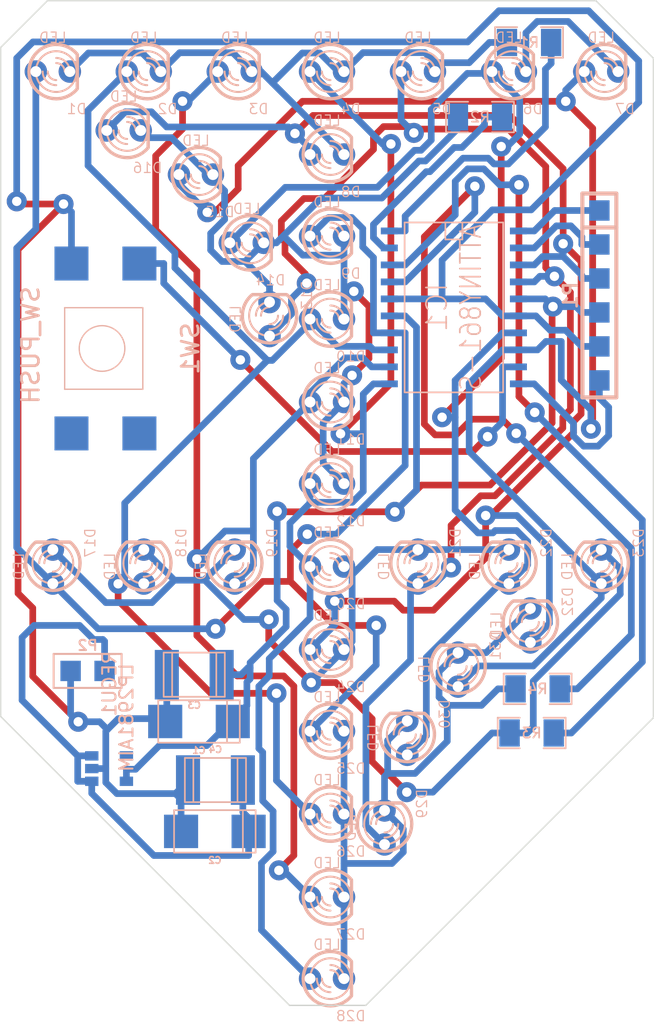
<source format=kicad_pcb>
(kicad_pcb (version 3) (host pcbnew "(2013-may-18)-stable")

  (general
    (links 91)
    (no_connects 0)
    (area 129.149999 45.049999 204.0686 153.650001)
    (thickness 1.6)
    (drawings 10)
    (tracks 577)
    (zones 0)
    (modules 45)
    (nets 24)
  )

  (page A3)
  (layers
    (15 F.Cu signal)
    (0 B.Cu signal)
    (16 B.Adhes user)
    (17 F.Adhes user)
    (18 B.Paste user)
    (19 F.Paste user)
    (20 B.SilkS user)
    (21 F.SilkS user)
    (22 B.Mask user)
    (23 F.Mask user)
    (24 Dwgs.User user)
    (25 Cmts.User user)
    (26 Eco1.User user)
    (27 Eco2.User user)
    (28 Edge.Cuts user)
  )

  (setup
    (last_trace_width 0.5)
    (trace_clearance 0.3)
    (zone_clearance 0.508)
    (zone_45_only no)
    (trace_min 0.254)
    (segment_width 0.2)
    (edge_width 0.1)
    (via_size 1.5)
    (via_drill 0.7)
    (via_min_size 0.889)
    (via_min_drill 0.508)
    (uvia_size 0.508)
    (uvia_drill 0.127)
    (uvias_allowed no)
    (uvia_min_size 0.508)
    (uvia_min_drill 0.127)
    (pcb_text_width 0.3)
    (pcb_text_size 1.5 1.5)
    (mod_edge_width 0.15)
    (mod_text_size 1 1)
    (mod_text_width 0.15)
    (pad_size 1.5 1.5)
    (pad_drill 0.6)
    (pad_to_mask_clearance 0)
    (aux_axis_origin 0 0)
    (visible_elements FFFFFFBF)
    (pcbplotparams
      (layerselection 3178497)
      (usegerberextensions true)
      (excludeedgelayer true)
      (linewidth 0.150000)
      (plotframeref false)
      (viasonmask false)
      (mode 1)
      (useauxorigin false)
      (hpglpennumber 1)
      (hpglpenspeed 20)
      (hpglpendiameter 15)
      (hpglpenoverlay 2)
      (psnegative false)
      (psa4output false)
      (plotreference true)
      (plotvalue true)
      (plotothertext true)
      (plotinvisibletext false)
      (padsonsilk false)
      (subtractmaskfromsilk false)
      (outputformat 1)
      (mirror false)
      (drillshape 1)
      (scaleselection 1)
      (outputdirectory ""))
  )

  (net 0 "")
  (net 1 N-000001)
  (net 2 N-0000010)
  (net 3 N-0000011)
  (net 4 N-0000012)
  (net 5 N-0000013)
  (net 6 N-0000014)
  (net 7 N-0000015)
  (net 8 N-0000016)
  (net 9 N-0000017)
  (net 10 N-0000018)
  (net 11 N-000002)
  (net 12 N-0000020)
  (net 13 N-0000021)
  (net 14 N-0000022)
  (net 15 N-0000023)
  (net 16 N-0000024)
  (net 17 N-000003)
  (net 18 N-000004)
  (net 19 N-000005)
  (net 20 N-000006)
  (net 21 N-000007)
  (net 22 N-000008)
  (net 23 N-000009)

  (net_class Default "This is the default net class."
    (clearance 0.3)
    (trace_width 0.5)
    (via_dia 1.5)
    (via_drill 0.7)
    (uvia_dia 0.508)
    (uvia_drill 0.127)
    (add_net "")
    (add_net N-000001)
    (add_net N-0000010)
    (add_net N-0000011)
    (add_net N-0000012)
    (add_net N-0000013)
    (add_net N-0000014)
    (add_net N-0000015)
    (add_net N-0000016)
    (add_net N-0000017)
    (add_net N-0000018)
    (add_net N-000002)
    (add_net N-0000020)
    (add_net N-0000021)
    (add_net N-0000022)
    (add_net N-0000023)
    (add_net N-0000024)
    (add_net N-000003)
    (add_net N-000004)
    (add_net N-000005)
    (add_net N-000006)
    (add_net N-000007)
    (add_net N-000008)
    (add_net N-000009)
  )

  (module SO20L (layer B.Cu) (tedit 42807090) (tstamp 56129520)
    (at 186.582 85.1285 270)
    (descr "Cms SOJ 20 pins large")
    (tags "CMS SOJ")
    (path /545FB5CE)
    (attr smd)
    (fp_text reference IC1 (at 0 1.27 270) (layer B.SilkS)
      (effects (font (size 1.524 1.524) (thickness 0.127)) (justify mirror))
    )
    (fp_text value ATTINY861-S (at 0 -1.27 270) (layer B.SilkS)
      (effects (font (size 1.524 1.27) (thickness 0.127)) (justify mirror))
    )
    (fp_line (start 6.35 -3.683) (end 6.35 3.683) (layer B.SilkS) (width 0.127))
    (fp_line (start -6.35 3.683) (end -6.35 -3.683) (layer B.SilkS) (width 0.127))
    (fp_line (start 6.35 -3.683) (end -6.35 -3.683) (layer B.SilkS) (width 0.127))
    (fp_line (start -6.35 3.683) (end 6.35 3.683) (layer B.SilkS) (width 0.127))
    (fp_line (start -6.35 0.635) (end -5.08 0.635) (layer B.SilkS) (width 0.127))
    (fp_line (start -5.08 0.635) (end -5.08 -0.635) (layer B.SilkS) (width 0.127))
    (fp_line (start -5.08 -0.635) (end -6.35 -0.635) (layer B.SilkS) (width 0.127))
    (pad 11 smd rect (at 5.715 4.826 270) (size 0.508 1.27)
      (layers B.Cu B.Paste B.Mask)
      (net 7 N-0000015)
    )
    (pad 12 smd rect (at 4.445 4.826 270) (size 0.508 1.27)
      (layers B.Cu B.Paste B.Mask)
      (net 6 N-0000014)
    )
    (pad 13 smd rect (at 3.175 4.826 270) (size 0.508 1.27)
      (layers B.Cu B.Paste B.Mask)
      (net 2 N-0000010)
    )
    (pad 14 smd rect (at 1.905 4.826 270) (size 0.508 1.27)
      (layers B.Cu B.Paste B.Mask)
      (net 23 N-000009)
    )
    (pad 15 smd rect (at 0.635 4.826 270) (size 0.508 1.27)
      (layers B.Cu B.Paste B.Mask)
      (net 10 N-0000018)
    )
    (pad 16 smd rect (at -0.635 4.826 270) (size 0.508 1.27)
      (layers B.Cu B.Paste B.Mask)
      (net 16 N-0000024)
    )
    (pad 17 smd rect (at -1.905 4.826 270) (size 0.508 1.27)
      (layers B.Cu B.Paste B.Mask)
      (net 22 N-000008)
    )
    (pad 18 smd rect (at -3.175 4.826 270) (size 0.508 1.27)
      (layers B.Cu B.Paste B.Mask)
      (net 1 N-000001)
    )
    (pad 19 smd rect (at -4.445 4.826 270) (size 0.508 1.27)
      (layers B.Cu B.Paste B.Mask)
      (net 11 N-000002)
    )
    (pad 20 smd rect (at -5.715 4.826 270) (size 0.508 1.27)
      (layers B.Cu B.Paste B.Mask)
      (net 17 N-000003)
    )
    (pad 1 smd rect (at -5.715 -4.826 270) (size 0.508 1.27)
      (layers B.Cu B.Paste B.Mask)
      (net 21 N-000007)
    )
    (pad 2 smd rect (at -4.445 -4.826 270) (size 0.508 1.27)
      (layers B.Cu B.Paste B.Mask)
      (net 18 N-000004)
    )
    (pad 3 smd rect (at -3.175 -4.826 270) (size 0.508 1.27)
      (layers B.Cu B.Paste B.Mask)
      (net 5 N-0000013)
    )
    (pad 4 smd rect (at -1.905 -4.826 270) (size 0.508 1.27)
      (layers B.Cu B.Paste B.Mask)
      (net 8 N-0000016)
    )
    (pad 5 smd rect (at -0.635 -4.826 270) (size 0.508 1.27)
      (layers B.Cu B.Paste B.Mask)
      (net 10 N-0000018)
    )
    (pad 6 smd rect (at 0.635 -4.826 270) (size 0.508 1.27)
      (layers B.Cu B.Paste B.Mask)
      (net 16 N-0000024)
    )
    (pad 7 smd rect (at 1.905 -4.826 270) (size 0.508 1.27)
      (layers B.Cu B.Paste B.Mask)
      (net 3 N-0000011)
    )
    (pad 8 smd rect (at 3.175 -4.826 270) (size 0.508 1.27)
      (layers B.Cu B.Paste B.Mask)
      (net 4 N-0000012)
    )
    (pad 9 smd rect (at 4.445 -4.826 270) (size 0.508 1.27)
      (layers B.Cu B.Paste B.Mask)
      (net 20 N-000006)
    )
    (pad 10 smd rect (at 5.715 -4.826 270) (size 0.508 1.27)
      (layers B.Cu B.Paste B.Mask)
      (net 19 N-000005)
    )
    (model smd/cms_so20.wrl
      (at (xyz 0 0 0))
      (scale (xyz 0.5 0.6 0.5))
      (rotate (xyz 0 0 0))
    )
  )

  (module SM1206 (layer B.Cu) (tedit 42806E24) (tstamp 5612952C)
    (at 192.8449 113.6415 180)
    (path /545FBE7E)
    (attr smd)
    (fp_text reference R4 (at 0 0 180) (layer B.SilkS)
      (effects (font (size 0.762 0.762) (thickness 0.127)) (justify mirror))
    )
    (fp_text value R (at 0 0 180) (layer B.SilkS) hide
      (effects (font (size 0.762 0.762) (thickness 0.127)) (justify mirror))
    )
    (fp_line (start -2.54 1.143) (end -2.54 -1.143) (layer B.SilkS) (width 0.127))
    (fp_line (start -2.54 -1.143) (end -0.889 -1.143) (layer B.SilkS) (width 0.127))
    (fp_line (start 0.889 1.143) (end 2.54 1.143) (layer B.SilkS) (width 0.127))
    (fp_line (start 2.54 1.143) (end 2.54 -1.143) (layer B.SilkS) (width 0.127))
    (fp_line (start 2.54 -1.143) (end 0.889 -1.143) (layer B.SilkS) (width 0.127))
    (fp_line (start -0.889 1.143) (end -2.54 1.143) (layer B.SilkS) (width 0.127))
    (pad 1 smd rect (at -1.651 0 180) (size 1.524 2.032)
      (layers B.Cu B.Paste B.Mask)
      (net 22 N-000008)
    )
    (pad 2 smd rect (at 1.651 0 180) (size 1.524 2.032)
      (layers B.Cu B.Paste B.Mask)
      (net 12 N-0000020)
    )
    (model smd/chip_cms.wrl
      (at (xyz 0 0 0))
      (scale (xyz 0.17 0.16 0.16))
      (rotate (xyz 0 0 0))
    )
  )

  (module SM1206 (layer B.Cu) (tedit 42806E24) (tstamp 56129538)
    (at 192.3983 116.9399 180)
    (path /545FBE6F)
    (attr smd)
    (fp_text reference R3 (at 0 0 180) (layer B.SilkS)
      (effects (font (size 0.762 0.762) (thickness 0.127)) (justify mirror))
    )
    (fp_text value R (at 0 0 180) (layer B.SilkS) hide
      (effects (font (size 0.762 0.762) (thickness 0.127)) (justify mirror))
    )
    (fp_line (start -2.54 1.143) (end -2.54 -1.143) (layer B.SilkS) (width 0.127))
    (fp_line (start -2.54 -1.143) (end -0.889 -1.143) (layer B.SilkS) (width 0.127))
    (fp_line (start 0.889 1.143) (end 2.54 1.143) (layer B.SilkS) (width 0.127))
    (fp_line (start 2.54 1.143) (end 2.54 -1.143) (layer B.SilkS) (width 0.127))
    (fp_line (start 2.54 -1.143) (end 0.889 -1.143) (layer B.SilkS) (width 0.127))
    (fp_line (start -0.889 1.143) (end -2.54 1.143) (layer B.SilkS) (width 0.127))
    (pad 1 smd rect (at -1.651 0 180) (size 1.524 2.032)
      (layers B.Cu B.Paste B.Mask)
      (net 1 N-000001)
    )
    (pad 2 smd rect (at 1.651 0 180) (size 1.524 2.032)
      (layers B.Cu B.Paste B.Mask)
      (net 13 N-0000021)
    )
    (model smd/chip_cms.wrl
      (at (xyz 0 0 0))
      (scale (xyz 0.17 0.16 0.16))
      (rotate (xyz 0 0 0))
    )
  )

  (module SM1206 (layer B.Cu) (tedit 42806E24) (tstamp 56129544)
    (at 188.536 70.8972 180)
    (path /545FBE60)
    (attr smd)
    (fp_text reference R2 (at 0 0 180) (layer B.SilkS)
      (effects (font (size 0.762 0.762) (thickness 0.127)) (justify mirror))
    )
    (fp_text value R (at 0 0 180) (layer B.SilkS) hide
      (effects (font (size 0.762 0.762) (thickness 0.127)) (justify mirror))
    )
    (fp_line (start -2.54 1.143) (end -2.54 -1.143) (layer B.SilkS) (width 0.127))
    (fp_line (start -2.54 -1.143) (end -0.889 -1.143) (layer B.SilkS) (width 0.127))
    (fp_line (start 0.889 1.143) (end 2.54 1.143) (layer B.SilkS) (width 0.127))
    (fp_line (start 2.54 1.143) (end 2.54 -1.143) (layer B.SilkS) (width 0.127))
    (fp_line (start 2.54 -1.143) (end 0.889 -1.143) (layer B.SilkS) (width 0.127))
    (fp_line (start -0.889 1.143) (end -2.54 1.143) (layer B.SilkS) (width 0.127))
    (pad 1 smd rect (at -1.651 0 180) (size 1.524 2.032)
      (layers B.Cu B.Paste B.Mask)
      (net 11 N-000002)
    )
    (pad 2 smd rect (at 1.651 0 180) (size 1.524 2.032)
      (layers B.Cu B.Paste B.Mask)
      (net 9 N-0000017)
    )
    (model smd/chip_cms.wrl
      (at (xyz 0 0 0))
      (scale (xyz 0.17 0.16 0.16))
      (rotate (xyz 0 0 0))
    )
  )

  (module SM1206 (layer B.Cu) (tedit 42806E24) (tstamp 56129550)
    (at 192.2032 65.3236 180)
    (path /545FBE51)
    (attr smd)
    (fp_text reference R1 (at 0 0 180) (layer B.SilkS)
      (effects (font (size 0.762 0.762) (thickness 0.127)) (justify mirror))
    )
    (fp_text value R (at 0 0 180) (layer B.SilkS) hide
      (effects (font (size 0.762 0.762) (thickness 0.127)) (justify mirror))
    )
    (fp_line (start -2.54 1.143) (end -2.54 -1.143) (layer B.SilkS) (width 0.127))
    (fp_line (start -2.54 -1.143) (end -0.889 -1.143) (layer B.SilkS) (width 0.127))
    (fp_line (start 0.889 1.143) (end 2.54 1.143) (layer B.SilkS) (width 0.127))
    (fp_line (start 2.54 1.143) (end 2.54 -1.143) (layer B.SilkS) (width 0.127))
    (fp_line (start 2.54 -1.143) (end 0.889 -1.143) (layer B.SilkS) (width 0.127))
    (fp_line (start -0.889 1.143) (end -2.54 1.143) (layer B.SilkS) (width 0.127))
    (pad 1 smd rect (at -1.651 0 180) (size 1.524 2.032)
      (layers B.Cu B.Paste B.Mask)
      (net 17 N-000003)
    )
    (pad 2 smd rect (at 1.651 0 180) (size 1.524 2.032)
      (layers B.Cu B.Paste B.Mask)
      (net 14 N-0000022)
    )
    (model smd/chip_cms.wrl
      (at (xyz 0 0 0))
      (scale (xyz 0.17 0.16 0.16))
      (rotate (xyz 0 0 0))
    )
  )

  (module SalamaNAppi (layer B.Cu) (tedit 545FF69B) (tstamp 5612955D)
    (at 160.5331 88.1978 270)
    (path /545FE739)
    (fp_text reference SW1 (at 0 -6.35 270) (layer B.SilkS)
      (effects (font (size 1.27 1.27) (thickness 0.2032)) (justify mirror))
    )
    (fp_text value SW_PUSH (at -0.254 5.588 270) (layer B.SilkS)
      (effects (font (size 1.27 1.27) (thickness 0.2032)) (justify mirror))
    )
    (fp_circle (center 0 0.254) (end 1.524 -0.508) (layer B.SilkS) (width 0.1016))
    (fp_line (start -3.048 3.048) (end -3.048 -2.794) (layer B.SilkS) (width 0.1016))
    (fp_line (start -3.048 -2.794) (end 3.048 -2.794) (layer B.SilkS) (width 0.1016))
    (fp_line (start 3.048 -2.794) (end 3.048 3.048) (layer B.SilkS) (width 0.1016))
    (fp_line (start 3.048 3.048) (end -3.048 3.048) (layer B.SilkS) (width 0.1016))
    (pad 1 smd rect (at -6.35 2.54 270) (size 2.54 2.54)
      (layers B.Cu B.Paste B.Mask)
      (net 16 N-0000024)
    )
    (pad NC smd rect (at 6.35 2.54 270) (size 2.54 2.54)
      (layers B.Cu B.Paste B.Mask)
    )
    (pad 2 smd rect (at -6.35 -2.54 270) (size 2.54 2.54)
      (layers B.Cu B.Paste B.Mask)
      (net 20 N-000006)
    )
    (pad NC smd rect (at 6.35 -2.54 270) (size 2.54 2.54)
      (layers B.Cu B.Paste B.Mask)
    )
  )

  (module SalamaLED (layer B.Cu) (tedit 5460C937) (tstamp 56129576)
    (at 177.1 110.7)
    (descr "Salama LED")
    (tags "LED led 3mm 3MM 100mil 2,54mm Salama")
    (path /545FB6CD)
    (fp_text reference D24 (at 1.778 2.794) (layer B.SilkS)
      (effects (font (size 0.762 0.762) (thickness 0.0889)) (justify mirror))
    )
    (fp_text value LED (at 0 -2.54) (layer B.SilkS)
      (effects (font (size 0.762 0.762) (thickness 0.0889)) (justify mirror))
    )
    (fp_line (start 1.8288 -1.27) (end 1.8288 1.27) (layer B.SilkS) (width 0.254))
    (fp_arc (start 0.254 0) (end -1.27 0) (angle -39.8) (layer B.SilkS) (width 0.1524))
    (fp_arc (start 0.254 0) (end -0.88392 -1.01092) (angle -41.6) (layer B.SilkS) (width 0.1524))
    (fp_arc (start 0.254 0) (end 1.4097 0.9906) (angle -40.6) (layer B.SilkS) (width 0.1524))
    (fp_arc (start 0.254 0) (end 1.778 0) (angle -39.8) (layer B.SilkS) (width 0.1524))
    (fp_arc (start 0.254 0) (end 0.254 1.524) (angle -54.4) (layer B.SilkS) (width 0.1524))
    (fp_arc (start 0.254 0) (end -0.9652 0.9144) (angle -53.1) (layer B.SilkS) (width 0.1524))
    (fp_arc (start 0.254 0) (end 1.45542 -0.93472) (angle -52.1) (layer B.SilkS) (width 0.1524))
    (fp_arc (start 0.254 0) (end 0.254 -1.524) (angle -52.1) (layer B.SilkS) (width 0.1524))
    (fp_arc (start 0.254 0) (end -0.381 0) (angle -90) (layer B.SilkS) (width 0.1524))
    (fp_arc (start 0.254 0) (end -0.762 0) (angle -90) (layer B.SilkS) (width 0.1524))
    (fp_arc (start 0.254 0) (end 0.889 0) (angle -90) (layer B.SilkS) (width 0.1524))
    (fp_arc (start 0.254 0) (end 1.27 0) (angle -90) (layer B.SilkS) (width 0.1524))
    (fp_arc (start 0.254 0) (end 0.254 2.032) (angle -50.1) (layer B.SilkS) (width 0.254))
    (fp_arc (start 0.254 0) (end -1.5367 0.95504) (angle -61.9) (layer B.SilkS) (width 0.254))
    (fp_arc (start 0.254 0) (end 1.8034 -1.31064) (angle -49.7) (layer B.SilkS) (width 0.254))
    (fp_arc (start 0.254 0) (end 0.254 -2.032) (angle -60.2) (layer B.SilkS) (width 0.254))
    (fp_arc (start 0.254 0) (end -1.778 0) (angle -28.3) (layer B.SilkS) (width 0.254))
    (fp_arc (start 0.254 0) (end -1.47574 -1.06426) (angle -31.6) (layer B.SilkS) (width 0.254))
    (pad 1 thru_hole circle (at -1.27 0) (size 1.6764 1.6764) (drill 0.8128)
      (layers *.Mask B.Cu)
      (net 5 N-0000013)
    )
    (pad 2 thru_hole circle (at 1.27 0) (size 1.6764 1.6764) (drill 0.8128)
      (layers *.Mask B.Cu)
      (net 13 N-0000021)
    )
    (model discret/leds/led3_vertical_verde.wrl
      (at (xyz 0 0 0))
      (scale (xyz 1 1 1))
      (rotate (xyz 0 0 0))
    )
  )

  (module SalamaLED (layer B.Cu) (tedit 5460C937) (tstamp 5612958F)
    (at 183.9 67.5)
    (descr "Salama LED")
    (tags "LED led 3mm 3MM 100mil 2,54mm Salama")
    (path /545FB610)
    (fp_text reference D5 (at 1.778 2.794) (layer B.SilkS)
      (effects (font (size 0.762 0.762) (thickness 0.0889)) (justify mirror))
    )
    (fp_text value LED (at 0 -2.54) (layer B.SilkS)
      (effects (font (size 0.762 0.762) (thickness 0.0889)) (justify mirror))
    )
    (fp_line (start 1.8288 -1.27) (end 1.8288 1.27) (layer B.SilkS) (width 0.254))
    (fp_arc (start 0.254 0) (end -1.27 0) (angle -39.8) (layer B.SilkS) (width 0.1524))
    (fp_arc (start 0.254 0) (end -0.88392 -1.01092) (angle -41.6) (layer B.SilkS) (width 0.1524))
    (fp_arc (start 0.254 0) (end 1.4097 0.9906) (angle -40.6) (layer B.SilkS) (width 0.1524))
    (fp_arc (start 0.254 0) (end 1.778 0) (angle -39.8) (layer B.SilkS) (width 0.1524))
    (fp_arc (start 0.254 0) (end 0.254 1.524) (angle -54.4) (layer B.SilkS) (width 0.1524))
    (fp_arc (start 0.254 0) (end -0.9652 0.9144) (angle -53.1) (layer B.SilkS) (width 0.1524))
    (fp_arc (start 0.254 0) (end 1.45542 -0.93472) (angle -52.1) (layer B.SilkS) (width 0.1524))
    (fp_arc (start 0.254 0) (end 0.254 -1.524) (angle -52.1) (layer B.SilkS) (width 0.1524))
    (fp_arc (start 0.254 0) (end -0.381 0) (angle -90) (layer B.SilkS) (width 0.1524))
    (fp_arc (start 0.254 0) (end -0.762 0) (angle -90) (layer B.SilkS) (width 0.1524))
    (fp_arc (start 0.254 0) (end 0.889 0) (angle -90) (layer B.SilkS) (width 0.1524))
    (fp_arc (start 0.254 0) (end 1.27 0) (angle -90) (layer B.SilkS) (width 0.1524))
    (fp_arc (start 0.254 0) (end 0.254 2.032) (angle -50.1) (layer B.SilkS) (width 0.254))
    (fp_arc (start 0.254 0) (end -1.5367 0.95504) (angle -61.9) (layer B.SilkS) (width 0.254))
    (fp_arc (start 0.254 0) (end 1.8034 -1.31064) (angle -49.7) (layer B.SilkS) (width 0.254))
    (fp_arc (start 0.254 0) (end 0.254 -2.032) (angle -60.2) (layer B.SilkS) (width 0.254))
    (fp_arc (start 0.254 0) (end -1.778 0) (angle -28.3) (layer B.SilkS) (width 0.254))
    (fp_arc (start 0.254 0) (end -1.47574 -1.06426) (angle -31.6) (layer B.SilkS) (width 0.254))
    (pad 1 thru_hole circle (at -1.27 0) (size 1.6764 1.6764) (drill 0.8128)
      (layers *.Mask B.Cu)
      (net 8 N-0000016)
    )
    (pad 2 thru_hole circle (at 1.27 0) (size 1.6764 1.6764) (drill 0.8128)
      (layers *.Mask B.Cu)
      (net 14 N-0000022)
    )
    (model discret/leds/led3_vertical_verde.wrl
      (at (xyz 0 0 0))
      (scale (xyz 1 1 1))
      (rotate (xyz 0 0 0))
    )
  )

  (module SalamaLED (layer B.Cu) (tedit 5460C937) (tstamp 561295A8)
    (at 197.6 104.5 90)
    (descr "Salama LED")
    (tags "LED led 3mm 3MM 100mil 2,54mm Salama")
    (path /545FB6D3)
    (fp_text reference D23 (at 1.778 2.794 90) (layer B.SilkS)
      (effects (font (size 0.762 0.762) (thickness 0.0889)) (justify mirror))
    )
    (fp_text value LED (at 0 -2.54 90) (layer B.SilkS)
      (effects (font (size 0.762 0.762) (thickness 0.0889)) (justify mirror))
    )
    (fp_line (start 1.8288 -1.27) (end 1.8288 1.27) (layer B.SilkS) (width 0.254))
    (fp_arc (start 0.254 0) (end -1.27 0) (angle -39.8) (layer B.SilkS) (width 0.1524))
    (fp_arc (start 0.254 0) (end -0.88392 -1.01092) (angle -41.6) (layer B.SilkS) (width 0.1524))
    (fp_arc (start 0.254 0) (end 1.4097 0.9906) (angle -40.6) (layer B.SilkS) (width 0.1524))
    (fp_arc (start 0.254 0) (end 1.778 0) (angle -39.8) (layer B.SilkS) (width 0.1524))
    (fp_arc (start 0.254 0) (end 0.254 1.524) (angle -54.4) (layer B.SilkS) (width 0.1524))
    (fp_arc (start 0.254 0) (end -0.9652 0.9144) (angle -53.1) (layer B.SilkS) (width 0.1524))
    (fp_arc (start 0.254 0) (end 1.45542 -0.93472) (angle -52.1) (layer B.SilkS) (width 0.1524))
    (fp_arc (start 0.254 0) (end 0.254 -1.524) (angle -52.1) (layer B.SilkS) (width 0.1524))
    (fp_arc (start 0.254 0) (end -0.381 0) (angle -90) (layer B.SilkS) (width 0.1524))
    (fp_arc (start 0.254 0) (end -0.762 0) (angle -90) (layer B.SilkS) (width 0.1524))
    (fp_arc (start 0.254 0) (end 0.889 0) (angle -90) (layer B.SilkS) (width 0.1524))
    (fp_arc (start 0.254 0) (end 1.27 0) (angle -90) (layer B.SilkS) (width 0.1524))
    (fp_arc (start 0.254 0) (end 0.254 2.032) (angle -50.1) (layer B.SilkS) (width 0.254))
    (fp_arc (start 0.254 0) (end -1.5367 0.95504) (angle -61.9) (layer B.SilkS) (width 0.254))
    (fp_arc (start 0.254 0) (end 1.8034 -1.31064) (angle -49.7) (layer B.SilkS) (width 0.254))
    (fp_arc (start 0.254 0) (end 0.254 -2.032) (angle -60.2) (layer B.SilkS) (width 0.254))
    (fp_arc (start 0.254 0) (end -1.778 0) (angle -28.3) (layer B.SilkS) (width 0.254))
    (fp_arc (start 0.254 0) (end -1.47574 -1.06426) (angle -31.6) (layer B.SilkS) (width 0.254))
    (pad 1 thru_hole circle (at -1.27 0 90) (size 1.6764 1.6764) (drill 0.8128)
      (layers *.Mask B.Cu)
      (net 4 N-0000012)
    )
    (pad 2 thru_hole circle (at 1.27 0 90) (size 1.6764 1.6764) (drill 0.8128)
      (layers *.Mask B.Cu)
      (net 13 N-0000021)
    )
    (model discret/leds/led3_vertical_verde.wrl
      (at (xyz 0 0 0))
      (scale (xyz 1 1 1))
      (rotate (xyz 0 0 0))
    )
  )

  (module SalamaLED (layer B.Cu) (tedit 5460C937) (tstamp 561295C1)
    (at 190.7 104.5 90)
    (descr "Salama LED")
    (tags "LED led 3mm 3MM 100mil 2,54mm Salama")
    (path /545FB6D9)
    (fp_text reference D22 (at 1.778 2.794 90) (layer B.SilkS)
      (effects (font (size 0.762 0.762) (thickness 0.0889)) (justify mirror))
    )
    (fp_text value LED (at 0 -2.54 90) (layer B.SilkS)
      (effects (font (size 0.762 0.762) (thickness 0.0889)) (justify mirror))
    )
    (fp_line (start 1.8288 -1.27) (end 1.8288 1.27) (layer B.SilkS) (width 0.254))
    (fp_arc (start 0.254 0) (end -1.27 0) (angle -39.8) (layer B.SilkS) (width 0.1524))
    (fp_arc (start 0.254 0) (end -0.88392 -1.01092) (angle -41.6) (layer B.SilkS) (width 0.1524))
    (fp_arc (start 0.254 0) (end 1.4097 0.9906) (angle -40.6) (layer B.SilkS) (width 0.1524))
    (fp_arc (start 0.254 0) (end 1.778 0) (angle -39.8) (layer B.SilkS) (width 0.1524))
    (fp_arc (start 0.254 0) (end 0.254 1.524) (angle -54.4) (layer B.SilkS) (width 0.1524))
    (fp_arc (start 0.254 0) (end -0.9652 0.9144) (angle -53.1) (layer B.SilkS) (width 0.1524))
    (fp_arc (start 0.254 0) (end 1.45542 -0.93472) (angle -52.1) (layer B.SilkS) (width 0.1524))
    (fp_arc (start 0.254 0) (end 0.254 -1.524) (angle -52.1) (layer B.SilkS) (width 0.1524))
    (fp_arc (start 0.254 0) (end -0.381 0) (angle -90) (layer B.SilkS) (width 0.1524))
    (fp_arc (start 0.254 0) (end -0.762 0) (angle -90) (layer B.SilkS) (width 0.1524))
    (fp_arc (start 0.254 0) (end 0.889 0) (angle -90) (layer B.SilkS) (width 0.1524))
    (fp_arc (start 0.254 0) (end 1.27 0) (angle -90) (layer B.SilkS) (width 0.1524))
    (fp_arc (start 0.254 0) (end 0.254 2.032) (angle -50.1) (layer B.SilkS) (width 0.254))
    (fp_arc (start 0.254 0) (end -1.5367 0.95504) (angle -61.9) (layer B.SilkS) (width 0.254))
    (fp_arc (start 0.254 0) (end 1.8034 -1.31064) (angle -49.7) (layer B.SilkS) (width 0.254))
    (fp_arc (start 0.254 0) (end 0.254 -2.032) (angle -60.2) (layer B.SilkS) (width 0.254))
    (fp_arc (start 0.254 0) (end -1.778 0) (angle -28.3) (layer B.SilkS) (width 0.254))
    (fp_arc (start 0.254 0) (end -1.47574 -1.06426) (angle -31.6) (layer B.SilkS) (width 0.254))
    (pad 1 thru_hole circle (at -1.27 0 90) (size 1.6764 1.6764) (drill 0.8128)
      (layers *.Mask B.Cu)
      (net 3 N-0000011)
    )
    (pad 2 thru_hole circle (at 1.27 0 90) (size 1.6764 1.6764) (drill 0.8128)
      (layers *.Mask B.Cu)
      (net 13 N-0000021)
    )
    (model discret/leds/led3_vertical_verde.wrl
      (at (xyz 0 0 0))
      (scale (xyz 1 1 1))
      (rotate (xyz 0 0 0))
    )
  )

  (module SalamaLED (layer B.Cu) (tedit 5460C937) (tstamp 561295DA)
    (at 163.4 104.5 90)
    (descr "Salama LED")
    (tags "LED led 3mm 3MM 100mil 2,54mm Salama")
    (path /545FB6DF)
    (fp_text reference D18 (at 1.778 2.794 90) (layer B.SilkS)
      (effects (font (size 0.762 0.762) (thickness 0.0889)) (justify mirror))
    )
    (fp_text value LED (at 0 -2.54 90) (layer B.SilkS)
      (effects (font (size 0.762 0.762) (thickness 0.0889)) (justify mirror))
    )
    (fp_line (start 1.8288 -1.27) (end 1.8288 1.27) (layer B.SilkS) (width 0.254))
    (fp_arc (start 0.254 0) (end -1.27 0) (angle -39.8) (layer B.SilkS) (width 0.1524))
    (fp_arc (start 0.254 0) (end -0.88392 -1.01092) (angle -41.6) (layer B.SilkS) (width 0.1524))
    (fp_arc (start 0.254 0) (end 1.4097 0.9906) (angle -40.6) (layer B.SilkS) (width 0.1524))
    (fp_arc (start 0.254 0) (end 1.778 0) (angle -39.8) (layer B.SilkS) (width 0.1524))
    (fp_arc (start 0.254 0) (end 0.254 1.524) (angle -54.4) (layer B.SilkS) (width 0.1524))
    (fp_arc (start 0.254 0) (end -0.9652 0.9144) (angle -53.1) (layer B.SilkS) (width 0.1524))
    (fp_arc (start 0.254 0) (end 1.45542 -0.93472) (angle -52.1) (layer B.SilkS) (width 0.1524))
    (fp_arc (start 0.254 0) (end 0.254 -1.524) (angle -52.1) (layer B.SilkS) (width 0.1524))
    (fp_arc (start 0.254 0) (end -0.381 0) (angle -90) (layer B.SilkS) (width 0.1524))
    (fp_arc (start 0.254 0) (end -0.762 0) (angle -90) (layer B.SilkS) (width 0.1524))
    (fp_arc (start 0.254 0) (end 0.889 0) (angle -90) (layer B.SilkS) (width 0.1524))
    (fp_arc (start 0.254 0) (end 1.27 0) (angle -90) (layer B.SilkS) (width 0.1524))
    (fp_arc (start 0.254 0) (end 0.254 2.032) (angle -50.1) (layer B.SilkS) (width 0.254))
    (fp_arc (start 0.254 0) (end -1.5367 0.95504) (angle -61.9) (layer B.SilkS) (width 0.254))
    (fp_arc (start 0.254 0) (end 1.8034 -1.31064) (angle -49.7) (layer B.SilkS) (width 0.254))
    (fp_arc (start 0.254 0) (end 0.254 -2.032) (angle -60.2) (layer B.SilkS) (width 0.254))
    (fp_arc (start 0.254 0) (end -1.778 0) (angle -28.3) (layer B.SilkS) (width 0.254))
    (fp_arc (start 0.254 0) (end -1.47574 -1.06426) (angle -31.6) (layer B.SilkS) (width 0.254))
    (pad 1 thru_hole circle (at -1.27 0 90) (size 1.6764 1.6764) (drill 0.8128)
      (layers *.Mask B.Cu)
      (net 2 N-0000010)
    )
    (pad 2 thru_hole circle (at 1.27 0 90) (size 1.6764 1.6764) (drill 0.8128)
      (layers *.Mask B.Cu)
      (net 13 N-0000021)
    )
    (model discret/leds/led3_vertical_verde.wrl
      (at (xyz 0 0 0))
      (scale (xyz 1 1 1))
      (rotate (xyz 0 0 0))
    )
  )

  (module SalamaLED (layer B.Cu) (tedit 5460C937) (tstamp 561295F3)
    (at 156.6 104.5 90)
    (descr "Salama LED")
    (tags "LED led 3mm 3MM 100mil 2,54mm Salama")
    (path /545FB6E5)
    (fp_text reference D17 (at 1.778 2.794 90) (layer B.SilkS)
      (effects (font (size 0.762 0.762) (thickness 0.0889)) (justify mirror))
    )
    (fp_text value LED (at 0 -2.54 90) (layer B.SilkS)
      (effects (font (size 0.762 0.762) (thickness 0.0889)) (justify mirror))
    )
    (fp_line (start 1.8288 -1.27) (end 1.8288 1.27) (layer B.SilkS) (width 0.254))
    (fp_arc (start 0.254 0) (end -1.27 0) (angle -39.8) (layer B.SilkS) (width 0.1524))
    (fp_arc (start 0.254 0) (end -0.88392 -1.01092) (angle -41.6) (layer B.SilkS) (width 0.1524))
    (fp_arc (start 0.254 0) (end 1.4097 0.9906) (angle -40.6) (layer B.SilkS) (width 0.1524))
    (fp_arc (start 0.254 0) (end 1.778 0) (angle -39.8) (layer B.SilkS) (width 0.1524))
    (fp_arc (start 0.254 0) (end 0.254 1.524) (angle -54.4) (layer B.SilkS) (width 0.1524))
    (fp_arc (start 0.254 0) (end -0.9652 0.9144) (angle -53.1) (layer B.SilkS) (width 0.1524))
    (fp_arc (start 0.254 0) (end 1.45542 -0.93472) (angle -52.1) (layer B.SilkS) (width 0.1524))
    (fp_arc (start 0.254 0) (end 0.254 -1.524) (angle -52.1) (layer B.SilkS) (width 0.1524))
    (fp_arc (start 0.254 0) (end -0.381 0) (angle -90) (layer B.SilkS) (width 0.1524))
    (fp_arc (start 0.254 0) (end -0.762 0) (angle -90) (layer B.SilkS) (width 0.1524))
    (fp_arc (start 0.254 0) (end 0.889 0) (angle -90) (layer B.SilkS) (width 0.1524))
    (fp_arc (start 0.254 0) (end 1.27 0) (angle -90) (layer B.SilkS) (width 0.1524))
    (fp_arc (start 0.254 0) (end 0.254 2.032) (angle -50.1) (layer B.SilkS) (width 0.254))
    (fp_arc (start 0.254 0) (end -1.5367 0.95504) (angle -61.9) (layer B.SilkS) (width 0.254))
    (fp_arc (start 0.254 0) (end 1.8034 -1.31064) (angle -49.7) (layer B.SilkS) (width 0.254))
    (fp_arc (start 0.254 0) (end 0.254 -2.032) (angle -60.2) (layer B.SilkS) (width 0.254))
    (fp_arc (start 0.254 0) (end -1.778 0) (angle -28.3) (layer B.SilkS) (width 0.254))
    (fp_arc (start 0.254 0) (end -1.47574 -1.06426) (angle -31.6) (layer B.SilkS) (width 0.254))
    (pad 1 thru_hole circle (at -1.27 0 90) (size 1.6764 1.6764) (drill 0.8128)
      (layers *.Mask B.Cu)
      (net 23 N-000009)
    )
    (pad 2 thru_hole circle (at 1.27 0 90) (size 1.6764 1.6764) (drill 0.8128)
      (layers *.Mask B.Cu)
      (net 13 N-0000021)
    )
    (model discret/leds/led3_vertical_verde.wrl
      (at (xyz 0 0 0))
      (scale (xyz 1 1 1))
      (rotate (xyz 0 0 0))
    )
  )

  (module SalamaLED (layer B.Cu) (tedit 5460C937) (tstamp 5612960C)
    (at 181.4 124 90)
    (descr "Salama LED")
    (tags "LED led 3mm 3MM 100mil 2,54mm Salama")
    (path /545FB6EB)
    (fp_text reference D29 (at 1.778 2.794 90) (layer B.SilkS)
      (effects (font (size 0.762 0.762) (thickness 0.0889)) (justify mirror))
    )
    (fp_text value LED (at 0 -2.54 90) (layer B.SilkS)
      (effects (font (size 0.762 0.762) (thickness 0.0889)) (justify mirror))
    )
    (fp_line (start 1.8288 -1.27) (end 1.8288 1.27) (layer B.SilkS) (width 0.254))
    (fp_arc (start 0.254 0) (end -1.27 0) (angle -39.8) (layer B.SilkS) (width 0.1524))
    (fp_arc (start 0.254 0) (end -0.88392 -1.01092) (angle -41.6) (layer B.SilkS) (width 0.1524))
    (fp_arc (start 0.254 0) (end 1.4097 0.9906) (angle -40.6) (layer B.SilkS) (width 0.1524))
    (fp_arc (start 0.254 0) (end 1.778 0) (angle -39.8) (layer B.SilkS) (width 0.1524))
    (fp_arc (start 0.254 0) (end 0.254 1.524) (angle -54.4) (layer B.SilkS) (width 0.1524))
    (fp_arc (start 0.254 0) (end -0.9652 0.9144) (angle -53.1) (layer B.SilkS) (width 0.1524))
    (fp_arc (start 0.254 0) (end 1.45542 -0.93472) (angle -52.1) (layer B.SilkS) (width 0.1524))
    (fp_arc (start 0.254 0) (end 0.254 -1.524) (angle -52.1) (layer B.SilkS) (width 0.1524))
    (fp_arc (start 0.254 0) (end -0.381 0) (angle -90) (layer B.SilkS) (width 0.1524))
    (fp_arc (start 0.254 0) (end -0.762 0) (angle -90) (layer B.SilkS) (width 0.1524))
    (fp_arc (start 0.254 0) (end 0.889 0) (angle -90) (layer B.SilkS) (width 0.1524))
    (fp_arc (start 0.254 0) (end 1.27 0) (angle -90) (layer B.SilkS) (width 0.1524))
    (fp_arc (start 0.254 0) (end 0.254 2.032) (angle -50.1) (layer B.SilkS) (width 0.254))
    (fp_arc (start 0.254 0) (end -1.5367 0.95504) (angle -61.9) (layer B.SilkS) (width 0.254))
    (fp_arc (start 0.254 0) (end 1.8034 -1.31064) (angle -49.7) (layer B.SilkS) (width 0.254))
    (fp_arc (start 0.254 0) (end 0.254 -2.032) (angle -60.2) (layer B.SilkS) (width 0.254))
    (fp_arc (start 0.254 0) (end -1.778 0) (angle -28.3) (layer B.SilkS) (width 0.254))
    (fp_arc (start 0.254 0) (end -1.47574 -1.06426) (angle -31.6) (layer B.SilkS) (width 0.254))
    (pad 1 thru_hole circle (at -1.27 0 90) (size 1.6764 1.6764) (drill 0.8128)
      (layers *.Mask B.Cu)
      (net 8 N-0000016)
    )
    (pad 2 thru_hole circle (at 1.27 0 90) (size 1.6764 1.6764) (drill 0.8128)
      (layers *.Mask B.Cu)
      (net 12 N-0000020)
    )
    (model discret/leds/led3_vertical_verde.wrl
      (at (xyz 0 0 0))
      (scale (xyz 1 1 1))
      (rotate (xyz 0 0 0))
    )
  )

  (module SalamaLED (layer B.Cu) (tedit 5460C937) (tstamp 56129625)
    (at 177.1 135.3)
    (descr "Salama LED")
    (tags "LED led 3mm 3MM 100mil 2,54mm Salama")
    (path /545FB6F1)
    (fp_text reference D28 (at 1.778 2.794) (layer B.SilkS)
      (effects (font (size 0.762 0.762) (thickness 0.0889)) (justify mirror))
    )
    (fp_text value LED (at 0 -2.54) (layer B.SilkS)
      (effects (font (size 0.762 0.762) (thickness 0.0889)) (justify mirror))
    )
    (fp_line (start 1.8288 -1.27) (end 1.8288 1.27) (layer B.SilkS) (width 0.254))
    (fp_arc (start 0.254 0) (end -1.27 0) (angle -39.8) (layer B.SilkS) (width 0.1524))
    (fp_arc (start 0.254 0) (end -0.88392 -1.01092) (angle -41.6) (layer B.SilkS) (width 0.1524))
    (fp_arc (start 0.254 0) (end 1.4097 0.9906) (angle -40.6) (layer B.SilkS) (width 0.1524))
    (fp_arc (start 0.254 0) (end 1.778 0) (angle -39.8) (layer B.SilkS) (width 0.1524))
    (fp_arc (start 0.254 0) (end 0.254 1.524) (angle -54.4) (layer B.SilkS) (width 0.1524))
    (fp_arc (start 0.254 0) (end -0.9652 0.9144) (angle -53.1) (layer B.SilkS) (width 0.1524))
    (fp_arc (start 0.254 0) (end 1.45542 -0.93472) (angle -52.1) (layer B.SilkS) (width 0.1524))
    (fp_arc (start 0.254 0) (end 0.254 -1.524) (angle -52.1) (layer B.SilkS) (width 0.1524))
    (fp_arc (start 0.254 0) (end -0.381 0) (angle -90) (layer B.SilkS) (width 0.1524))
    (fp_arc (start 0.254 0) (end -0.762 0) (angle -90) (layer B.SilkS) (width 0.1524))
    (fp_arc (start 0.254 0) (end 0.889 0) (angle -90) (layer B.SilkS) (width 0.1524))
    (fp_arc (start 0.254 0) (end 1.27 0) (angle -90) (layer B.SilkS) (width 0.1524))
    (fp_arc (start 0.254 0) (end 0.254 2.032) (angle -50.1) (layer B.SilkS) (width 0.254))
    (fp_arc (start 0.254 0) (end -1.5367 0.95504) (angle -61.9) (layer B.SilkS) (width 0.254))
    (fp_arc (start 0.254 0) (end 1.8034 -1.31064) (angle -49.7) (layer B.SilkS) (width 0.254))
    (fp_arc (start 0.254 0) (end 0.254 -2.032) (angle -60.2) (layer B.SilkS) (width 0.254))
    (fp_arc (start 0.254 0) (end -1.778 0) (angle -28.3) (layer B.SilkS) (width 0.254))
    (fp_arc (start 0.254 0) (end -1.47574 -1.06426) (angle -31.6) (layer B.SilkS) (width 0.254))
    (pad 1 thru_hole circle (at -1.27 0) (size 1.6764 1.6764) (drill 0.8128)
      (layers *.Mask B.Cu)
      (net 7 N-0000015)
    )
    (pad 2 thru_hole circle (at 1.27 0) (size 1.6764 1.6764) (drill 0.8128)
      (layers *.Mask B.Cu)
      (net 12 N-0000020)
    )
    (model discret/leds/led3_vertical_verde.wrl
      (at (xyz 0 0 0))
      (scale (xyz 1 1 1))
      (rotate (xyz 0 0 0))
    )
  )

  (module SalamaLED (layer B.Cu) (tedit 5460C937) (tstamp 5612963E)
    (at 177.1 129.2)
    (descr "Salama LED")
    (tags "LED led 3mm 3MM 100mil 2,54mm Salama")
    (path /545FB6F7)
    (fp_text reference D27 (at 1.778 2.794) (layer B.SilkS)
      (effects (font (size 0.762 0.762) (thickness 0.0889)) (justify mirror))
    )
    (fp_text value LED (at 0 -2.54) (layer B.SilkS)
      (effects (font (size 0.762 0.762) (thickness 0.0889)) (justify mirror))
    )
    (fp_line (start 1.8288 -1.27) (end 1.8288 1.27) (layer B.SilkS) (width 0.254))
    (fp_arc (start 0.254 0) (end -1.27 0) (angle -39.8) (layer B.SilkS) (width 0.1524))
    (fp_arc (start 0.254 0) (end -0.88392 -1.01092) (angle -41.6) (layer B.SilkS) (width 0.1524))
    (fp_arc (start 0.254 0) (end 1.4097 0.9906) (angle -40.6) (layer B.SilkS) (width 0.1524))
    (fp_arc (start 0.254 0) (end 1.778 0) (angle -39.8) (layer B.SilkS) (width 0.1524))
    (fp_arc (start 0.254 0) (end 0.254 1.524) (angle -54.4) (layer B.SilkS) (width 0.1524))
    (fp_arc (start 0.254 0) (end -0.9652 0.9144) (angle -53.1) (layer B.SilkS) (width 0.1524))
    (fp_arc (start 0.254 0) (end 1.45542 -0.93472) (angle -52.1) (layer B.SilkS) (width 0.1524))
    (fp_arc (start 0.254 0) (end 0.254 -1.524) (angle -52.1) (layer B.SilkS) (width 0.1524))
    (fp_arc (start 0.254 0) (end -0.381 0) (angle -90) (layer B.SilkS) (width 0.1524))
    (fp_arc (start 0.254 0) (end -0.762 0) (angle -90) (layer B.SilkS) (width 0.1524))
    (fp_arc (start 0.254 0) (end 0.889 0) (angle -90) (layer B.SilkS) (width 0.1524))
    (fp_arc (start 0.254 0) (end 1.27 0) (angle -90) (layer B.SilkS) (width 0.1524))
    (fp_arc (start 0.254 0) (end 0.254 2.032) (angle -50.1) (layer B.SilkS) (width 0.254))
    (fp_arc (start 0.254 0) (end -1.5367 0.95504) (angle -61.9) (layer B.SilkS) (width 0.254))
    (fp_arc (start 0.254 0) (end 1.8034 -1.31064) (angle -49.7) (layer B.SilkS) (width 0.254))
    (fp_arc (start 0.254 0) (end 0.254 -2.032) (angle -60.2) (layer B.SilkS) (width 0.254))
    (fp_arc (start 0.254 0) (end -1.778 0) (angle -28.3) (layer B.SilkS) (width 0.254))
    (fp_arc (start 0.254 0) (end -1.47574 -1.06426) (angle -31.6) (layer B.SilkS) (width 0.254))
    (pad 1 thru_hole circle (at -1.27 0) (size 1.6764 1.6764) (drill 0.8128)
      (layers *.Mask B.Cu)
      (net 6 N-0000014)
    )
    (pad 2 thru_hole circle (at 1.27 0) (size 1.6764 1.6764) (drill 0.8128)
      (layers *.Mask B.Cu)
      (net 12 N-0000020)
    )
    (model discret/leds/led3_vertical_verde.wrl
      (at (xyz 0 0 0))
      (scale (xyz 1 1 1))
      (rotate (xyz 0 0 0))
    )
  )

  (module SalamaLED (layer B.Cu) (tedit 5460C937) (tstamp 56129657)
    (at 192.3 108.9 90)
    (descr "Salama LED")
    (tags "LED led 3mm 3MM 100mil 2,54mm Salama")
    (path /545FB6FD)
    (fp_text reference D32 (at 1.778 2.794 90) (layer B.SilkS)
      (effects (font (size 0.762 0.762) (thickness 0.0889)) (justify mirror))
    )
    (fp_text value LED (at 0 -2.54 90) (layer B.SilkS)
      (effects (font (size 0.762 0.762) (thickness 0.0889)) (justify mirror))
    )
    (fp_line (start 1.8288 -1.27) (end 1.8288 1.27) (layer B.SilkS) (width 0.254))
    (fp_arc (start 0.254 0) (end -1.27 0) (angle -39.8) (layer B.SilkS) (width 0.1524))
    (fp_arc (start 0.254 0) (end -0.88392 -1.01092) (angle -41.6) (layer B.SilkS) (width 0.1524))
    (fp_arc (start 0.254 0) (end 1.4097 0.9906) (angle -40.6) (layer B.SilkS) (width 0.1524))
    (fp_arc (start 0.254 0) (end 1.778 0) (angle -39.8) (layer B.SilkS) (width 0.1524))
    (fp_arc (start 0.254 0) (end 0.254 1.524) (angle -54.4) (layer B.SilkS) (width 0.1524))
    (fp_arc (start 0.254 0) (end -0.9652 0.9144) (angle -53.1) (layer B.SilkS) (width 0.1524))
    (fp_arc (start 0.254 0) (end 1.45542 -0.93472) (angle -52.1) (layer B.SilkS) (width 0.1524))
    (fp_arc (start 0.254 0) (end 0.254 -1.524) (angle -52.1) (layer B.SilkS) (width 0.1524))
    (fp_arc (start 0.254 0) (end -0.381 0) (angle -90) (layer B.SilkS) (width 0.1524))
    (fp_arc (start 0.254 0) (end -0.762 0) (angle -90) (layer B.SilkS) (width 0.1524))
    (fp_arc (start 0.254 0) (end 0.889 0) (angle -90) (layer B.SilkS) (width 0.1524))
    (fp_arc (start 0.254 0) (end 1.27 0) (angle -90) (layer B.SilkS) (width 0.1524))
    (fp_arc (start 0.254 0) (end 0.254 2.032) (angle -50.1) (layer B.SilkS) (width 0.254))
    (fp_arc (start 0.254 0) (end -1.5367 0.95504) (angle -61.9) (layer B.SilkS) (width 0.254))
    (fp_arc (start 0.254 0) (end 1.8034 -1.31064) (angle -49.7) (layer B.SilkS) (width 0.254))
    (fp_arc (start 0.254 0) (end 0.254 -2.032) (angle -60.2) (layer B.SilkS) (width 0.254))
    (fp_arc (start 0.254 0) (end -1.778 0) (angle -28.3) (layer B.SilkS) (width 0.254))
    (fp_arc (start 0.254 0) (end -1.47574 -1.06426) (angle -31.6) (layer B.SilkS) (width 0.254))
    (pad 1 thru_hole circle (at -1.27 0 90) (size 1.6764 1.6764) (drill 0.8128)
      (layers *.Mask B.Cu)
      (net 5 N-0000013)
    )
    (pad 2 thru_hole circle (at 1.27 0 90) (size 1.6764 1.6764) (drill 0.8128)
      (layers *.Mask B.Cu)
      (net 12 N-0000020)
    )
    (model discret/leds/led3_vertical_verde.wrl
      (at (xyz 0 0 0))
      (scale (xyz 1 1 1))
      (rotate (xyz 0 0 0))
    )
  )

  (module SalamaLED (layer B.Cu) (tedit 5460C937) (tstamp 56129670)
    (at 186.9 112.2 90)
    (descr "Salama LED")
    (tags "LED led 3mm 3MM 100mil 2,54mm Salama")
    (path /545FB703)
    (fp_text reference D31 (at 1.778 2.794 90) (layer B.SilkS)
      (effects (font (size 0.762 0.762) (thickness 0.0889)) (justify mirror))
    )
    (fp_text value LED (at 0 -2.54 90) (layer B.SilkS)
      (effects (font (size 0.762 0.762) (thickness 0.0889)) (justify mirror))
    )
    (fp_line (start 1.8288 -1.27) (end 1.8288 1.27) (layer B.SilkS) (width 0.254))
    (fp_arc (start 0.254 0) (end -1.27 0) (angle -39.8) (layer B.SilkS) (width 0.1524))
    (fp_arc (start 0.254 0) (end -0.88392 -1.01092) (angle -41.6) (layer B.SilkS) (width 0.1524))
    (fp_arc (start 0.254 0) (end 1.4097 0.9906) (angle -40.6) (layer B.SilkS) (width 0.1524))
    (fp_arc (start 0.254 0) (end 1.778 0) (angle -39.8) (layer B.SilkS) (width 0.1524))
    (fp_arc (start 0.254 0) (end 0.254 1.524) (angle -54.4) (layer B.SilkS) (width 0.1524))
    (fp_arc (start 0.254 0) (end -0.9652 0.9144) (angle -53.1) (layer B.SilkS) (width 0.1524))
    (fp_arc (start 0.254 0) (end 1.45542 -0.93472) (angle -52.1) (layer B.SilkS) (width 0.1524))
    (fp_arc (start 0.254 0) (end 0.254 -1.524) (angle -52.1) (layer B.SilkS) (width 0.1524))
    (fp_arc (start 0.254 0) (end -0.381 0) (angle -90) (layer B.SilkS) (width 0.1524))
    (fp_arc (start 0.254 0) (end -0.762 0) (angle -90) (layer B.SilkS) (width 0.1524))
    (fp_arc (start 0.254 0) (end 0.889 0) (angle -90) (layer B.SilkS) (width 0.1524))
    (fp_arc (start 0.254 0) (end 1.27 0) (angle -90) (layer B.SilkS) (width 0.1524))
    (fp_arc (start 0.254 0) (end 0.254 2.032) (angle -50.1) (layer B.SilkS) (width 0.254))
    (fp_arc (start 0.254 0) (end -1.5367 0.95504) (angle -61.9) (layer B.SilkS) (width 0.254))
    (fp_arc (start 0.254 0) (end 1.8034 -1.31064) (angle -49.7) (layer B.SilkS) (width 0.254))
    (fp_arc (start 0.254 0) (end 0.254 -2.032) (angle -60.2) (layer B.SilkS) (width 0.254))
    (fp_arc (start 0.254 0) (end -1.778 0) (angle -28.3) (layer B.SilkS) (width 0.254))
    (fp_arc (start 0.254 0) (end -1.47574 -1.06426) (angle -31.6) (layer B.SilkS) (width 0.254))
    (pad 1 thru_hole circle (at -1.27 0 90) (size 1.6764 1.6764) (drill 0.8128)
      (layers *.Mask B.Cu)
      (net 4 N-0000012)
    )
    (pad 2 thru_hole circle (at 1.27 0 90) (size 1.6764 1.6764) (drill 0.8128)
      (layers *.Mask B.Cu)
      (net 12 N-0000020)
    )
    (model discret/leds/led3_vertical_verde.wrl
      (at (xyz 0 0 0))
      (scale (xyz 1 1 1))
      (rotate (xyz 0 0 0))
    )
  )

  (module SalamaLED (layer B.Cu) (tedit 5460C937) (tstamp 56129689)
    (at 183.1 117.3 90)
    (descr "Salama LED")
    (tags "LED led 3mm 3MM 100mil 2,54mm Salama")
    (path /545FB709)
    (fp_text reference D30 (at 1.778 2.794 90) (layer B.SilkS)
      (effects (font (size 0.762 0.762) (thickness 0.0889)) (justify mirror))
    )
    (fp_text value LED (at 0 -2.54 90) (layer B.SilkS)
      (effects (font (size 0.762 0.762) (thickness 0.0889)) (justify mirror))
    )
    (fp_line (start 1.8288 -1.27) (end 1.8288 1.27) (layer B.SilkS) (width 0.254))
    (fp_arc (start 0.254 0) (end -1.27 0) (angle -39.8) (layer B.SilkS) (width 0.1524))
    (fp_arc (start 0.254 0) (end -0.88392 -1.01092) (angle -41.6) (layer B.SilkS) (width 0.1524))
    (fp_arc (start 0.254 0) (end 1.4097 0.9906) (angle -40.6) (layer B.SilkS) (width 0.1524))
    (fp_arc (start 0.254 0) (end 1.778 0) (angle -39.8) (layer B.SilkS) (width 0.1524))
    (fp_arc (start 0.254 0) (end 0.254 1.524) (angle -54.4) (layer B.SilkS) (width 0.1524))
    (fp_arc (start 0.254 0) (end -0.9652 0.9144) (angle -53.1) (layer B.SilkS) (width 0.1524))
    (fp_arc (start 0.254 0) (end 1.45542 -0.93472) (angle -52.1) (layer B.SilkS) (width 0.1524))
    (fp_arc (start 0.254 0) (end 0.254 -1.524) (angle -52.1) (layer B.SilkS) (width 0.1524))
    (fp_arc (start 0.254 0) (end -0.381 0) (angle -90) (layer B.SilkS) (width 0.1524))
    (fp_arc (start 0.254 0) (end -0.762 0) (angle -90) (layer B.SilkS) (width 0.1524))
    (fp_arc (start 0.254 0) (end 0.889 0) (angle -90) (layer B.SilkS) (width 0.1524))
    (fp_arc (start 0.254 0) (end 1.27 0) (angle -90) (layer B.SilkS) (width 0.1524))
    (fp_arc (start 0.254 0) (end 0.254 2.032) (angle -50.1) (layer B.SilkS) (width 0.254))
    (fp_arc (start 0.254 0) (end -1.5367 0.95504) (angle -61.9) (layer B.SilkS) (width 0.254))
    (fp_arc (start 0.254 0) (end 1.8034 -1.31064) (angle -49.7) (layer B.SilkS) (width 0.254))
    (fp_arc (start 0.254 0) (end 0.254 -2.032) (angle -60.2) (layer B.SilkS) (width 0.254))
    (fp_arc (start 0.254 0) (end -1.778 0) (angle -28.3) (layer B.SilkS) (width 0.254))
    (fp_arc (start 0.254 0) (end -1.47574 -1.06426) (angle -31.6) (layer B.SilkS) (width 0.254))
    (pad 1 thru_hole circle (at -1.27 0 90) (size 1.6764 1.6764) (drill 0.8128)
      (layers *.Mask B.Cu)
      (net 3 N-0000011)
    )
    (pad 2 thru_hole circle (at 1.27 0 90) (size 1.6764 1.6764) (drill 0.8128)
      (layers *.Mask B.Cu)
      (net 12 N-0000020)
    )
    (model discret/leds/led3_vertical_verde.wrl
      (at (xyz 0 0 0))
      (scale (xyz 1 1 1))
      (rotate (xyz 0 0 0))
    )
  )

  (module SalamaLED (layer B.Cu) (tedit 5460C937) (tstamp 561296A2)
    (at 177.1 123)
    (descr "Salama LED")
    (tags "LED led 3mm 3MM 100mil 2,54mm Salama")
    (path /545FB70F)
    (fp_text reference D26 (at 1.778 2.794) (layer B.SilkS)
      (effects (font (size 0.762 0.762) (thickness 0.0889)) (justify mirror))
    )
    (fp_text value LED (at 0 -2.54) (layer B.SilkS)
      (effects (font (size 0.762 0.762) (thickness 0.0889)) (justify mirror))
    )
    (fp_line (start 1.8288 -1.27) (end 1.8288 1.27) (layer B.SilkS) (width 0.254))
    (fp_arc (start 0.254 0) (end -1.27 0) (angle -39.8) (layer B.SilkS) (width 0.1524))
    (fp_arc (start 0.254 0) (end -0.88392 -1.01092) (angle -41.6) (layer B.SilkS) (width 0.1524))
    (fp_arc (start 0.254 0) (end 1.4097 0.9906) (angle -40.6) (layer B.SilkS) (width 0.1524))
    (fp_arc (start 0.254 0) (end 1.778 0) (angle -39.8) (layer B.SilkS) (width 0.1524))
    (fp_arc (start 0.254 0) (end 0.254 1.524) (angle -54.4) (layer B.SilkS) (width 0.1524))
    (fp_arc (start 0.254 0) (end -0.9652 0.9144) (angle -53.1) (layer B.SilkS) (width 0.1524))
    (fp_arc (start 0.254 0) (end 1.45542 -0.93472) (angle -52.1) (layer B.SilkS) (width 0.1524))
    (fp_arc (start 0.254 0) (end 0.254 -1.524) (angle -52.1) (layer B.SilkS) (width 0.1524))
    (fp_arc (start 0.254 0) (end -0.381 0) (angle -90) (layer B.SilkS) (width 0.1524))
    (fp_arc (start 0.254 0) (end -0.762 0) (angle -90) (layer B.SilkS) (width 0.1524))
    (fp_arc (start 0.254 0) (end 0.889 0) (angle -90) (layer B.SilkS) (width 0.1524))
    (fp_arc (start 0.254 0) (end 1.27 0) (angle -90) (layer B.SilkS) (width 0.1524))
    (fp_arc (start 0.254 0) (end 0.254 2.032) (angle -50.1) (layer B.SilkS) (width 0.254))
    (fp_arc (start 0.254 0) (end -1.5367 0.95504) (angle -61.9) (layer B.SilkS) (width 0.254))
    (fp_arc (start 0.254 0) (end 1.8034 -1.31064) (angle -49.7) (layer B.SilkS) (width 0.254))
    (fp_arc (start 0.254 0) (end 0.254 -2.032) (angle -60.2) (layer B.SilkS) (width 0.254))
    (fp_arc (start 0.254 0) (end -1.778 0) (angle -28.3) (layer B.SilkS) (width 0.254))
    (fp_arc (start 0.254 0) (end -1.47574 -1.06426) (angle -31.6) (layer B.SilkS) (width 0.254))
    (pad 1 thru_hole circle (at -1.27 0) (size 1.6764 1.6764) (drill 0.8128)
      (layers *.Mask B.Cu)
      (net 2 N-0000010)
    )
    (pad 2 thru_hole circle (at 1.27 0) (size 1.6764 1.6764) (drill 0.8128)
      (layers *.Mask B.Cu)
      (net 12 N-0000020)
    )
    (model discret/leds/led3_vertical_verde.wrl
      (at (xyz 0 0 0))
      (scale (xyz 1 1 1))
      (rotate (xyz 0 0 0))
    )
  )

  (module SalamaLED (layer B.Cu) (tedit 5460C937) (tstamp 561296BB)
    (at 177.1 116.8)
    (descr "Salama LED")
    (tags "LED led 3mm 3MM 100mil 2,54mm Salama")
    (path /545FB715)
    (fp_text reference D25 (at 1.778 2.794) (layer B.SilkS)
      (effects (font (size 0.762 0.762) (thickness 0.0889)) (justify mirror))
    )
    (fp_text value LED (at 0 -2.54) (layer B.SilkS)
      (effects (font (size 0.762 0.762) (thickness 0.0889)) (justify mirror))
    )
    (fp_line (start 1.8288 -1.27) (end 1.8288 1.27) (layer B.SilkS) (width 0.254))
    (fp_arc (start 0.254 0) (end -1.27 0) (angle -39.8) (layer B.SilkS) (width 0.1524))
    (fp_arc (start 0.254 0) (end -0.88392 -1.01092) (angle -41.6) (layer B.SilkS) (width 0.1524))
    (fp_arc (start 0.254 0) (end 1.4097 0.9906) (angle -40.6) (layer B.SilkS) (width 0.1524))
    (fp_arc (start 0.254 0) (end 1.778 0) (angle -39.8) (layer B.SilkS) (width 0.1524))
    (fp_arc (start 0.254 0) (end 0.254 1.524) (angle -54.4) (layer B.SilkS) (width 0.1524))
    (fp_arc (start 0.254 0) (end -0.9652 0.9144) (angle -53.1) (layer B.SilkS) (width 0.1524))
    (fp_arc (start 0.254 0) (end 1.45542 -0.93472) (angle -52.1) (layer B.SilkS) (width 0.1524))
    (fp_arc (start 0.254 0) (end 0.254 -1.524) (angle -52.1) (layer B.SilkS) (width 0.1524))
    (fp_arc (start 0.254 0) (end -0.381 0) (angle -90) (layer B.SilkS) (width 0.1524))
    (fp_arc (start 0.254 0) (end -0.762 0) (angle -90) (layer B.SilkS) (width 0.1524))
    (fp_arc (start 0.254 0) (end 0.889 0) (angle -90) (layer B.SilkS) (width 0.1524))
    (fp_arc (start 0.254 0) (end 1.27 0) (angle -90) (layer B.SilkS) (width 0.1524))
    (fp_arc (start 0.254 0) (end 0.254 2.032) (angle -50.1) (layer B.SilkS) (width 0.254))
    (fp_arc (start 0.254 0) (end -1.5367 0.95504) (angle -61.9) (layer B.SilkS) (width 0.254))
    (fp_arc (start 0.254 0) (end 1.8034 -1.31064) (angle -49.7) (layer B.SilkS) (width 0.254))
    (fp_arc (start 0.254 0) (end 0.254 -2.032) (angle -60.2) (layer B.SilkS) (width 0.254))
    (fp_arc (start 0.254 0) (end -1.778 0) (angle -28.3) (layer B.SilkS) (width 0.254))
    (fp_arc (start 0.254 0) (end -1.47574 -1.06426) (angle -31.6) (layer B.SilkS) (width 0.254))
    (pad 1 thru_hole circle (at -1.27 0) (size 1.6764 1.6764) (drill 0.8128)
      (layers *.Mask B.Cu)
      (net 23 N-000009)
    )
    (pad 2 thru_hole circle (at 1.27 0) (size 1.6764 1.6764) (drill 0.8128)
      (layers *.Mask B.Cu)
      (net 12 N-0000020)
    )
    (model discret/leds/led3_vertical_verde.wrl
      (at (xyz 0 0 0))
      (scale (xyz 1 1 1))
      (rotate (xyz 0 0 0))
    )
  )

  (module SalamaLED (layer B.Cu) (tedit 5460C937) (tstamp 561296D4)
    (at 177.1 104.5)
    (descr "Salama LED")
    (tags "LED led 3mm 3MM 100mil 2,54mm Salama")
    (path /545FB6C1)
    (fp_text reference D20 (at 1.778 2.794) (layer B.SilkS)
      (effects (font (size 0.762 0.762) (thickness 0.0889)) (justify mirror))
    )
    (fp_text value LED (at 0 -2.54) (layer B.SilkS)
      (effects (font (size 0.762 0.762) (thickness 0.0889)) (justify mirror))
    )
    (fp_line (start 1.8288 -1.27) (end 1.8288 1.27) (layer B.SilkS) (width 0.254))
    (fp_arc (start 0.254 0) (end -1.27 0) (angle -39.8) (layer B.SilkS) (width 0.1524))
    (fp_arc (start 0.254 0) (end -0.88392 -1.01092) (angle -41.6) (layer B.SilkS) (width 0.1524))
    (fp_arc (start 0.254 0) (end 1.4097 0.9906) (angle -40.6) (layer B.SilkS) (width 0.1524))
    (fp_arc (start 0.254 0) (end 1.778 0) (angle -39.8) (layer B.SilkS) (width 0.1524))
    (fp_arc (start 0.254 0) (end 0.254 1.524) (angle -54.4) (layer B.SilkS) (width 0.1524))
    (fp_arc (start 0.254 0) (end -0.9652 0.9144) (angle -53.1) (layer B.SilkS) (width 0.1524))
    (fp_arc (start 0.254 0) (end 1.45542 -0.93472) (angle -52.1) (layer B.SilkS) (width 0.1524))
    (fp_arc (start 0.254 0) (end 0.254 -1.524) (angle -52.1) (layer B.SilkS) (width 0.1524))
    (fp_arc (start 0.254 0) (end -0.381 0) (angle -90) (layer B.SilkS) (width 0.1524))
    (fp_arc (start 0.254 0) (end -0.762 0) (angle -90) (layer B.SilkS) (width 0.1524))
    (fp_arc (start 0.254 0) (end 0.889 0) (angle -90) (layer B.SilkS) (width 0.1524))
    (fp_arc (start 0.254 0) (end 1.27 0) (angle -90) (layer B.SilkS) (width 0.1524))
    (fp_arc (start 0.254 0) (end 0.254 2.032) (angle -50.1) (layer B.SilkS) (width 0.254))
    (fp_arc (start 0.254 0) (end -1.5367 0.95504) (angle -61.9) (layer B.SilkS) (width 0.254))
    (fp_arc (start 0.254 0) (end 1.8034 -1.31064) (angle -49.7) (layer B.SilkS) (width 0.254))
    (fp_arc (start 0.254 0) (end 0.254 -2.032) (angle -60.2) (layer B.SilkS) (width 0.254))
    (fp_arc (start 0.254 0) (end -1.778 0) (angle -28.3) (layer B.SilkS) (width 0.254))
    (fp_arc (start 0.254 0) (end -1.47574 -1.06426) (angle -31.6) (layer B.SilkS) (width 0.254))
    (pad 1 thru_hole circle (at -1.27 0) (size 1.6764 1.6764) (drill 0.8128)
      (layers *.Mask B.Cu)
      (net 7 N-0000015)
    )
    (pad 2 thru_hole circle (at 1.27 0) (size 1.6764 1.6764) (drill 0.8128)
      (layers *.Mask B.Cu)
      (net 13 N-0000021)
    )
    (model discret/leds/led3_vertical_verde.wrl
      (at (xyz 0 0 0))
      (scale (xyz 1 1 1))
      (rotate (xyz 0 0 0))
    )
  )

  (module SalamaLED (layer B.Cu) (tedit 5460C937) (tstamp 561296ED)
    (at 177.1 67.5)
    (descr "Salama LED")
    (tags "LED led 3mm 3MM 100mil 2,54mm Salama")
    (path /545FB644)
    (fp_text reference D4 (at 1.778 2.794) (layer B.SilkS)
      (effects (font (size 0.762 0.762) (thickness 0.0889)) (justify mirror))
    )
    (fp_text value LED (at 0 -2.54) (layer B.SilkS)
      (effects (font (size 0.762 0.762) (thickness 0.0889)) (justify mirror))
    )
    (fp_line (start 1.8288 -1.27) (end 1.8288 1.27) (layer B.SilkS) (width 0.254))
    (fp_arc (start 0.254 0) (end -1.27 0) (angle -39.8) (layer B.SilkS) (width 0.1524))
    (fp_arc (start 0.254 0) (end -0.88392 -1.01092) (angle -41.6) (layer B.SilkS) (width 0.1524))
    (fp_arc (start 0.254 0) (end 1.4097 0.9906) (angle -40.6) (layer B.SilkS) (width 0.1524))
    (fp_arc (start 0.254 0) (end 1.778 0) (angle -39.8) (layer B.SilkS) (width 0.1524))
    (fp_arc (start 0.254 0) (end 0.254 1.524) (angle -54.4) (layer B.SilkS) (width 0.1524))
    (fp_arc (start 0.254 0) (end -0.9652 0.9144) (angle -53.1) (layer B.SilkS) (width 0.1524))
    (fp_arc (start 0.254 0) (end 1.45542 -0.93472) (angle -52.1) (layer B.SilkS) (width 0.1524))
    (fp_arc (start 0.254 0) (end 0.254 -1.524) (angle -52.1) (layer B.SilkS) (width 0.1524))
    (fp_arc (start 0.254 0) (end -0.381 0) (angle -90) (layer B.SilkS) (width 0.1524))
    (fp_arc (start 0.254 0) (end -0.762 0) (angle -90) (layer B.SilkS) (width 0.1524))
    (fp_arc (start 0.254 0) (end 0.889 0) (angle -90) (layer B.SilkS) (width 0.1524))
    (fp_arc (start 0.254 0) (end 1.27 0) (angle -90) (layer B.SilkS) (width 0.1524))
    (fp_arc (start 0.254 0) (end 0.254 2.032) (angle -50.1) (layer B.SilkS) (width 0.254))
    (fp_arc (start 0.254 0) (end -1.5367 0.95504) (angle -61.9) (layer B.SilkS) (width 0.254))
    (fp_arc (start 0.254 0) (end 1.8034 -1.31064) (angle -49.7) (layer B.SilkS) (width 0.254))
    (fp_arc (start 0.254 0) (end 0.254 -2.032) (angle -60.2) (layer B.SilkS) (width 0.254))
    (fp_arc (start 0.254 0) (end -1.778 0) (angle -28.3) (layer B.SilkS) (width 0.254))
    (fp_arc (start 0.254 0) (end -1.47574 -1.06426) (angle -31.6) (layer B.SilkS) (width 0.254))
    (pad 1 thru_hole circle (at -1.27 0) (size 1.6764 1.6764) (drill 0.8128)
      (layers *.Mask B.Cu)
      (net 7 N-0000015)
    )
    (pad 2 thru_hole circle (at 1.27 0) (size 1.6764 1.6764) (drill 0.8128)
      (layers *.Mask B.Cu)
      (net 14 N-0000022)
    )
    (model discret/leds/led3_vertical_verde.wrl
      (at (xyz 0 0 0))
      (scale (xyz 1 1 1))
      (rotate (xyz 0 0 0))
    )
  )

  (module SalamaLED (layer B.Cu) (tedit 5460C937) (tstamp 56129706)
    (at 170.2 67.5)
    (descr "Salama LED")
    (tags "LED led 3mm 3MM 100mil 2,54mm Salama")
    (path /545FB653)
    (fp_text reference D3 (at 1.778 2.794) (layer B.SilkS)
      (effects (font (size 0.762 0.762) (thickness 0.0889)) (justify mirror))
    )
    (fp_text value LED (at 0 -2.54) (layer B.SilkS)
      (effects (font (size 0.762 0.762) (thickness 0.0889)) (justify mirror))
    )
    (fp_line (start 1.8288 -1.27) (end 1.8288 1.27) (layer B.SilkS) (width 0.254))
    (fp_arc (start 0.254 0) (end -1.27 0) (angle -39.8) (layer B.SilkS) (width 0.1524))
    (fp_arc (start 0.254 0) (end -0.88392 -1.01092) (angle -41.6) (layer B.SilkS) (width 0.1524))
    (fp_arc (start 0.254 0) (end 1.4097 0.9906) (angle -40.6) (layer B.SilkS) (width 0.1524))
    (fp_arc (start 0.254 0) (end 1.778 0) (angle -39.8) (layer B.SilkS) (width 0.1524))
    (fp_arc (start 0.254 0) (end 0.254 1.524) (angle -54.4) (layer B.SilkS) (width 0.1524))
    (fp_arc (start 0.254 0) (end -0.9652 0.9144) (angle -53.1) (layer B.SilkS) (width 0.1524))
    (fp_arc (start 0.254 0) (end 1.45542 -0.93472) (angle -52.1) (layer B.SilkS) (width 0.1524))
    (fp_arc (start 0.254 0) (end 0.254 -1.524) (angle -52.1) (layer B.SilkS) (width 0.1524))
    (fp_arc (start 0.254 0) (end -0.381 0) (angle -90) (layer B.SilkS) (width 0.1524))
    (fp_arc (start 0.254 0) (end -0.762 0) (angle -90) (layer B.SilkS) (width 0.1524))
    (fp_arc (start 0.254 0) (end 0.889 0) (angle -90) (layer B.SilkS) (width 0.1524))
    (fp_arc (start 0.254 0) (end 1.27 0) (angle -90) (layer B.SilkS) (width 0.1524))
    (fp_arc (start 0.254 0) (end 0.254 2.032) (angle -50.1) (layer B.SilkS) (width 0.254))
    (fp_arc (start 0.254 0) (end -1.5367 0.95504) (angle -61.9) (layer B.SilkS) (width 0.254))
    (fp_arc (start 0.254 0) (end 1.8034 -1.31064) (angle -49.7) (layer B.SilkS) (width 0.254))
    (fp_arc (start 0.254 0) (end 0.254 -2.032) (angle -60.2) (layer B.SilkS) (width 0.254))
    (fp_arc (start 0.254 0) (end -1.778 0) (angle -28.3) (layer B.SilkS) (width 0.254))
    (fp_arc (start 0.254 0) (end -1.47574 -1.06426) (angle -31.6) (layer B.SilkS) (width 0.254))
    (pad 1 thru_hole circle (at -1.27 0) (size 1.6764 1.6764) (drill 0.8128)
      (layers *.Mask B.Cu)
      (net 6 N-0000014)
    )
    (pad 2 thru_hole circle (at 1.27 0) (size 1.6764 1.6764) (drill 0.8128)
      (layers *.Mask B.Cu)
      (net 14 N-0000022)
    )
    (model discret/leds/led3_vertical_verde.wrl
      (at (xyz 0 0 0))
      (scale (xyz 1 1 1))
      (rotate (xyz 0 0 0))
    )
  )

  (module SalamaLED (layer B.Cu) (tedit 5460C937) (tstamp 5612971F)
    (at 177.1 73.7)
    (descr "Salama LED")
    (tags "LED led 3mm 3MM 100mil 2,54mm Salama")
    (path /545FB66C)
    (fp_text reference D8 (at 1.778 2.794) (layer B.SilkS)
      (effects (font (size 0.762 0.762) (thickness 0.0889)) (justify mirror))
    )
    (fp_text value LED (at 0 -2.54) (layer B.SilkS)
      (effects (font (size 0.762 0.762) (thickness 0.0889)) (justify mirror))
    )
    (fp_line (start 1.8288 -1.27) (end 1.8288 1.27) (layer B.SilkS) (width 0.254))
    (fp_arc (start 0.254 0) (end -1.27 0) (angle -39.8) (layer B.SilkS) (width 0.1524))
    (fp_arc (start 0.254 0) (end -0.88392 -1.01092) (angle -41.6) (layer B.SilkS) (width 0.1524))
    (fp_arc (start 0.254 0) (end 1.4097 0.9906) (angle -40.6) (layer B.SilkS) (width 0.1524))
    (fp_arc (start 0.254 0) (end 1.778 0) (angle -39.8) (layer B.SilkS) (width 0.1524))
    (fp_arc (start 0.254 0) (end 0.254 1.524) (angle -54.4) (layer B.SilkS) (width 0.1524))
    (fp_arc (start 0.254 0) (end -0.9652 0.9144) (angle -53.1) (layer B.SilkS) (width 0.1524))
    (fp_arc (start 0.254 0) (end 1.45542 -0.93472) (angle -52.1) (layer B.SilkS) (width 0.1524))
    (fp_arc (start 0.254 0) (end 0.254 -1.524) (angle -52.1) (layer B.SilkS) (width 0.1524))
    (fp_arc (start 0.254 0) (end -0.381 0) (angle -90) (layer B.SilkS) (width 0.1524))
    (fp_arc (start 0.254 0) (end -0.762 0) (angle -90) (layer B.SilkS) (width 0.1524))
    (fp_arc (start 0.254 0) (end 0.889 0) (angle -90) (layer B.SilkS) (width 0.1524))
    (fp_arc (start 0.254 0) (end 1.27 0) (angle -90) (layer B.SilkS) (width 0.1524))
    (fp_arc (start 0.254 0) (end 0.254 2.032) (angle -50.1) (layer B.SilkS) (width 0.254))
    (fp_arc (start 0.254 0) (end -1.5367 0.95504) (angle -61.9) (layer B.SilkS) (width 0.254))
    (fp_arc (start 0.254 0) (end 1.8034 -1.31064) (angle -49.7) (layer B.SilkS) (width 0.254))
    (fp_arc (start 0.254 0) (end 0.254 -2.032) (angle -60.2) (layer B.SilkS) (width 0.254))
    (fp_arc (start 0.254 0) (end -1.778 0) (angle -28.3) (layer B.SilkS) (width 0.254))
    (fp_arc (start 0.254 0) (end -1.47574 -1.06426) (angle -31.6) (layer B.SilkS) (width 0.254))
    (pad 1 thru_hole circle (at -1.27 0) (size 1.6764 1.6764) (drill 0.8128)
      (layers *.Mask B.Cu)
      (net 5 N-0000013)
    )
    (pad 2 thru_hole circle (at 1.27 0) (size 1.6764 1.6764) (drill 0.8128)
      (layers *.Mask B.Cu)
      (net 14 N-0000022)
    )
    (model discret/leds/led3_vertical_verde.wrl
      (at (xyz 0 0 0))
      (scale (xyz 1 1 1))
      (rotate (xyz 0 0 0))
    )
  )

  (module SalamaLED (layer B.Cu) (tedit 5460C937) (tstamp 56129738)
    (at 197.6 67.5)
    (descr "Salama LED")
    (tags "LED led 3mm 3MM 100mil 2,54mm Salama")
    (path /545FB672)
    (fp_text reference D7 (at 1.778 2.794) (layer B.SilkS)
      (effects (font (size 0.762 0.762) (thickness 0.0889)) (justify mirror))
    )
    (fp_text value LED (at 0 -2.54) (layer B.SilkS)
      (effects (font (size 0.762 0.762) (thickness 0.0889)) (justify mirror))
    )
    (fp_line (start 1.8288 -1.27) (end 1.8288 1.27) (layer B.SilkS) (width 0.254))
    (fp_arc (start 0.254 0) (end -1.27 0) (angle -39.8) (layer B.SilkS) (width 0.1524))
    (fp_arc (start 0.254 0) (end -0.88392 -1.01092) (angle -41.6) (layer B.SilkS) (width 0.1524))
    (fp_arc (start 0.254 0) (end 1.4097 0.9906) (angle -40.6) (layer B.SilkS) (width 0.1524))
    (fp_arc (start 0.254 0) (end 1.778 0) (angle -39.8) (layer B.SilkS) (width 0.1524))
    (fp_arc (start 0.254 0) (end 0.254 1.524) (angle -54.4) (layer B.SilkS) (width 0.1524))
    (fp_arc (start 0.254 0) (end -0.9652 0.9144) (angle -53.1) (layer B.SilkS) (width 0.1524))
    (fp_arc (start 0.254 0) (end 1.45542 -0.93472) (angle -52.1) (layer B.SilkS) (width 0.1524))
    (fp_arc (start 0.254 0) (end 0.254 -1.524) (angle -52.1) (layer B.SilkS) (width 0.1524))
    (fp_arc (start 0.254 0) (end -0.381 0) (angle -90) (layer B.SilkS) (width 0.1524))
    (fp_arc (start 0.254 0) (end -0.762 0) (angle -90) (layer B.SilkS) (width 0.1524))
    (fp_arc (start 0.254 0) (end 0.889 0) (angle -90) (layer B.SilkS) (width 0.1524))
    (fp_arc (start 0.254 0) (end 1.27 0) (angle -90) (layer B.SilkS) (width 0.1524))
    (fp_arc (start 0.254 0) (end 0.254 2.032) (angle -50.1) (layer B.SilkS) (width 0.254))
    (fp_arc (start 0.254 0) (end -1.5367 0.95504) (angle -61.9) (layer B.SilkS) (width 0.254))
    (fp_arc (start 0.254 0) (end 1.8034 -1.31064) (angle -49.7) (layer B.SilkS) (width 0.254))
    (fp_arc (start 0.254 0) (end 0.254 -2.032) (angle -60.2) (layer B.SilkS) (width 0.254))
    (fp_arc (start 0.254 0) (end -1.778 0) (angle -28.3) (layer B.SilkS) (width 0.254))
    (fp_arc (start 0.254 0) (end -1.47574 -1.06426) (angle -31.6) (layer B.SilkS) (width 0.254))
    (pad 1 thru_hole circle (at -1.27 0) (size 1.6764 1.6764) (drill 0.8128)
      (layers *.Mask B.Cu)
      (net 4 N-0000012)
    )
    (pad 2 thru_hole circle (at 1.27 0) (size 1.6764 1.6764) (drill 0.8128)
      (layers *.Mask B.Cu)
      (net 14 N-0000022)
    )
    (model discret/leds/led3_vertical_verde.wrl
      (at (xyz 0 0 0))
      (scale (xyz 1 1 1))
      (rotate (xyz 0 0 0))
    )
  )

  (module SalamaLED (layer B.Cu) (tedit 5460C937) (tstamp 56129751)
    (at 190.7 67.5)
    (descr "Salama LED")
    (tags "LED led 3mm 3MM 100mil 2,54mm Salama")
    (path /545FB678)
    (fp_text reference D6 (at 1.778 2.794) (layer B.SilkS)
      (effects (font (size 0.762 0.762) (thickness 0.0889)) (justify mirror))
    )
    (fp_text value LED (at 0 -2.54) (layer B.SilkS)
      (effects (font (size 0.762 0.762) (thickness 0.0889)) (justify mirror))
    )
    (fp_line (start 1.8288 -1.27) (end 1.8288 1.27) (layer B.SilkS) (width 0.254))
    (fp_arc (start 0.254 0) (end -1.27 0) (angle -39.8) (layer B.SilkS) (width 0.1524))
    (fp_arc (start 0.254 0) (end -0.88392 -1.01092) (angle -41.6) (layer B.SilkS) (width 0.1524))
    (fp_arc (start 0.254 0) (end 1.4097 0.9906) (angle -40.6) (layer B.SilkS) (width 0.1524))
    (fp_arc (start 0.254 0) (end 1.778 0) (angle -39.8) (layer B.SilkS) (width 0.1524))
    (fp_arc (start 0.254 0) (end 0.254 1.524) (angle -54.4) (layer B.SilkS) (width 0.1524))
    (fp_arc (start 0.254 0) (end -0.9652 0.9144) (angle -53.1) (layer B.SilkS) (width 0.1524))
    (fp_arc (start 0.254 0) (end 1.45542 -0.93472) (angle -52.1) (layer B.SilkS) (width 0.1524))
    (fp_arc (start 0.254 0) (end 0.254 -1.524) (angle -52.1) (layer B.SilkS) (width 0.1524))
    (fp_arc (start 0.254 0) (end -0.381 0) (angle -90) (layer B.SilkS) (width 0.1524))
    (fp_arc (start 0.254 0) (end -0.762 0) (angle -90) (layer B.SilkS) (width 0.1524))
    (fp_arc (start 0.254 0) (end 0.889 0) (angle -90) (layer B.SilkS) (width 0.1524))
    (fp_arc (start 0.254 0) (end 1.27 0) (angle -90) (layer B.SilkS) (width 0.1524))
    (fp_arc (start 0.254 0) (end 0.254 2.032) (angle -50.1) (layer B.SilkS) (width 0.254))
    (fp_arc (start 0.254 0) (end -1.5367 0.95504) (angle -61.9) (layer B.SilkS) (width 0.254))
    (fp_arc (start 0.254 0) (end 1.8034 -1.31064) (angle -49.7) (layer B.SilkS) (width 0.254))
    (fp_arc (start 0.254 0) (end 0.254 -2.032) (angle -60.2) (layer B.SilkS) (width 0.254))
    (fp_arc (start 0.254 0) (end -1.778 0) (angle -28.3) (layer B.SilkS) (width 0.254))
    (fp_arc (start 0.254 0) (end -1.47574 -1.06426) (angle -31.6) (layer B.SilkS) (width 0.254))
    (pad 1 thru_hole circle (at -1.27 0) (size 1.6764 1.6764) (drill 0.8128)
      (layers *.Mask B.Cu)
      (net 3 N-0000011)
    )
    (pad 2 thru_hole circle (at 1.27 0) (size 1.6764 1.6764) (drill 0.8128)
      (layers *.Mask B.Cu)
      (net 14 N-0000022)
    )
    (model discret/leds/led3_vertical_verde.wrl
      (at (xyz 0 0 0))
      (scale (xyz 1 1 1))
      (rotate (xyz 0 0 0))
    )
  )

  (module SalamaLED (layer B.Cu) (tedit 5460C937) (tstamp 5612976A)
    (at 163.4 67.5)
    (descr "Salama LED")
    (tags "LED led 3mm 3MM 100mil 2,54mm Salama")
    (path /545FB67E)
    (fp_text reference D2 (at 1.778 2.794) (layer B.SilkS)
      (effects (font (size 0.762 0.762) (thickness 0.0889)) (justify mirror))
    )
    (fp_text value LED (at 0 -2.54) (layer B.SilkS)
      (effects (font (size 0.762 0.762) (thickness 0.0889)) (justify mirror))
    )
    (fp_line (start 1.8288 -1.27) (end 1.8288 1.27) (layer B.SilkS) (width 0.254))
    (fp_arc (start 0.254 0) (end -1.27 0) (angle -39.8) (layer B.SilkS) (width 0.1524))
    (fp_arc (start 0.254 0) (end -0.88392 -1.01092) (angle -41.6) (layer B.SilkS) (width 0.1524))
    (fp_arc (start 0.254 0) (end 1.4097 0.9906) (angle -40.6) (layer B.SilkS) (width 0.1524))
    (fp_arc (start 0.254 0) (end 1.778 0) (angle -39.8) (layer B.SilkS) (width 0.1524))
    (fp_arc (start 0.254 0) (end 0.254 1.524) (angle -54.4) (layer B.SilkS) (width 0.1524))
    (fp_arc (start 0.254 0) (end -0.9652 0.9144) (angle -53.1) (layer B.SilkS) (width 0.1524))
    (fp_arc (start 0.254 0) (end 1.45542 -0.93472) (angle -52.1) (layer B.SilkS) (width 0.1524))
    (fp_arc (start 0.254 0) (end 0.254 -1.524) (angle -52.1) (layer B.SilkS) (width 0.1524))
    (fp_arc (start 0.254 0) (end -0.381 0) (angle -90) (layer B.SilkS) (width 0.1524))
    (fp_arc (start 0.254 0) (end -0.762 0) (angle -90) (layer B.SilkS) (width 0.1524))
    (fp_arc (start 0.254 0) (end 0.889 0) (angle -90) (layer B.SilkS) (width 0.1524))
    (fp_arc (start 0.254 0) (end 1.27 0) (angle -90) (layer B.SilkS) (width 0.1524))
    (fp_arc (start 0.254 0) (end 0.254 2.032) (angle -50.1) (layer B.SilkS) (width 0.254))
    (fp_arc (start 0.254 0) (end -1.5367 0.95504) (angle -61.9) (layer B.SilkS) (width 0.254))
    (fp_arc (start 0.254 0) (end 1.8034 -1.31064) (angle -49.7) (layer B.SilkS) (width 0.254))
    (fp_arc (start 0.254 0) (end 0.254 -2.032) (angle -60.2) (layer B.SilkS) (width 0.254))
    (fp_arc (start 0.254 0) (end -1.778 0) (angle -28.3) (layer B.SilkS) (width 0.254))
    (fp_arc (start 0.254 0) (end -1.47574 -1.06426) (angle -31.6) (layer B.SilkS) (width 0.254))
    (pad 1 thru_hole circle (at -1.27 0) (size 1.6764 1.6764) (drill 0.8128)
      (layers *.Mask B.Cu)
      (net 2 N-0000010)
    )
    (pad 2 thru_hole circle (at 1.27 0) (size 1.6764 1.6764) (drill 0.8128)
      (layers *.Mask B.Cu)
      (net 14 N-0000022)
    )
    (model discret/leds/led3_vertical_verde.wrl
      (at (xyz 0 0 0))
      (scale (xyz 1 1 1))
      (rotate (xyz 0 0 0))
    )
  )

  (module SalamaLED (layer B.Cu) (tedit 5460C937) (tstamp 56129783)
    (at 156.6 67.5)
    (descr "Salama LED")
    (tags "LED led 3mm 3MM 100mil 2,54mm Salama")
    (path /545FB684)
    (fp_text reference D1 (at 1.778 2.794) (layer B.SilkS)
      (effects (font (size 0.762 0.762) (thickness 0.0889)) (justify mirror))
    )
    (fp_text value LED (at 0 -2.54) (layer B.SilkS)
      (effects (font (size 0.762 0.762) (thickness 0.0889)) (justify mirror))
    )
    (fp_line (start 1.8288 -1.27) (end 1.8288 1.27) (layer B.SilkS) (width 0.254))
    (fp_arc (start 0.254 0) (end -1.27 0) (angle -39.8) (layer B.SilkS) (width 0.1524))
    (fp_arc (start 0.254 0) (end -0.88392 -1.01092) (angle -41.6) (layer B.SilkS) (width 0.1524))
    (fp_arc (start 0.254 0) (end 1.4097 0.9906) (angle -40.6) (layer B.SilkS) (width 0.1524))
    (fp_arc (start 0.254 0) (end 1.778 0) (angle -39.8) (layer B.SilkS) (width 0.1524))
    (fp_arc (start 0.254 0) (end 0.254 1.524) (angle -54.4) (layer B.SilkS) (width 0.1524))
    (fp_arc (start 0.254 0) (end -0.9652 0.9144) (angle -53.1) (layer B.SilkS) (width 0.1524))
    (fp_arc (start 0.254 0) (end 1.45542 -0.93472) (angle -52.1) (layer B.SilkS) (width 0.1524))
    (fp_arc (start 0.254 0) (end 0.254 -1.524) (angle -52.1) (layer B.SilkS) (width 0.1524))
    (fp_arc (start 0.254 0) (end -0.381 0) (angle -90) (layer B.SilkS) (width 0.1524))
    (fp_arc (start 0.254 0) (end -0.762 0) (angle -90) (layer B.SilkS) (width 0.1524))
    (fp_arc (start 0.254 0) (end 0.889 0) (angle -90) (layer B.SilkS) (width 0.1524))
    (fp_arc (start 0.254 0) (end 1.27 0) (angle -90) (layer B.SilkS) (width 0.1524))
    (fp_arc (start 0.254 0) (end 0.254 2.032) (angle -50.1) (layer B.SilkS) (width 0.254))
    (fp_arc (start 0.254 0) (end -1.5367 0.95504) (angle -61.9) (layer B.SilkS) (width 0.254))
    (fp_arc (start 0.254 0) (end 1.8034 -1.31064) (angle -49.7) (layer B.SilkS) (width 0.254))
    (fp_arc (start 0.254 0) (end 0.254 -2.032) (angle -60.2) (layer B.SilkS) (width 0.254))
    (fp_arc (start 0.254 0) (end -1.778 0) (angle -28.3) (layer B.SilkS) (width 0.254))
    (fp_arc (start 0.254 0) (end -1.47574 -1.06426) (angle -31.6) (layer B.SilkS) (width 0.254))
    (pad 1 thru_hole circle (at -1.27 0) (size 1.6764 1.6764) (drill 0.8128)
      (layers *.Mask B.Cu)
      (net 23 N-000009)
    )
    (pad 2 thru_hole circle (at 1.27 0) (size 1.6764 1.6764) (drill 0.8128)
      (layers *.Mask B.Cu)
      (net 14 N-0000022)
    )
    (model discret/leds/led3_vertical_verde.wrl
      (at (xyz 0 0 0))
      (scale (xyz 1 1 1))
      (rotate (xyz 0 0 0))
    )
  )

  (module SalamaLED (layer B.Cu) (tedit 5460C937) (tstamp 5612979C)
    (at 172.8 86 90)
    (descr "Salama LED")
    (tags "LED led 3mm 3MM 100mil 2,54mm Salama")
    (path /545FB68B)
    (fp_text reference D13 (at 1.778 2.794 90) (layer B.SilkS)
      (effects (font (size 0.762 0.762) (thickness 0.0889)) (justify mirror))
    )
    (fp_text value LED (at 0 -2.54 90) (layer B.SilkS)
      (effects (font (size 0.762 0.762) (thickness 0.0889)) (justify mirror))
    )
    (fp_line (start 1.8288 -1.27) (end 1.8288 1.27) (layer B.SilkS) (width 0.254))
    (fp_arc (start 0.254 0) (end -1.27 0) (angle -39.8) (layer B.SilkS) (width 0.1524))
    (fp_arc (start 0.254 0) (end -0.88392 -1.01092) (angle -41.6) (layer B.SilkS) (width 0.1524))
    (fp_arc (start 0.254 0) (end 1.4097 0.9906) (angle -40.6) (layer B.SilkS) (width 0.1524))
    (fp_arc (start 0.254 0) (end 1.778 0) (angle -39.8) (layer B.SilkS) (width 0.1524))
    (fp_arc (start 0.254 0) (end 0.254 1.524) (angle -54.4) (layer B.SilkS) (width 0.1524))
    (fp_arc (start 0.254 0) (end -0.9652 0.9144) (angle -53.1) (layer B.SilkS) (width 0.1524))
    (fp_arc (start 0.254 0) (end 1.45542 -0.93472) (angle -52.1) (layer B.SilkS) (width 0.1524))
    (fp_arc (start 0.254 0) (end 0.254 -1.524) (angle -52.1) (layer B.SilkS) (width 0.1524))
    (fp_arc (start 0.254 0) (end -0.381 0) (angle -90) (layer B.SilkS) (width 0.1524))
    (fp_arc (start 0.254 0) (end -0.762 0) (angle -90) (layer B.SilkS) (width 0.1524))
    (fp_arc (start 0.254 0) (end 0.889 0) (angle -90) (layer B.SilkS) (width 0.1524))
    (fp_arc (start 0.254 0) (end 1.27 0) (angle -90) (layer B.SilkS) (width 0.1524))
    (fp_arc (start 0.254 0) (end 0.254 2.032) (angle -50.1) (layer B.SilkS) (width 0.254))
    (fp_arc (start 0.254 0) (end -1.5367 0.95504) (angle -61.9) (layer B.SilkS) (width 0.254))
    (fp_arc (start 0.254 0) (end 1.8034 -1.31064) (angle -49.7) (layer B.SilkS) (width 0.254))
    (fp_arc (start 0.254 0) (end 0.254 -2.032) (angle -60.2) (layer B.SilkS) (width 0.254))
    (fp_arc (start 0.254 0) (end -1.778 0) (angle -28.3) (layer B.SilkS) (width 0.254))
    (fp_arc (start 0.254 0) (end -1.47574 -1.06426) (angle -31.6) (layer B.SilkS) (width 0.254))
    (pad 1 thru_hole circle (at -1.27 0 90) (size 1.6764 1.6764) (drill 0.8128)
      (layers *.Mask B.Cu)
      (net 8 N-0000016)
    )
    (pad 2 thru_hole circle (at 1.27 0 90) (size 1.6764 1.6764) (drill 0.8128)
      (layers *.Mask B.Cu)
      (net 9 N-0000017)
    )
    (model discret/leds/led3_vertical_verde.wrl
      (at (xyz 0 0 0))
      (scale (xyz 1 1 1))
      (rotate (xyz 0 0 0))
    )
  )

  (module SalamaLED (layer B.Cu) (tedit 5460C937) (tstamp 561297B5)
    (at 177.1 98.3)
    (descr "Salama LED")
    (tags "LED led 3mm 3MM 100mil 2,54mm Salama")
    (path /545FB691)
    (fp_text reference D12 (at 1.778 2.794) (layer B.SilkS)
      (effects (font (size 0.762 0.762) (thickness 0.0889)) (justify mirror))
    )
    (fp_text value LED (at 0 -2.54) (layer B.SilkS)
      (effects (font (size 0.762 0.762) (thickness 0.0889)) (justify mirror))
    )
    (fp_line (start 1.8288 -1.27) (end 1.8288 1.27) (layer B.SilkS) (width 0.254))
    (fp_arc (start 0.254 0) (end -1.27 0) (angle -39.8) (layer B.SilkS) (width 0.1524))
    (fp_arc (start 0.254 0) (end -0.88392 -1.01092) (angle -41.6) (layer B.SilkS) (width 0.1524))
    (fp_arc (start 0.254 0) (end 1.4097 0.9906) (angle -40.6) (layer B.SilkS) (width 0.1524))
    (fp_arc (start 0.254 0) (end 1.778 0) (angle -39.8) (layer B.SilkS) (width 0.1524))
    (fp_arc (start 0.254 0) (end 0.254 1.524) (angle -54.4) (layer B.SilkS) (width 0.1524))
    (fp_arc (start 0.254 0) (end -0.9652 0.9144) (angle -53.1) (layer B.SilkS) (width 0.1524))
    (fp_arc (start 0.254 0) (end 1.45542 -0.93472) (angle -52.1) (layer B.SilkS) (width 0.1524))
    (fp_arc (start 0.254 0) (end 0.254 -1.524) (angle -52.1) (layer B.SilkS) (width 0.1524))
    (fp_arc (start 0.254 0) (end -0.381 0) (angle -90) (layer B.SilkS) (width 0.1524))
    (fp_arc (start 0.254 0) (end -0.762 0) (angle -90) (layer B.SilkS) (width 0.1524))
    (fp_arc (start 0.254 0) (end 0.889 0) (angle -90) (layer B.SilkS) (width 0.1524))
    (fp_arc (start 0.254 0) (end 1.27 0) (angle -90) (layer B.SilkS) (width 0.1524))
    (fp_arc (start 0.254 0) (end 0.254 2.032) (angle -50.1) (layer B.SilkS) (width 0.254))
    (fp_arc (start 0.254 0) (end -1.5367 0.95504) (angle -61.9) (layer B.SilkS) (width 0.254))
    (fp_arc (start 0.254 0) (end 1.8034 -1.31064) (angle -49.7) (layer B.SilkS) (width 0.254))
    (fp_arc (start 0.254 0) (end 0.254 -2.032) (angle -60.2) (layer B.SilkS) (width 0.254))
    (fp_arc (start 0.254 0) (end -1.778 0) (angle -28.3) (layer B.SilkS) (width 0.254))
    (fp_arc (start 0.254 0) (end -1.47574 -1.06426) (angle -31.6) (layer B.SilkS) (width 0.254))
    (pad 1 thru_hole circle (at -1.27 0) (size 1.6764 1.6764) (drill 0.8128)
      (layers *.Mask B.Cu)
      (net 7 N-0000015)
    )
    (pad 2 thru_hole circle (at 1.27 0) (size 1.6764 1.6764) (drill 0.8128)
      (layers *.Mask B.Cu)
      (net 9 N-0000017)
    )
    (model discret/leds/led3_vertical_verde.wrl
      (at (xyz 0 0 0))
      (scale (xyz 1 1 1))
      (rotate (xyz 0 0 0))
    )
  )

  (module SalamaLED (layer B.Cu) (tedit 5460C937) (tstamp 561297CE)
    (at 177.1 92.2)
    (descr "Salama LED")
    (tags "LED led 3mm 3MM 100mil 2,54mm Salama")
    (path /545FB697)
    (fp_text reference D11 (at 1.778 2.794) (layer B.SilkS)
      (effects (font (size 0.762 0.762) (thickness 0.0889)) (justify mirror))
    )
    (fp_text value LED (at 0 -2.54) (layer B.SilkS)
      (effects (font (size 0.762 0.762) (thickness 0.0889)) (justify mirror))
    )
    (fp_line (start 1.8288 -1.27) (end 1.8288 1.27) (layer B.SilkS) (width 0.254))
    (fp_arc (start 0.254 0) (end -1.27 0) (angle -39.8) (layer B.SilkS) (width 0.1524))
    (fp_arc (start 0.254 0) (end -0.88392 -1.01092) (angle -41.6) (layer B.SilkS) (width 0.1524))
    (fp_arc (start 0.254 0) (end 1.4097 0.9906) (angle -40.6) (layer B.SilkS) (width 0.1524))
    (fp_arc (start 0.254 0) (end 1.778 0) (angle -39.8) (layer B.SilkS) (width 0.1524))
    (fp_arc (start 0.254 0) (end 0.254 1.524) (angle -54.4) (layer B.SilkS) (width 0.1524))
    (fp_arc (start 0.254 0) (end -0.9652 0.9144) (angle -53.1) (layer B.SilkS) (width 0.1524))
    (fp_arc (start 0.254 0) (end 1.45542 -0.93472) (angle -52.1) (layer B.SilkS) (width 0.1524))
    (fp_arc (start 0.254 0) (end 0.254 -1.524) (angle -52.1) (layer B.SilkS) (width 0.1524))
    (fp_arc (start 0.254 0) (end -0.381 0) (angle -90) (layer B.SilkS) (width 0.1524))
    (fp_arc (start 0.254 0) (end -0.762 0) (angle -90) (layer B.SilkS) (width 0.1524))
    (fp_arc (start 0.254 0) (end 0.889 0) (angle -90) (layer B.SilkS) (width 0.1524))
    (fp_arc (start 0.254 0) (end 1.27 0) (angle -90) (layer B.SilkS) (width 0.1524))
    (fp_arc (start 0.254 0) (end 0.254 2.032) (angle -50.1) (layer B.SilkS) (width 0.254))
    (fp_arc (start 0.254 0) (end -1.5367 0.95504) (angle -61.9) (layer B.SilkS) (width 0.254))
    (fp_arc (start 0.254 0) (end 1.8034 -1.31064) (angle -49.7) (layer B.SilkS) (width 0.254))
    (fp_arc (start 0.254 0) (end 0.254 -2.032) (angle -60.2) (layer B.SilkS) (width 0.254))
    (fp_arc (start 0.254 0) (end -1.778 0) (angle -28.3) (layer B.SilkS) (width 0.254))
    (fp_arc (start 0.254 0) (end -1.47574 -1.06426) (angle -31.6) (layer B.SilkS) (width 0.254))
    (pad 1 thru_hole circle (at -1.27 0) (size 1.6764 1.6764) (drill 0.8128)
      (layers *.Mask B.Cu)
      (net 6 N-0000014)
    )
    (pad 2 thru_hole circle (at 1.27 0) (size 1.6764 1.6764) (drill 0.8128)
      (layers *.Mask B.Cu)
      (net 9 N-0000017)
    )
    (model discret/leds/led3_vertical_verde.wrl
      (at (xyz 0 0 0))
      (scale (xyz 1 1 1))
      (rotate (xyz 0 0 0))
    )
  )

  (module SalamaLED (layer B.Cu) (tedit 5460C937) (tstamp 561297E7)
    (at 161.9 71.9)
    (descr "Salama LED")
    (tags "LED led 3mm 3MM 100mil 2,54mm Salama")
    (path /545FB69D)
    (fp_text reference D16 (at 1.778 2.794) (layer B.SilkS)
      (effects (font (size 0.762 0.762) (thickness 0.0889)) (justify mirror))
    )
    (fp_text value LED (at 0 -2.54) (layer B.SilkS)
      (effects (font (size 0.762 0.762) (thickness 0.0889)) (justify mirror))
    )
    (fp_line (start 1.8288 -1.27) (end 1.8288 1.27) (layer B.SilkS) (width 0.254))
    (fp_arc (start 0.254 0) (end -1.27 0) (angle -39.8) (layer B.SilkS) (width 0.1524))
    (fp_arc (start 0.254 0) (end -0.88392 -1.01092) (angle -41.6) (layer B.SilkS) (width 0.1524))
    (fp_arc (start 0.254 0) (end 1.4097 0.9906) (angle -40.6) (layer B.SilkS) (width 0.1524))
    (fp_arc (start 0.254 0) (end 1.778 0) (angle -39.8) (layer B.SilkS) (width 0.1524))
    (fp_arc (start 0.254 0) (end 0.254 1.524) (angle -54.4) (layer B.SilkS) (width 0.1524))
    (fp_arc (start 0.254 0) (end -0.9652 0.9144) (angle -53.1) (layer B.SilkS) (width 0.1524))
    (fp_arc (start 0.254 0) (end 1.45542 -0.93472) (angle -52.1) (layer B.SilkS) (width 0.1524))
    (fp_arc (start 0.254 0) (end 0.254 -1.524) (angle -52.1) (layer B.SilkS) (width 0.1524))
    (fp_arc (start 0.254 0) (end -0.381 0) (angle -90) (layer B.SilkS) (width 0.1524))
    (fp_arc (start 0.254 0) (end -0.762 0) (angle -90) (layer B.SilkS) (width 0.1524))
    (fp_arc (start 0.254 0) (end 0.889 0) (angle -90) (layer B.SilkS) (width 0.1524))
    (fp_arc (start 0.254 0) (end 1.27 0) (angle -90) (layer B.SilkS) (width 0.1524))
    (fp_arc (start 0.254 0) (end 0.254 2.032) (angle -50.1) (layer B.SilkS) (width 0.254))
    (fp_arc (start 0.254 0) (end -1.5367 0.95504) (angle -61.9) (layer B.SilkS) (width 0.254))
    (fp_arc (start 0.254 0) (end 1.8034 -1.31064) (angle -49.7) (layer B.SilkS) (width 0.254))
    (fp_arc (start 0.254 0) (end 0.254 -2.032) (angle -60.2) (layer B.SilkS) (width 0.254))
    (fp_arc (start 0.254 0) (end -1.778 0) (angle -28.3) (layer B.SilkS) (width 0.254))
    (fp_arc (start 0.254 0) (end -1.47574 -1.06426) (angle -31.6) (layer B.SilkS) (width 0.254))
    (pad 1 thru_hole circle (at -1.27 0) (size 1.6764 1.6764) (drill 0.8128)
      (layers *.Mask B.Cu)
      (net 5 N-0000013)
    )
    (pad 2 thru_hole circle (at 1.27 0) (size 1.6764 1.6764) (drill 0.8128)
      (layers *.Mask B.Cu)
      (net 9 N-0000017)
    )
    (model discret/leds/led3_vertical_verde.wrl
      (at (xyz 0 0 0))
      (scale (xyz 1 1 1))
      (rotate (xyz 0 0 0))
    )
  )

  (module SalamaLED (layer B.Cu) (tedit 5460C937) (tstamp 56129800)
    (at 167.3 75.2)
    (descr "Salama LED")
    (tags "LED led 3mm 3MM 100mil 2,54mm Salama")
    (path /545FB6A3)
    (fp_text reference D15 (at 1.778 2.794) (layer B.SilkS)
      (effects (font (size 0.762 0.762) (thickness 0.0889)) (justify mirror))
    )
    (fp_text value LED (at 0 -2.54) (layer B.SilkS)
      (effects (font (size 0.762 0.762) (thickness 0.0889)) (justify mirror))
    )
    (fp_line (start 1.8288 -1.27) (end 1.8288 1.27) (layer B.SilkS) (width 0.254))
    (fp_arc (start 0.254 0) (end -1.27 0) (angle -39.8) (layer B.SilkS) (width 0.1524))
    (fp_arc (start 0.254 0) (end -0.88392 -1.01092) (angle -41.6) (layer B.SilkS) (width 0.1524))
    (fp_arc (start 0.254 0) (end 1.4097 0.9906) (angle -40.6) (layer B.SilkS) (width 0.1524))
    (fp_arc (start 0.254 0) (end 1.778 0) (angle -39.8) (layer B.SilkS) (width 0.1524))
    (fp_arc (start 0.254 0) (end 0.254 1.524) (angle -54.4) (layer B.SilkS) (width 0.1524))
    (fp_arc (start 0.254 0) (end -0.9652 0.9144) (angle -53.1) (layer B.SilkS) (width 0.1524))
    (fp_arc (start 0.254 0) (end 1.45542 -0.93472) (angle -52.1) (layer B.SilkS) (width 0.1524))
    (fp_arc (start 0.254 0) (end 0.254 -1.524) (angle -52.1) (layer B.SilkS) (width 0.1524))
    (fp_arc (start 0.254 0) (end -0.381 0) (angle -90) (layer B.SilkS) (width 0.1524))
    (fp_arc (start 0.254 0) (end -0.762 0) (angle -90) (layer B.SilkS) (width 0.1524))
    (fp_arc (start 0.254 0) (end 0.889 0) (angle -90) (layer B.SilkS) (width 0.1524))
    (fp_arc (start 0.254 0) (end 1.27 0) (angle -90) (layer B.SilkS) (width 0.1524))
    (fp_arc (start 0.254 0) (end 0.254 2.032) (angle -50.1) (layer B.SilkS) (width 0.254))
    (fp_arc (start 0.254 0) (end -1.5367 0.95504) (angle -61.9) (layer B.SilkS) (width 0.254))
    (fp_arc (start 0.254 0) (end 1.8034 -1.31064) (angle -49.7) (layer B.SilkS) (width 0.254))
    (fp_arc (start 0.254 0) (end 0.254 -2.032) (angle -60.2) (layer B.SilkS) (width 0.254))
    (fp_arc (start 0.254 0) (end -1.778 0) (angle -28.3) (layer B.SilkS) (width 0.254))
    (fp_arc (start 0.254 0) (end -1.47574 -1.06426) (angle -31.6) (layer B.SilkS) (width 0.254))
    (pad 1 thru_hole circle (at -1.27 0) (size 1.6764 1.6764) (drill 0.8128)
      (layers *.Mask B.Cu)
      (net 4 N-0000012)
    )
    (pad 2 thru_hole circle (at 1.27 0) (size 1.6764 1.6764) (drill 0.8128)
      (layers *.Mask B.Cu)
      (net 9 N-0000017)
    )
    (model discret/leds/led3_vertical_verde.wrl
      (at (xyz 0 0 0))
      (scale (xyz 1 1 1))
      (rotate (xyz 0 0 0))
    )
  )

  (module SalamaLED (layer B.Cu) (tedit 5460C937) (tstamp 56129819)
    (at 171.1 80.3)
    (descr "Salama LED")
    (tags "LED led 3mm 3MM 100mil 2,54mm Salama")
    (path /545FB6A9)
    (fp_text reference D14 (at 1.778 2.794) (layer B.SilkS)
      (effects (font (size 0.762 0.762) (thickness 0.0889)) (justify mirror))
    )
    (fp_text value LED (at 0 -2.54) (layer B.SilkS)
      (effects (font (size 0.762 0.762) (thickness 0.0889)) (justify mirror))
    )
    (fp_line (start 1.8288 -1.27) (end 1.8288 1.27) (layer B.SilkS) (width 0.254))
    (fp_arc (start 0.254 0) (end -1.27 0) (angle -39.8) (layer B.SilkS) (width 0.1524))
    (fp_arc (start 0.254 0) (end -0.88392 -1.01092) (angle -41.6) (layer B.SilkS) (width 0.1524))
    (fp_arc (start 0.254 0) (end 1.4097 0.9906) (angle -40.6) (layer B.SilkS) (width 0.1524))
    (fp_arc (start 0.254 0) (end 1.778 0) (angle -39.8) (layer B.SilkS) (width 0.1524))
    (fp_arc (start 0.254 0) (end 0.254 1.524) (angle -54.4) (layer B.SilkS) (width 0.1524))
    (fp_arc (start 0.254 0) (end -0.9652 0.9144) (angle -53.1) (layer B.SilkS) (width 0.1524))
    (fp_arc (start 0.254 0) (end 1.45542 -0.93472) (angle -52.1) (layer B.SilkS) (width 0.1524))
    (fp_arc (start 0.254 0) (end 0.254 -1.524) (angle -52.1) (layer B.SilkS) (width 0.1524))
    (fp_arc (start 0.254 0) (end -0.381 0) (angle -90) (layer B.SilkS) (width 0.1524))
    (fp_arc (start 0.254 0) (end -0.762 0) (angle -90) (layer B.SilkS) (width 0.1524))
    (fp_arc (start 0.254 0) (end 0.889 0) (angle -90) (layer B.SilkS) (width 0.1524))
    (fp_arc (start 0.254 0) (end 1.27 0) (angle -90) (layer B.SilkS) (width 0.1524))
    (fp_arc (start 0.254 0) (end 0.254 2.032) (angle -50.1) (layer B.SilkS) (width 0.254))
    (fp_arc (start 0.254 0) (end -1.5367 0.95504) (angle -61.9) (layer B.SilkS) (width 0.254))
    (fp_arc (start 0.254 0) (end 1.8034 -1.31064) (angle -49.7) (layer B.SilkS) (width 0.254))
    (fp_arc (start 0.254 0) (end 0.254 -2.032) (angle -60.2) (layer B.SilkS) (width 0.254))
    (fp_arc (start 0.254 0) (end -1.778 0) (angle -28.3) (layer B.SilkS) (width 0.254))
    (fp_arc (start 0.254 0) (end -1.47574 -1.06426) (angle -31.6) (layer B.SilkS) (width 0.254))
    (pad 1 thru_hole circle (at -1.27 0) (size 1.6764 1.6764) (drill 0.8128)
      (layers *.Mask B.Cu)
      (net 3 N-0000011)
    )
    (pad 2 thru_hole circle (at 1.27 0) (size 1.6764 1.6764) (drill 0.8128)
      (layers *.Mask B.Cu)
      (net 9 N-0000017)
    )
    (model discret/leds/led3_vertical_verde.wrl
      (at (xyz 0 0 0))
      (scale (xyz 1 1 1))
      (rotate (xyz 0 0 0))
    )
  )

  (module SalamaLED (layer B.Cu) (tedit 5460C937) (tstamp 56129832)
    (at 177.1 86)
    (descr "Salama LED")
    (tags "LED led 3mm 3MM 100mil 2,54mm Salama")
    (path /545FB6AF)
    (fp_text reference D10 (at 1.778 2.794) (layer B.SilkS)
      (effects (font (size 0.762 0.762) (thickness 0.0889)) (justify mirror))
    )
    (fp_text value LED (at 0 -2.54) (layer B.SilkS)
      (effects (font (size 0.762 0.762) (thickness 0.0889)) (justify mirror))
    )
    (fp_line (start 1.8288 -1.27) (end 1.8288 1.27) (layer B.SilkS) (width 0.254))
    (fp_arc (start 0.254 0) (end -1.27 0) (angle -39.8) (layer B.SilkS) (width 0.1524))
    (fp_arc (start 0.254 0) (end -0.88392 -1.01092) (angle -41.6) (layer B.SilkS) (width 0.1524))
    (fp_arc (start 0.254 0) (end 1.4097 0.9906) (angle -40.6) (layer B.SilkS) (width 0.1524))
    (fp_arc (start 0.254 0) (end 1.778 0) (angle -39.8) (layer B.SilkS) (width 0.1524))
    (fp_arc (start 0.254 0) (end 0.254 1.524) (angle -54.4) (layer B.SilkS) (width 0.1524))
    (fp_arc (start 0.254 0) (end -0.9652 0.9144) (angle -53.1) (layer B.SilkS) (width 0.1524))
    (fp_arc (start 0.254 0) (end 1.45542 -0.93472) (angle -52.1) (layer B.SilkS) (width 0.1524))
    (fp_arc (start 0.254 0) (end 0.254 -1.524) (angle -52.1) (layer B.SilkS) (width 0.1524))
    (fp_arc (start 0.254 0) (end -0.381 0) (angle -90) (layer B.SilkS) (width 0.1524))
    (fp_arc (start 0.254 0) (end -0.762 0) (angle -90) (layer B.SilkS) (width 0.1524))
    (fp_arc (start 0.254 0) (end 0.889 0) (angle -90) (layer B.SilkS) (width 0.1524))
    (fp_arc (start 0.254 0) (end 1.27 0) (angle -90) (layer B.SilkS) (width 0.1524))
    (fp_arc (start 0.254 0) (end 0.254 2.032) (angle -50.1) (layer B.SilkS) (width 0.254))
    (fp_arc (start 0.254 0) (end -1.5367 0.95504) (angle -61.9) (layer B.SilkS) (width 0.254))
    (fp_arc (start 0.254 0) (end 1.8034 -1.31064) (angle -49.7) (layer B.SilkS) (width 0.254))
    (fp_arc (start 0.254 0) (end 0.254 -2.032) (angle -60.2) (layer B.SilkS) (width 0.254))
    (fp_arc (start 0.254 0) (end -1.778 0) (angle -28.3) (layer B.SilkS) (width 0.254))
    (fp_arc (start 0.254 0) (end -1.47574 -1.06426) (angle -31.6) (layer B.SilkS) (width 0.254))
    (pad 1 thru_hole circle (at -1.27 0) (size 1.6764 1.6764) (drill 0.8128)
      (layers *.Mask B.Cu)
      (net 2 N-0000010)
    )
    (pad 2 thru_hole circle (at 1.27 0) (size 1.6764 1.6764) (drill 0.8128)
      (layers *.Mask B.Cu)
      (net 9 N-0000017)
    )
    (model discret/leds/led3_vertical_verde.wrl
      (at (xyz 0 0 0))
      (scale (xyz 1 1 1))
      (rotate (xyz 0 0 0))
    )
  )

  (module SalamaLED (layer B.Cu) (tedit 5460C937) (tstamp 5612984B)
    (at 177.1 79.8)
    (descr "Salama LED")
    (tags "LED led 3mm 3MM 100mil 2,54mm Salama")
    (path /545FB6B5)
    (fp_text reference D9 (at 1.778 2.794) (layer B.SilkS)
      (effects (font (size 0.762 0.762) (thickness 0.0889)) (justify mirror))
    )
    (fp_text value LED (at 0 -2.54) (layer B.SilkS)
      (effects (font (size 0.762 0.762) (thickness 0.0889)) (justify mirror))
    )
    (fp_line (start 1.8288 -1.27) (end 1.8288 1.27) (layer B.SilkS) (width 0.254))
    (fp_arc (start 0.254 0) (end -1.27 0) (angle -39.8) (layer B.SilkS) (width 0.1524))
    (fp_arc (start 0.254 0) (end -0.88392 -1.01092) (angle -41.6) (layer B.SilkS) (width 0.1524))
    (fp_arc (start 0.254 0) (end 1.4097 0.9906) (angle -40.6) (layer B.SilkS) (width 0.1524))
    (fp_arc (start 0.254 0) (end 1.778 0) (angle -39.8) (layer B.SilkS) (width 0.1524))
    (fp_arc (start 0.254 0) (end 0.254 1.524) (angle -54.4) (layer B.SilkS) (width 0.1524))
    (fp_arc (start 0.254 0) (end -0.9652 0.9144) (angle -53.1) (layer B.SilkS) (width 0.1524))
    (fp_arc (start 0.254 0) (end 1.45542 -0.93472) (angle -52.1) (layer B.SilkS) (width 0.1524))
    (fp_arc (start 0.254 0) (end 0.254 -1.524) (angle -52.1) (layer B.SilkS) (width 0.1524))
    (fp_arc (start 0.254 0) (end -0.381 0) (angle -90) (layer B.SilkS) (width 0.1524))
    (fp_arc (start 0.254 0) (end -0.762 0) (angle -90) (layer B.SilkS) (width 0.1524))
    (fp_arc (start 0.254 0) (end 0.889 0) (angle -90) (layer B.SilkS) (width 0.1524))
    (fp_arc (start 0.254 0) (end 1.27 0) (angle -90) (layer B.SilkS) (width 0.1524))
    (fp_arc (start 0.254 0) (end 0.254 2.032) (angle -50.1) (layer B.SilkS) (width 0.254))
    (fp_arc (start 0.254 0) (end -1.5367 0.95504) (angle -61.9) (layer B.SilkS) (width 0.254))
    (fp_arc (start 0.254 0) (end 1.8034 -1.31064) (angle -49.7) (layer B.SilkS) (width 0.254))
    (fp_arc (start 0.254 0) (end 0.254 -2.032) (angle -60.2) (layer B.SilkS) (width 0.254))
    (fp_arc (start 0.254 0) (end -1.778 0) (angle -28.3) (layer B.SilkS) (width 0.254))
    (fp_arc (start 0.254 0) (end -1.47574 -1.06426) (angle -31.6) (layer B.SilkS) (width 0.254))
    (pad 1 thru_hole circle (at -1.27 0) (size 1.6764 1.6764) (drill 0.8128)
      (layers *.Mask B.Cu)
      (net 23 N-000009)
    )
    (pad 2 thru_hole circle (at 1.27 0) (size 1.6764 1.6764) (drill 0.8128)
      (layers *.Mask B.Cu)
      (net 9 N-0000017)
    )
    (model discret/leds/led3_vertical_verde.wrl
      (at (xyz 0 0 0))
      (scale (xyz 1 1 1))
      (rotate (xyz 0 0 0))
    )
  )

  (module SalamaLED (layer B.Cu) (tedit 5460C937) (tstamp 56129864)
    (at 183.9 104.5 90)
    (descr "Salama LED")
    (tags "LED led 3mm 3MM 100mil 2,54mm Salama")
    (path /545FB6BB)
    (fp_text reference D21 (at 1.778 2.794 90) (layer B.SilkS)
      (effects (font (size 0.762 0.762) (thickness 0.0889)) (justify mirror))
    )
    (fp_text value LED (at 0 -2.54 90) (layer B.SilkS)
      (effects (font (size 0.762 0.762) (thickness 0.0889)) (justify mirror))
    )
    (fp_line (start 1.8288 -1.27) (end 1.8288 1.27) (layer B.SilkS) (width 0.254))
    (fp_arc (start 0.254 0) (end -1.27 0) (angle -39.8) (layer B.SilkS) (width 0.1524))
    (fp_arc (start 0.254 0) (end -0.88392 -1.01092) (angle -41.6) (layer B.SilkS) (width 0.1524))
    (fp_arc (start 0.254 0) (end 1.4097 0.9906) (angle -40.6) (layer B.SilkS) (width 0.1524))
    (fp_arc (start 0.254 0) (end 1.778 0) (angle -39.8) (layer B.SilkS) (width 0.1524))
    (fp_arc (start 0.254 0) (end 0.254 1.524) (angle -54.4) (layer B.SilkS) (width 0.1524))
    (fp_arc (start 0.254 0) (end -0.9652 0.9144) (angle -53.1) (layer B.SilkS) (width 0.1524))
    (fp_arc (start 0.254 0) (end 1.45542 -0.93472) (angle -52.1) (layer B.SilkS) (width 0.1524))
    (fp_arc (start 0.254 0) (end 0.254 -1.524) (angle -52.1) (layer B.SilkS) (width 0.1524))
    (fp_arc (start 0.254 0) (end -0.381 0) (angle -90) (layer B.SilkS) (width 0.1524))
    (fp_arc (start 0.254 0) (end -0.762 0) (angle -90) (layer B.SilkS) (width 0.1524))
    (fp_arc (start 0.254 0) (end 0.889 0) (angle -90) (layer B.SilkS) (width 0.1524))
    (fp_arc (start 0.254 0) (end 1.27 0) (angle -90) (layer B.SilkS) (width 0.1524))
    (fp_arc (start 0.254 0) (end 0.254 2.032) (angle -50.1) (layer B.SilkS) (width 0.254))
    (fp_arc (start 0.254 0) (end -1.5367 0.95504) (angle -61.9) (layer B.SilkS) (width 0.254))
    (fp_arc (start 0.254 0) (end 1.8034 -1.31064) (angle -49.7) (layer B.SilkS) (width 0.254))
    (fp_arc (start 0.254 0) (end 0.254 -2.032) (angle -60.2) (layer B.SilkS) (width 0.254))
    (fp_arc (start 0.254 0) (end -1.778 0) (angle -28.3) (layer B.SilkS) (width 0.254))
    (fp_arc (start 0.254 0) (end -1.47574 -1.06426) (angle -31.6) (layer B.SilkS) (width 0.254))
    (pad 1 thru_hole circle (at -1.27 0 90) (size 1.6764 1.6764) (drill 0.8128)
      (layers *.Mask B.Cu)
      (net 8 N-0000016)
    )
    (pad 2 thru_hole circle (at 1.27 0 90) (size 1.6764 1.6764) (drill 0.8128)
      (layers *.Mask B.Cu)
      (net 13 N-0000021)
    )
    (model discret/leds/led3_vertical_verde.wrl
      (at (xyz 0 0 0))
      (scale (xyz 1 1 1))
      (rotate (xyz 0 0 0))
    )
  )

  (module SalamaLED (layer B.Cu) (tedit 5460C937) (tstamp 5612987D)
    (at 170.2 104.5 90)
    (descr "Salama LED")
    (tags "LED led 3mm 3MM 100mil 2,54mm Salama")
    (path /545FB6C7)
    (fp_text reference D19 (at 1.778 2.794 90) (layer B.SilkS)
      (effects (font (size 0.762 0.762) (thickness 0.0889)) (justify mirror))
    )
    (fp_text value LED (at 0 -2.54 90) (layer B.SilkS)
      (effects (font (size 0.762 0.762) (thickness 0.0889)) (justify mirror))
    )
    (fp_line (start 1.8288 -1.27) (end 1.8288 1.27) (layer B.SilkS) (width 0.254))
    (fp_arc (start 0.254 0) (end -1.27 0) (angle -39.8) (layer B.SilkS) (width 0.1524))
    (fp_arc (start 0.254 0) (end -0.88392 -1.01092) (angle -41.6) (layer B.SilkS) (width 0.1524))
    (fp_arc (start 0.254 0) (end 1.4097 0.9906) (angle -40.6) (layer B.SilkS) (width 0.1524))
    (fp_arc (start 0.254 0) (end 1.778 0) (angle -39.8) (layer B.SilkS) (width 0.1524))
    (fp_arc (start 0.254 0) (end 0.254 1.524) (angle -54.4) (layer B.SilkS) (width 0.1524))
    (fp_arc (start 0.254 0) (end -0.9652 0.9144) (angle -53.1) (layer B.SilkS) (width 0.1524))
    (fp_arc (start 0.254 0) (end 1.45542 -0.93472) (angle -52.1) (layer B.SilkS) (width 0.1524))
    (fp_arc (start 0.254 0) (end 0.254 -1.524) (angle -52.1) (layer B.SilkS) (width 0.1524))
    (fp_arc (start 0.254 0) (end -0.381 0) (angle -90) (layer B.SilkS) (width 0.1524))
    (fp_arc (start 0.254 0) (end -0.762 0) (angle -90) (layer B.SilkS) (width 0.1524))
    (fp_arc (start 0.254 0) (end 0.889 0) (angle -90) (layer B.SilkS) (width 0.1524))
    (fp_arc (start 0.254 0) (end 1.27 0) (angle -90) (layer B.SilkS) (width 0.1524))
    (fp_arc (start 0.254 0) (end 0.254 2.032) (angle -50.1) (layer B.SilkS) (width 0.254))
    (fp_arc (start 0.254 0) (end -1.5367 0.95504) (angle -61.9) (layer B.SilkS) (width 0.254))
    (fp_arc (start 0.254 0) (end 1.8034 -1.31064) (angle -49.7) (layer B.SilkS) (width 0.254))
    (fp_arc (start 0.254 0) (end 0.254 -2.032) (angle -60.2) (layer B.SilkS) (width 0.254))
    (fp_arc (start 0.254 0) (end -1.778 0) (angle -28.3) (layer B.SilkS) (width 0.254))
    (fp_arc (start 0.254 0) (end -1.47574 -1.06426) (angle -31.6) (layer B.SilkS) (width 0.254))
    (pad 1 thru_hole circle (at -1.27 0 90) (size 1.6764 1.6764) (drill 0.8128)
      (layers *.Mask B.Cu)
      (net 6 N-0000014)
    )
    (pad 2 thru_hole circle (at 1.27 0 90) (size 1.6764 1.6764) (drill 0.8128)
      (layers *.Mask B.Cu)
      (net 13 N-0000021)
    )
    (model discret/leds/led3_vertical_verde.wrl
      (at (xyz 0 0 0))
      (scale (xyz 1 1 1))
      (rotate (xyz 0 0 0))
    )
  )

  (module Salama_virta (layer B.Cu) (tedit 546A0ED6) (tstamp 56129887)
    (at 159.2 112.3 180)
    (descr salamavirta)
    (tags salamavirta)
    (path /545FED02)
    (fp_text reference P2 (at 0 1.905 180) (layer B.SilkS)
      (effects (font (size 0.762 0.762) (thickness 0.1524)) (justify mirror))
    )
    (fp_text value CONN_2 (at 0 1.905 180) (layer B.SilkS) hide
      (effects (font (size 0.762 0.762) (thickness 0.1524)) (justify mirror))
    )
    (fp_line (start -2.54 -1.27) (end -2.54 1.27) (layer B.SilkS) (width 0.1524))
    (fp_line (start -2.54 1.27) (end 2.54 1.27) (layer B.SilkS) (width 0.1524))
    (fp_line (start 2.54 1.27) (end 2.54 -1.27) (layer B.SilkS) (width 0.1524))
    (fp_line (start 2.54 -1.27) (end -2.54 -1.27) (layer B.SilkS) (width 0.1524))
    (pad 1 smd rect (at -1.27 0 180) (size 1.524 1.524)
      (layers B.Cu B.Paste B.Mask)
      (net 15 N-0000023)
    )
    (pad 2 smd rect (at 1.27 0 180) (size 1.524 1.524)
      (layers B.Cu B.Paste B.Mask)
      (net 16 N-0000024)
    )
    (model pin_array/pins_array_2x1.wrl
      (at (xyz 0 0 0))
      (scale (xyz 1 1 1))
      (rotate (xyz 0 0 0))
    )
  )

  (module Ohjelmointiliitin (layer B.Cu) (tedit 546A10C7) (tstamp 56129896)
    (at 197.4599 84.2346 270)
    (descr ohjelmointiliitin)
    (tags "CONN DEV")
    (path /546A0812)
    (fp_text reference P1 (at 0 2.159 270) (layer B.SilkS)
      (effects (font (size 1.016 1.016) (thickness 0.2032)) (justify mirror))
    )
    (fp_text value CONN_6 (at 0 -2.159 270) (layer B.SilkS) hide
      (effects (font (size 1.016 0.889) (thickness 0.2032)) (justify mirror))
    )
    (fp_line (start -7.62 -1.27) (end -7.62 1.27) (layer B.SilkS) (width 0.3048))
    (fp_line (start -7.62 1.27) (end 7.62 1.27) (layer B.SilkS) (width 0.3048))
    (fp_line (start 7.62 1.27) (end 7.62 -1.27) (layer B.SilkS) (width 0.3048))
    (fp_line (start 7.62 -1.27) (end -7.62 -1.27) (layer B.SilkS) (width 0.3048))
    (fp_line (start -5.08 -1.27) (end -5.08 1.27) (layer B.SilkS) (width 0.3048))
    (pad 1 smd rect (at -6.35 0 270) (size 1.524 1.524)
      (layers B.Cu B.Paste B.Mask)
      (net 21 N-000007)
    )
    (pad 2 smd rect (at -3.81 0 270) (size 1.524 1.524)
      (layers B.Cu B.Paste B.Mask)
      (net 18 N-000004)
    )
    (pad 3 smd rect (at -1.27 0 270) (size 1.524 1.524)
      (layers B.Cu B.Paste B.Mask)
      (net 5 N-0000013)
    )
    (pad 4 smd rect (at 1.27 0 270) (size 1.524 1.524)
      (layers B.Cu B.Paste B.Mask)
      (net 10 N-0000018)
    )
    (pad 5 smd rect (at 3.81 0 270) (size 1.524 1.524)
      (layers B.Cu B.Paste B.Mask)
      (net 16 N-0000024)
    )
    (pad 6 smd rect (at 6.35 0 270) (size 1.524 1.524)
      (layers B.Cu B.Paste B.Mask)
      (net 19 N-000005)
    )
    (model pin_array/pins_array_6x1.wrl
      (at (xyz 0 0 0))
      (scale (xyz 1 1 1))
      (rotate (xyz 0 0 0))
    )
  )

  (module LM2981AIM (layer B.Cu) (tedit 545FEFD0) (tstamp 5612989F)
    (at 162.1 119.6 90)
    (path /545FDD07)
    (fp_text reference REGU1 (at 6.35 -1.27 90) (layer B.SilkS)
      (effects (font (size 1 1) (thickness 0.15)) (justify mirror))
    )
    (fp_text value LP2981AIM (at 3.81 0 90) (layer B.SilkS)
      (effects (font (size 1 1) (thickness 0.15)) (justify mirror))
    )
    (pad 5 smd rect (at -0.95 0 90) (size 0.7 1)
      (layers B.Cu B.Paste B.Mask)
      (net 10 N-0000018)
    )
    (pad 4 smd rect (at 0.95 0 90) (size 0.7 1)
      (layers B.Cu B.Paste B.Mask)
    )
    (pad 1 smd rect (at -0.95 -2.59 90) (size 0.7 1)
      (layers B.Cu B.Paste B.Mask)
      (net 15 N-0000023)
    )
    (pad 2 smd rect (at 0 -2.59 90) (size 0.7 1)
      (layers B.Cu B.Paste B.Mask)
      (net 16 N-0000024)
    )
    (pad 3 smd rect (at 0.95 -2.59 90) (size 0.7 1)
      (layers B.Cu B.Paste B.Mask)
      (net 15 N-0000023)
    )
  )

  (module c_tant_C (layer B.Cu) (tedit 4D5D91B9) (tstamp 561298AA)
    (at 167.5277 116.0795)
    (descr "SMT capacitor, tantalum size C")
    (path /5460D4EF)
    (fp_text reference C1 (at 0 2.159) (layer B.SilkS)
      (effects (font (size 0.50038 0.50038) (thickness 0.11938)) (justify mirror))
    )
    (fp_text value CP1 (at 0 -2.0955) (layer B.SilkS) hide
      (effects (font (size 0.50038 0.50038) (thickness 0.11938)) (justify mirror))
    )
    (fp_line (start 2.0955 1.5875) (end 2.0955 -1.5875) (layer B.SilkS) (width 0.127))
    (fp_line (start -3.048 1.5875) (end -3.048 -1.5875) (layer B.SilkS) (width 0.127))
    (fp_line (start -3.048 -1.5875) (end 3.048 -1.5875) (layer B.SilkS) (width 0.127))
    (fp_line (start 3.048 -1.5875) (end 3.048 1.5875) (layer B.SilkS) (width 0.127))
    (fp_line (start 3.048 1.5875) (end -3.048 1.5875) (layer B.SilkS) (width 0.127))
    (pad 1 smd rect (at 2.52476 0) (size 2.55016 2.49936)
      (layers B.Cu B.Paste B.Mask)
      (net 10 N-0000018)
    )
    (pad 2 smd rect (at -2.52476 0) (size 2.55016 2.49936)
      (layers B.Cu B.Paste B.Mask)
      (net 16 N-0000024)
    )
    (model smd/capacitors/c_tant_C.wrl
      (at (xyz 0 0 0))
      (scale (xyz 1 1 1))
      (rotate (xyz 0 0 0))
    )
  )

  (module c_tant_C (layer B.Cu) (tedit 4D5D91B9) (tstamp 561298B5)
    (at 168.7121 124.2949)
    (descr "SMT capacitor, tantalum size C")
    (path /5460D501)
    (fp_text reference C2 (at 0 2.159) (layer B.SilkS)
      (effects (font (size 0.50038 0.50038) (thickness 0.11938)) (justify mirror))
    )
    (fp_text value CP1 (at 0 -2.0955) (layer B.SilkS) hide
      (effects (font (size 0.50038 0.50038) (thickness 0.11938)) (justify mirror))
    )
    (fp_line (start 2.0955 1.5875) (end 2.0955 -1.5875) (layer B.SilkS) (width 0.127))
    (fp_line (start -3.048 1.5875) (end -3.048 -1.5875) (layer B.SilkS) (width 0.127))
    (fp_line (start -3.048 -1.5875) (end 3.048 -1.5875) (layer B.SilkS) (width 0.127))
    (fp_line (start 3.048 -1.5875) (end 3.048 1.5875) (layer B.SilkS) (width 0.127))
    (fp_line (start 3.048 1.5875) (end -3.048 1.5875) (layer B.SilkS) (width 0.127))
    (pad 1 smd rect (at 2.52476 0) (size 2.55016 2.49936)
      (layers B.Cu B.Paste B.Mask)
      (net 15 N-0000023)
    )
    (pad 2 smd rect (at -2.52476 0) (size 2.55016 2.49936)
      (layers B.Cu B.Paste B.Mask)
      (net 16 N-0000024)
    )
    (model smd/capacitors/c_tant_C.wrl
      (at (xyz 0 0 0))
      (scale (xyz 1 1 1))
      (rotate (xyz 0 0 0))
    )
  )

  (module c_1812 (layer B.Cu) (tedit 49F57A12) (tstamp 561298C1)
    (at 168.7569 120.457 180)
    (descr "SMT capacitor, 1812")
    (path /546A1128)
    (fp_text reference C4 (at 0 2.286 180) (layer B.SilkS)
      (effects (font (size 0.50038 0.50038) (thickness 0.11938)) (justify mirror))
    )
    (fp_text value C (at 0 -2.286 180) (layer B.SilkS) hide
      (effects (font (size 0.50038 0.50038) (thickness 0.11938)) (justify mirror))
    )
    (fp_line (start 1.651 1.651) (end 1.651 -1.651) (layer B.SilkS) (width 0.127))
    (fp_line (start -1.651 1.651) (end -1.651 -1.651) (layer B.SilkS) (width 0.127))
    (fp_line (start -2.286 1.651) (end -2.286 -1.651) (layer B.SilkS) (width 0.127))
    (fp_line (start -2.286 -1.651) (end 2.286 -1.651) (layer B.SilkS) (width 0.127))
    (fp_line (start 2.286 -1.651) (end 2.286 1.651) (layer B.SilkS) (width 0.127))
    (fp_line (start 2.286 1.651) (end -2.286 1.651) (layer B.SilkS) (width 0.127))
    (pad 1 smd rect (at 2.04978 0 180) (size 1.80086 3.70078)
      (layers B.Cu B.Paste B.Mask)
      (net 16 N-0000024)
    )
    (pad 2 smd rect (at -2.04978 0 180) (size 1.80086 3.70078)
      (layers B.Cu B.Paste B.Mask)
      (net 15 N-0000023)
    )
    (model smd/capacitors/c_1812.wrl
      (at (xyz 0 0 0))
      (scale (xyz 1 1 1))
      (rotate (xyz 0 0 0))
    )
  )

  (module c_1812 (layer B.Cu) (tedit 49F57A12) (tstamp 561298CD)
    (at 167.1711 112.581)
    (descr "SMT capacitor, 1812")
    (path /546A151B)
    (fp_text reference C3 (at 0 2.286) (layer B.SilkS)
      (effects (font (size 0.50038 0.50038) (thickness 0.11938)) (justify mirror))
    )
    (fp_text value C (at 0 -2.286) (layer B.SilkS) hide
      (effects (font (size 0.50038 0.50038) (thickness 0.11938)) (justify mirror))
    )
    (fp_line (start 1.651 1.651) (end 1.651 -1.651) (layer B.SilkS) (width 0.127))
    (fp_line (start -1.651 1.651) (end -1.651 -1.651) (layer B.SilkS) (width 0.127))
    (fp_line (start -2.286 1.651) (end -2.286 -1.651) (layer B.SilkS) (width 0.127))
    (fp_line (start -2.286 -1.651) (end 2.286 -1.651) (layer B.SilkS) (width 0.127))
    (fp_line (start 2.286 -1.651) (end 2.286 1.651) (layer B.SilkS) (width 0.127))
    (fp_line (start 2.286 1.651) (end -2.286 1.651) (layer B.SilkS) (width 0.127))
    (pad 1 smd rect (at 2.04978 0) (size 1.80086 3.70078)
      (layers B.Cu B.Paste B.Mask)
      (net 10 N-0000018)
    )
    (pad 2 smd rect (at -2.04978 0) (size 1.80086 3.70078)
      (layers B.Cu B.Paste B.Mask)
      (net 16 N-0000024)
    )
    (model smd/capacitors/c_1812.wrl
      (at (xyz 0 0 0))
      (scale (xyz 1 1 1))
      (rotate (xyz 0 0 0))
    )
  )

  (gr_line (start 197.2 62.2) (end 196.7 62.2) (angle 90) (layer Edge.Cuts) (width 0.1))
  (gr_line (start 201.5 66.5) (end 197.2 62.2) (angle 90) (layer Edge.Cuts) (width 0.1))
  (gr_line (start 201.5 115.8) (end 201.5 66.5) (angle 90) (layer Edge.Cuts) (width 0.1))
  (gr_line (start 180 137.3) (end 201.5 115.8) (angle 90) (layer Edge.Cuts) (width 0.1))
  (gr_line (start 174.3 137.3) (end 180 137.3) (angle 90) (layer Edge.Cuts) (width 0.1))
  (gr_line (start 152.7 115.7) (end 174.3 137.3) (angle 90) (layer Edge.Cuts) (width 0.1))
  (gr_line (start 152.7 112.9) (end 152.7 115.7) (angle 90) (layer Edge.Cuts) (width 0.1))
  (gr_line (start 152.7 65.7) (end 152.7 112.9) (angle 90) (layer Edge.Cuts) (width 0.1))
  (gr_line (start 156.2 62.2) (end 152.7 65.7) (angle 90) (layer Edge.Cuts) (width 0.1))
  (gr_line (start 196.7 62.2) (end 156.2 62.2) (angle 90) (layer Edge.Cuts) (width 0.1))

  (via (at 192.6263 92.975) (size 1.5) (layers F.Cu B.Cu) (net 1))
  (via (at 191.4461 75.9651) (size 1.5) (layers F.Cu B.Cu) (net 1))
  (segment (start 186.6855 78.2093) (end 182.9413 81.9535) (width 0.5) (layer B.Cu) (net 1))
  (segment (start 186.6855 75.7004) (end 186.6855 78.2093) (width 0.5) (layer B.Cu) (net 1))
  (segment (start 187.6121 74.7738) (end 186.6855 75.7004) (width 0.5) (layer B.Cu) (net 1))
  (segment (start 188.8217 74.7738) (end 187.6121 74.7738) (width 0.5) (layer B.Cu) (net 1))
  (segment (start 190.013 75.9651) (end 188.8217 74.7738) (width 0.5) (layer B.Cu) (net 1))
  (segment (start 191.4461 75.9651) (end 190.013 75.9651) (width 0.5) (layer B.Cu) (net 1))
  (segment (start 181.756 81.9535) (end 182.9413 81.9535) (width 0.5) (layer B.Cu) (net 1))
  (segment (start 191.4461 91.7948) (end 192.6263 92.975) (width 0.5) (layer F.Cu) (net 1))
  (segment (start 191.4461 75.9651) (end 191.4461 91.7948) (width 0.5) (layer F.Cu) (net 1))
  (segment (start 194.0493 116.9399) (end 195.3616 116.9399) (width 0.5) (layer B.Cu) (net 1))
  (segment (start 200.6721 111.6294) (end 195.3616 116.9399) (width 0.5) (layer B.Cu) (net 1))
  (segment (start 200.6721 101.0208) (end 200.6721 111.6294) (width 0.5) (layer B.Cu) (net 1))
  (segment (start 192.6263 92.975) (end 200.6721 101.0208) (width 0.5) (layer B.Cu) (net 1))
  (via (at 161.4819 105.7892) (size 1.5) (layers F.Cu B.Cu) (net 2))
  (via (at 173.3185 113.9752) (size 1.5) (layers F.Cu B.Cu) (net 2))
  (segment (start 181.756 88.3035) (end 180.5707 88.3035) (width 0.5) (layer B.Cu) (net 2))
  (segment (start 163.4 105.77) (end 161.9758 105.77) (width 0.5) (layer B.Cu) (net 2))
  (segment (start 161.5011 105.77) (end 161.4819 105.7892) (width 0.5) (layer B.Cu) (net 2))
  (segment (start 161.9758 105.77) (end 161.5011 105.77) (width 0.5) (layer B.Cu) (net 2))
  (segment (start 173.0079 89.0875) (end 175.9627 86.1327) (width 0.5) (layer B.Cu) (net 2))
  (segment (start 172.6421 89.0875) (end 173.0079 89.0875) (width 0.5) (layer B.Cu) (net 2))
  (segment (start 175.83 86) (end 175.9627 86.1327) (width 0.5) (layer B.Cu) (net 2))
  (segment (start 180.3061 88.0389) (end 180.5707 88.3035) (width 0.5) (layer B.Cu) (net 2))
  (segment (start 177.8689 88.0389) (end 180.3061 88.0389) (width 0.5) (layer B.Cu) (net 2))
  (segment (start 175.9627 86.1327) (end 177.8689 88.0389) (width 0.5) (layer B.Cu) (net 2))
  (segment (start 161.9758 99.7538) (end 172.6421 89.0875) (width 0.5) (layer B.Cu) (net 2))
  (segment (start 161.9758 105.77) (end 161.9758 99.7538) (width 0.5) (layer B.Cu) (net 2))
  (segment (start 173.3185 120.4885) (end 173.3185 113.9752) (width 0.5) (layer B.Cu) (net 2))
  (segment (start 175.83 123) (end 173.3185 120.4885) (width 0.5) (layer B.Cu) (net 2))
  (segment (start 165.7282 82.1736) (end 172.6421 89.0875) (width 0.5) (layer B.Cu) (net 2))
  (segment (start 165.7282 81.0257) (end 165.7282 82.1736) (width 0.5) (layer B.Cu) (net 2))
  (segment (start 159.232 74.5295) (end 165.7282 81.0257) (width 0.5) (layer B.Cu) (net 2))
  (segment (start 159.232 70.398) (end 159.232 74.5295) (width 0.5) (layer B.Cu) (net 2))
  (segment (start 162.13 67.5) (end 159.232 70.398) (width 0.5) (layer B.Cu) (net 2))
  (segment (start 168.4182 113.9752) (end 173.3185 113.9752) (width 0.5) (layer F.Cu) (net 2))
  (segment (start 161.4819 107.0389) (end 168.4182 113.9752) (width 0.5) (layer F.Cu) (net 2))
  (segment (start 161.4819 105.7892) (end 161.4819 107.0389) (width 0.5) (layer F.Cu) (net 2))
  (via (at 190.122 73.1031) (size 1.5) (layers F.Cu B.Cu) (net 3))
  (via (at 185.7024 93.3379) (size 1.5) (layers F.Cu B.Cu) (net 3))
  (segment (start 190.5712 73.1031) (end 190.122 73.1031) (width 0.5) (layer B.Cu) (net 3))
  (segment (start 191.5037 72.1706) (end 190.5712 73.1031) (width 0.5) (layer B.Cu) (net 3))
  (segment (start 191.5037 69.5737) (end 191.5037 72.1706) (width 0.5) (layer B.Cu) (net 3))
  (segment (start 189.43 67.5) (end 191.5037 69.5737) (width 0.5) (layer B.Cu) (net 3))
  (segment (start 191.408 87.0335) (end 190.2227 87.0335) (width 0.5) (layer B.Cu) (net 3))
  (segment (start 190.122 88.9183) (end 185.7024 93.3379) (width 0.5) (layer F.Cu) (net 3))
  (segment (start 190.122 73.1031) (end 190.122 88.9183) (width 0.5) (layer F.Cu) (net 3))
  (segment (start 184.5235 117.1465) (end 183.1 118.57) (width 0.5) (layer B.Cu) (net 3))
  (segment (start 184.5235 111.2906) (end 184.5235 117.1465) (width 0.5) (layer B.Cu) (net 3))
  (segment (start 190.0441 105.77) (end 184.5235 111.2906) (width 0.5) (layer B.Cu) (net 3))
  (segment (start 190.7 105.77) (end 190.0441 105.77) (width 0.5) (layer B.Cu) (net 3))
  (segment (start 192.0978 104.3722) (end 190.7 105.77) (width 0.5) (layer B.Cu) (net 3))
  (segment (start 192.0978 102.6272) (end 192.0978 104.3722) (width 0.5) (layer B.Cu) (net 3))
  (segment (start 191.2788 101.8082) (end 192.0978 102.6272) (width 0.5) (layer B.Cu) (net 3))
  (segment (start 189.6751 101.8082) (end 191.2788 101.8082) (width 0.5) (layer B.Cu) (net 3))
  (segment (start 189.4987 101.9846) (end 189.6751 101.8082) (width 0.5) (layer B.Cu) (net 3))
  (segment (start 188.3854 101.9846) (end 189.4987 101.9846) (width 0.5) (layer B.Cu) (net 3))
  (segment (start 186.6763 100.2755) (end 188.3854 101.9846) (width 0.5) (layer B.Cu) (net 3))
  (segment (start 186.6763 93.3379) (end 186.6763 100.2755) (width 0.5) (layer B.Cu) (net 3))
  (segment (start 186.6763 90.5799) (end 186.6763 93.3379) (width 0.5) (layer B.Cu) (net 3))
  (segment (start 190.2227 87.0335) (end 186.6763 90.5799) (width 0.5) (layer B.Cu) (net 3))
  (segment (start 186.6763 93.3379) (end 185.7024 93.3379) (width 0.5) (layer B.Cu) (net 3))
  (segment (start 189.2925 67.6375) (end 189.43 67.5) (width 0.5) (layer B.Cu) (net 3))
  (segment (start 187.5862 67.6375) (end 189.2925 67.6375) (width 0.5) (layer B.Cu) (net 3))
  (segment (start 184.8896 70.3341) (end 187.5862 67.6375) (width 0.5) (layer B.Cu) (net 3))
  (segment (start 184.8896 72.6214) (end 184.8896 70.3341) (width 0.5) (layer B.Cu) (net 3))
  (segment (start 184.128 73.383) (end 184.8896 72.6214) (width 0.5) (layer B.Cu) (net 3))
  (segment (start 183.636 73.383) (end 184.128 73.383) (width 0.5) (layer B.Cu) (net 3))
  (segment (start 180.8679 76.1511) (end 183.636 73.383) (width 0.5) (layer B.Cu) (net 3))
  (segment (start 173.9789 76.1511) (end 180.8679 76.1511) (width 0.5) (layer B.Cu) (net 3))
  (segment (start 169.83 80.3) (end 173.9789 76.1511) (width 0.5) (layer B.Cu) (net 3))
  (via (at 194.9447 69.723) (size 1.5) (layers F.Cu B.Cu) (net 4))
  (via (at 168.1424 78.0161) (size 1.5) (layers F.Cu B.Cu) (net 4))
  (via (at 196.8276 94.1998) (size 1.5) (layers F.Cu B.Cu) (net 4))
  (segment (start 193.4664 87.675) (end 194.6113 87.675) (width 0.5) (layer B.Cu) (net 4))
  (segment (start 192.8379 88.3035) (end 191.408 88.3035) (width 0.5) (layer B.Cu) (net 4))
  (segment (start 193.4664 87.675) (end 192.8379 88.3035) (width 0.5) (layer B.Cu) (net 4))
  (segment (start 191.408 88.3035) (end 190.2227 88.3035) (width 0.5) (layer B.Cu) (net 4))
  (segment (start 196.8276 92.7841) (end 196.8276 94.1998) (width 0.5) (layer B.Cu) (net 4))
  (segment (start 194.6113 90.5678) (end 196.8276 92.7841) (width 0.5) (layer B.Cu) (net 4))
  (segment (start 194.6113 87.675) (end 194.6113 90.5678) (width 0.5) (layer B.Cu) (net 4))
  (segment (start 188.4397 111.9303) (end 186.9 113.47) (width 0.5) (layer B.Cu) (net 4))
  (segment (start 192.5189 111.9303) (end 188.4397 111.9303) (width 0.5) (layer B.Cu) (net 4))
  (segment (start 197.6 106.8492) (end 192.5189 111.9303) (width 0.5) (layer B.Cu) (net 4))
  (segment (start 197.6 105.77) (end 197.6 106.8492) (width 0.5) (layer B.Cu) (net 4))
  (segment (start 166.03 75.9037) (end 168.1424 78.0161) (width 0.5) (layer B.Cu) (net 4))
  (segment (start 166.03 75.2) (end 166.03 75.9037) (width 0.5) (layer B.Cu) (net 4))
  (segment (start 194.9447 68.8853) (end 194.9447 69.723) (width 0.5) (layer B.Cu) (net 4))
  (segment (start 196.33 67.5) (end 194.9447 68.8853) (width 0.5) (layer B.Cu) (net 4))
  (segment (start 196.96 94.0674) (end 196.8276 94.1998) (width 0.5) (layer F.Cu) (net 4))
  (segment (start 196.96 71.7383) (end 196.96 94.0674) (width 0.5) (layer F.Cu) (net 4))
  (segment (start 194.9447 69.723) (end 196.96 71.7383) (width 0.5) (layer F.Cu) (net 4))
  (segment (start 187.726 95.896) (end 197.6 105.77) (width 0.5) (layer B.Cu) (net 4))
  (segment (start 187.726 90.8002) (end 187.726 95.896) (width 0.5) (layer B.Cu) (net 4))
  (segment (start 190.2227 88.3035) (end 187.726 90.8002) (width 0.5) (layer B.Cu) (net 4))
  (segment (start 175.2651 69.723) (end 194.9447 69.723) (width 0.5) (layer F.Cu) (net 4))
  (segment (start 170.4575 74.5306) (end 175.2651 69.723) (width 0.5) (layer F.Cu) (net 4))
  (segment (start 170.4575 76.2658) (end 170.4575 74.5306) (width 0.5) (layer F.Cu) (net 4))
  (segment (start 168.7072 78.0161) (end 170.4575 76.2658) (width 0.5) (layer F.Cu) (net 4))
  (segment (start 168.1424 78.0161) (end 168.7072 78.0161) (width 0.5) (layer F.Cu) (net 4))
  (via (at 174.7017 72.1264) (size 1.5) (layers F.Cu B.Cu) (net 5))
  (via (at 188.96 100.6843) (size 1.5) (layers F.Cu B.Cu) (net 5))
  (via (at 194.7522 80.3657) (size 1.5) (layers F.Cu B.Cu) (net 5))
  (via (at 177.6755 107.0869) (size 1.5) (layers F.Cu B.Cu) (net 5))
  (segment (start 175.83 73.2547) (end 174.7017 72.1264) (width 0.5) (layer B.Cu) (net 5))
  (segment (start 175.83 73.7) (end 175.83 73.2547) (width 0.5) (layer B.Cu) (net 5))
  (segment (start 191.408 81.9535) (end 192.5933 81.9535) (width 0.5) (layer B.Cu) (net 5))
  (segment (start 193.2218 81.325) (end 192.5933 81.9535) (width 0.5) (layer B.Cu) (net 5))
  (segment (start 194.7522 81.325) (end 193.2218 81.325) (width 0.5) (layer B.Cu) (net 5))
  (segment (start 194.7522 81.325) (end 194.7522 80.3657) (width 0.5) (layer B.Cu) (net 5))
  (segment (start 196.1476 82.7204) (end 196.1476 82.9646) (width 0.5) (layer B.Cu) (net 5))
  (segment (start 194.7522 81.325) (end 196.1476 82.7204) (width 0.5) (layer B.Cu) (net 5))
  (segment (start 197.4599 82.9646) (end 196.1476 82.9646) (width 0.5) (layer B.Cu) (net 5))
  (segment (start 174.216 71.6407) (end 174.7017 72.1264) (width 0.5) (layer B.Cu) (net 5))
  (segment (start 165.1087 71.6407) (end 174.216 71.6407) (width 0.5) (layer B.Cu) (net 5))
  (segment (start 163.9763 70.5083) (end 165.1087 71.6407) (width 0.5) (layer B.Cu) (net 5))
  (segment (start 162.0217 70.5083) (end 163.9763 70.5083) (width 0.5) (layer B.Cu) (net 5))
  (segment (start 160.63 71.9) (end 162.0217 70.5083) (width 0.5) (layer B.Cu) (net 5))
  (segment (start 177.6754 107.0869) (end 177.6755 107.0869) (width 0.5) (layer B.Cu) (net 5))
  (segment (start 177.6754 108.8546) (end 177.6754 107.0869) (width 0.5) (layer B.Cu) (net 5))
  (segment (start 175.83 110.7) (end 177.6754 108.8546) (width 0.5) (layer B.Cu) (net 5))
  (segment (start 191.2884 100.6843) (end 188.96 100.6843) (width 0.5) (layer B.Cu) (net 5))
  (segment (start 193.7219 103.1178) (end 191.2884 100.6843) (width 0.5) (layer B.Cu) (net 5))
  (segment (start 193.7219 108.7481) (end 193.7219 103.1178) (width 0.5) (layer B.Cu) (net 5))
  (segment (start 192.3 110.17) (end 193.7219 108.7481) (width 0.5) (layer B.Cu) (net 5))
  (segment (start 196.0939 81.7074) (end 194.7522 80.3657) (width 0.5) (layer F.Cu) (net 5))
  (segment (start 196.0939 93.0946) (end 196.0939 81.7074) (width 0.5) (layer F.Cu) (net 5))
  (segment (start 195.5273 93.6612) (end 196.0939 93.0946) (width 0.5) (layer F.Cu) (net 5))
  (segment (start 195.5273 94.4963) (end 195.5273 93.6612) (width 0.5) (layer F.Cu) (net 5))
  (segment (start 189.3393 100.6843) (end 195.5273 94.4963) (width 0.5) (layer F.Cu) (net 5))
  (segment (start 188.96 100.6843) (end 189.3393 100.6843) (width 0.5) (layer F.Cu) (net 5))
  (segment (start 194.7522 74.7624) (end 194.7522 80.3657) (width 0.5) (layer F.Cu) (net 5))
  (segment (start 190.7721 70.7823) (end 194.7522 74.7624) (width 0.5) (layer F.Cu) (net 5))
  (segment (start 176.0458 70.7823) (end 190.7721 70.7823) (width 0.5) (layer F.Cu) (net 5))
  (segment (start 174.7017 72.1264) (end 176.0458 70.7823) (width 0.5) (layer F.Cu) (net 5))
  (segment (start 188.96 103.859) (end 188.96 100.6843) (width 0.5) (layer F.Cu) (net 5))
  (segment (start 185.0577 107.7613) (end 188.96 103.859) (width 0.5) (layer F.Cu) (net 5))
  (segment (start 182.8017 107.7613) (end 185.0577 107.7613) (width 0.5) (layer F.Cu) (net 5))
  (segment (start 182.1273 107.0869) (end 182.8017 107.7613) (width 0.5) (layer F.Cu) (net 5))
  (segment (start 177.6755 107.0869) (end 182.1273 107.0869) (width 0.5) (layer F.Cu) (net 5))
  (via (at 166.298 69.7172) (size 1.5) (layers F.Cu B.Cu) (net 6))
  (via (at 173.4991 127.2079) (size 1.5) (layers F.Cu B.Cu) (net 6))
  (via (at 167.3686 103.9403) (size 1.5) (layers F.Cu B.Cu) (net 6))
  (segment (start 169.4703 101.8386) (end 167.3686 103.9403) (width 0.5) (layer B.Cu) (net 6))
  (segment (start 171.5932 101.8386) (end 169.4703 101.8386) (width 0.5) (layer B.Cu) (net 6))
  (segment (start 171.5932 96.4368) (end 171.5932 101.8386) (width 0.5) (layer B.Cu) (net 6))
  (segment (start 175.83 92.2) (end 171.5932 96.4368) (width 0.5) (layer B.Cu) (net 6))
  (segment (start 171.5932 104.3768) (end 170.2 105.77) (width 0.5) (layer B.Cu) (net 6))
  (segment (start 171.5932 101.8386) (end 171.5932 104.3768) (width 0.5) (layer B.Cu) (net 6))
  (segment (start 180.4383 89.5735) (end 181.756 89.5735) (width 0.5) (layer B.Cu) (net 6))
  (segment (start 179.7664 88.9016) (end 180.4383 89.5735) (width 0.5) (layer B.Cu) (net 6))
  (segment (start 178.4396 88.9016) (end 179.7664 88.9016) (width 0.5) (layer B.Cu) (net 6))
  (segment (start 175.83 91.5112) (end 178.4396 88.9016) (width 0.5) (layer B.Cu) (net 6))
  (segment (start 175.83 92.2) (end 175.83 91.5112) (width 0.5) (layer B.Cu) (net 6))
  (segment (start 173.8379 127.2079) (end 173.4991 127.2079) (width 0.5) (layer B.Cu) (net 6))
  (segment (start 175.83 129.2) (end 173.8379 127.2079) (width 0.5) (layer B.Cu) (net 6))
  (segment (start 166.7128 69.7172) (end 166.298 69.7172) (width 0.5) (layer B.Cu) (net 6))
  (segment (start 168.93 67.5) (end 166.7128 69.7172) (width 0.5) (layer B.Cu) (net 6))
  (segment (start 166.298 71.7895) (end 166.298 69.7172) (width 0.5) (layer F.Cu) (net 6))
  (segment (start 164.2887 73.7988) (end 166.298 71.7895) (width 0.5) (layer F.Cu) (net 6))
  (segment (start 164.2887 79.3301) (end 164.2887 73.7988) (width 0.5) (layer F.Cu) (net 6))
  (segment (start 164.2888 79.3301) (end 164.2887 79.3301) (width 0.5) (layer F.Cu) (net 6))
  (segment (start 167.3686 82.4099) (end 164.2888 79.3301) (width 0.5) (layer F.Cu) (net 6))
  (segment (start 167.3686 103.9403) (end 167.3686 82.4099) (width 0.5) (layer F.Cu) (net 6))
  (segment (start 174.6188 126.0882) (end 173.4991 127.2079) (width 0.5) (layer F.Cu) (net 6))
  (segment (start 174.6188 113.4365) (end 174.6188 126.0882) (width 0.5) (layer F.Cu) (net 6))
  (segment (start 173.8572 112.6749) (end 174.6188 113.4365) (width 0.5) (layer F.Cu) (net 6))
  (segment (start 170.3844 112.6749) (end 173.8572 112.6749) (width 0.5) (layer F.Cu) (net 6))
  (segment (start 167.3686 109.6591) (end 170.3844 112.6749) (width 0.5) (layer F.Cu) (net 6))
  (segment (start 167.3686 103.9403) (end 167.3686 109.6591) (width 0.5) (layer F.Cu) (net 6))
  (via (at 178.1118 94.572) (size 1.5) (layers F.Cu B.Cu) (net 7))
  (via (at 181.8739 72.9135) (size 1.5) (layers F.Cu B.Cu) (net 7))
  (segment (start 175.83 98.3) (end 175.83 99.6964) (width 0.5) (layer B.Cu) (net 7))
  (segment (start 179.8076 94.572) (end 178.1118 94.572) (width 0.5) (layer B.Cu) (net 7))
  (segment (start 178.9883 99.6964) (end 175.83 99.6964) (width 0.5) (layer B.Cu) (net 7))
  (segment (start 179.8076 98.8771) (end 178.9883 99.6964) (width 0.5) (layer B.Cu) (net 7))
  (segment (start 179.8076 94.572) (end 179.8076 98.8771) (width 0.5) (layer B.Cu) (net 7))
  (segment (start 179.8076 91.6066) (end 180.5707 90.8435) (width 0.5) (layer B.Cu) (net 7))
  (segment (start 179.8076 94.572) (end 179.8076 91.6066) (width 0.5) (layer B.Cu) (net 7))
  (segment (start 181.756 90.8435) (end 180.5707 90.8435) (width 0.5) (layer B.Cu) (net 7))
  (segment (start 174.3261 102.9961) (end 175.83 104.5) (width 0.5) (layer B.Cu) (net 7))
  (segment (start 174.3261 101.2566) (end 174.3261 102.9961) (width 0.5) (layer B.Cu) (net 7))
  (segment (start 175.83 99.7527) (end 174.3261 101.2566) (width 0.5) (layer B.Cu) (net 7))
  (segment (start 175.83 99.6964) (end 175.83 99.7527) (width 0.5) (layer B.Cu) (net 7))
  (segment (start 172.1988 131.6688) (end 175.83 135.3) (width 0.5) (layer B.Cu) (net 7))
  (segment (start 172.1988 126.6693) (end 172.1988 131.6688) (width 0.5) (layer B.Cu) (net 7))
  (segment (start 173.0663 125.8018) (end 172.1988 126.6693) (width 0.5) (layer B.Cu) (net 7))
  (segment (start 173.0663 122.7859) (end 173.0663 125.8018) (width 0.5) (layer B.Cu) (net 7))
  (segment (start 172.2906 122.0102) (end 173.0663 122.7859) (width 0.5) (layer B.Cu) (net 7))
  (segment (start 172.2906 118.3796) (end 172.2906 122.0102) (width 0.5) (layer B.Cu) (net 7))
  (segment (start 172.0048 118.0938) (end 172.2906 118.3796) (width 0.5) (layer B.Cu) (net 7))
  (segment (start 172.0048 113.45) (end 172.0048 118.0938) (width 0.5) (layer B.Cu) (net 7))
  (segment (start 172.7799 112.6749) (end 172.0048 113.45) (width 0.5) (layer B.Cu) (net 7))
  (segment (start 172.7799 111.388) (end 172.7799 112.6749) (width 0.5) (layer B.Cu) (net 7))
  (segment (start 175.83 108.3379) (end 172.7799 111.388) (width 0.5) (layer B.Cu) (net 7))
  (segment (start 175.83 104.5) (end 175.83 108.3379) (width 0.5) (layer B.Cu) (net 7))
  (segment (start 181.2435 72.9135) (end 181.8739 72.9135) (width 0.5) (layer B.Cu) (net 7))
  (segment (start 175.83 67.5) (end 181.2435 72.9135) (width 0.5) (layer B.Cu) (net 7))
  (segment (start 181.8739 90.8099) (end 181.8739 72.9135) (width 0.5) (layer F.Cu) (net 7))
  (segment (start 178.1118 94.572) (end 181.8739 90.8099) (width 0.5) (layer F.Cu) (net 7))
  (via (at 183.5893 72.0827) (size 1.5) (layers F.Cu B.Cu) (net 8))
  (via (at 194.0997 82.8039) (size 1.5) (layers F.Cu B.Cu) (net 8))
  (via (at 186.375 104.5711) (size 1.5) (layers F.Cu B.Cu) (net 8))
  (via (at 175.585 83.3174) (size 1.5) (layers F.Cu B.Cu) (net 8))
  (segment (start 185.1761 105.77) (end 186.375 104.5711) (width 0.5) (layer B.Cu) (net 8))
  (segment (start 183.9 105.77) (end 185.1761 105.77) (width 0.5) (layer B.Cu) (net 8))
  (segment (start 174.4414 85.6286) (end 172.8 87.27) (width 0.5) (layer B.Cu) (net 8))
  (segment (start 174.4414 84.461) (end 174.4414 85.6286) (width 0.5) (layer B.Cu) (net 8))
  (segment (start 175.585 83.3174) (end 174.4414 84.461) (width 0.5) (layer B.Cu) (net 8))
  (segment (start 191.408 83.2235) (end 192.5933 83.2235) (width 0.5) (layer B.Cu) (net 8))
  (segment (start 193.0129 82.8039) (end 194.0997 82.8039) (width 0.5) (layer B.Cu) (net 8))
  (segment (start 192.5933 83.2235) (end 193.0129 82.8039) (width 0.5) (layer B.Cu) (net 8))
  (segment (start 183.345 106.325) (end 183.9 105.77) (width 0.5) (layer B.Cu) (net 8))
  (segment (start 183.345 111.4849) (end 183.345 106.325) (width 0.5) (layer B.Cu) (net 8))
  (segment (start 180.0083 114.8216) (end 183.345 111.4849) (width 0.5) (layer B.Cu) (net 8))
  (segment (start 180.0083 123.8783) (end 180.0083 114.8216) (width 0.5) (layer B.Cu) (net 8))
  (segment (start 181.4 125.27) (end 180.0083 123.8783) (width 0.5) (layer B.Cu) (net 8))
  (segment (start 186.375 101.419) (end 186.375 104.5711) (width 0.5) (layer F.Cu) (net 8))
  (segment (start 188.5864 99.2076) (end 186.375 101.419) (width 0.5) (layer F.Cu) (net 8))
  (segment (start 189.6561 99.2076) (end 188.5864 99.2076) (width 0.5) (layer F.Cu) (net 8))
  (segment (start 194.727 94.1367) (end 189.6561 99.2076) (width 0.5) (layer F.Cu) (net 8))
  (segment (start 194.727 93.3296) (end 194.727 94.1367) (width 0.5) (layer F.Cu) (net 8))
  (segment (start 195.2936 92.763) (end 194.727 93.3296) (width 0.5) (layer F.Cu) (net 8))
  (segment (start 195.2936 83.9978) (end 195.2936 92.763) (width 0.5) (layer F.Cu) (net 8))
  (segment (start 194.0997 82.8039) (end 195.2936 83.9978) (width 0.5) (layer F.Cu) (net 8))
  (segment (start 182.63 71.1234) (end 183.5893 72.0827) (width 0.5) (layer B.Cu) (net 8))
  (segment (start 182.63 67.5) (end 182.63 71.1234) (width 0.5) (layer B.Cu) (net 8))
  (segment (start 183.5893 71.7988) (end 183.5893 72.0827) (width 0.5) (layer F.Cu) (net 8))
  (segment (start 193.4519 82.1561) (end 194.0997 82.8039) (width 0.5) (layer F.Cu) (net 8))
  (segment (start 193.4519 74.594) (end 193.4519 82.1561) (width 0.5) (layer F.Cu) (net 8))
  (segment (start 190.6567 71.7988) (end 193.4519 74.594) (width 0.5) (layer F.Cu) (net 8))
  (segment (start 183.5893 71.7988) (end 190.6567 71.7988) (width 0.5) (layer F.Cu) (net 8))
  (segment (start 175.4774 83.2098) (end 175.585 83.3174) (width 0.5) (layer F.Cu) (net 8))
  (segment (start 175.4774 82.6204) (end 175.4774 83.2098) (width 0.5) (layer F.Cu) (net 8))
  (segment (start 175.4773 82.6204) (end 175.4774 82.6204) (width 0.5) (layer F.Cu) (net 8))
  (segment (start 173.9566 81.0997) (end 175.4773 82.6204) (width 0.5) (layer F.Cu) (net 8))
  (segment (start 173.9566 80.2307) (end 173.9566 81.0997) (width 0.5) (layer F.Cu) (net 8))
  (segment (start 173.685 79.9591) (end 173.9566 80.2307) (width 0.5) (layer F.Cu) (net 8))
  (segment (start 173.685 78.671) (end 173.685 79.9591) (width 0.5) (layer F.Cu) (net 8))
  (segment (start 175.3649 76.9911) (end 173.685 78.671) (width 0.5) (layer F.Cu) (net 8))
  (segment (start 176.8989 76.9911) (end 175.3649 76.9911) (width 0.5) (layer F.Cu) (net 8))
  (segment (start 180.5735 73.3165) (end 176.8989 76.9911) (width 0.5) (layer F.Cu) (net 8))
  (segment (start 180.5735 72.3654) (end 180.5735 73.3165) (width 0.5) (layer F.Cu) (net 8))
  (segment (start 181.3258 71.6131) (end 180.5735 72.3654) (width 0.5) (layer F.Cu) (net 8))
  (segment (start 183.4036 71.6131) (end 181.3258 71.6131) (width 0.5) (layer F.Cu) (net 8))
  (segment (start 183.5893 71.7988) (end 183.4036 71.6131) (width 0.5) (layer F.Cu) (net 8))
  (via (at 179.1047 83.9289) (size 1.5) (layers F.Cu B.Cu) (net 9))
  (via (at 178.9733 90.2083) (size 1.5) (layers F.Cu B.Cu) (net 9))
  (segment (start 168.4018 75.3682) (end 168.57 75.2) (width 0.5) (layer B.Cu) (net 9))
  (segment (start 178.37 86) (end 178.37 83.9289) (width 0.5) (layer B.Cu) (net 9))
  (segment (start 178.37 79.8) (end 178.37 81.223) (width 0.5) (layer B.Cu) (net 9))
  (segment (start 178.37 81.223) (end 178.37 83.9289) (width 0.5) (layer B.Cu) (net 9))
  (segment (start 175.2886 81.223) (end 173.8428 79.7772) (width 0.5) (layer B.Cu) (net 9))
  (segment (start 178.37 81.223) (end 175.2886 81.223) (width 0.5) (layer B.Cu) (net 9))
  (segment (start 173.32 80.3) (end 172.37 80.3) (width 0.5) (layer B.Cu) (net 9))
  (segment (start 173.8428 79.7772) (end 173.32 80.3) (width 0.5) (layer B.Cu) (net 9))
  (segment (start 172.8 83.5172) (end 172.8 84.73) (width 0.5) (layer B.Cu) (net 9))
  (segment (start 170.9764 81.6936) (end 172.8 83.5172) (width 0.5) (layer B.Cu) (net 9))
  (segment (start 172.37 80.3) (end 170.9764 81.6936) (width 0.5) (layer B.Cu) (net 9))
  (segment (start 178.37 90.8116) (end 178.9733 90.2083) (width 0.5) (layer B.Cu) (net 9))
  (segment (start 178.37 92.2) (end 178.37 90.8116) (width 0.5) (layer B.Cu) (net 9))
  (segment (start 176.8115 96.7415) (end 178.37 98.3) (width 0.5) (layer B.Cu) (net 9))
  (segment (start 176.8115 93.7585) (end 176.8115 96.7415) (width 0.5) (layer B.Cu) (net 9))
  (segment (start 178.37 92.2) (end 176.8115 93.7585) (width 0.5) (layer B.Cu) (net 9))
  (segment (start 165.4746 72.441) (end 168.4018 75.3682) (width 0.5) (layer B.Cu) (net 9))
  (segment (start 163.711 72.441) (end 165.4746 72.441) (width 0.5) (layer B.Cu) (net 9))
  (segment (start 163.17 71.9) (end 163.711 72.441) (width 0.5) (layer B.Cu) (net 9))
  (segment (start 169.4427 76.4091) (end 168.4018 75.3682) (width 0.5) (layer B.Cu) (net 9))
  (segment (start 169.4427 78.5548) (end 169.4427 76.4091) (width 0.5) (layer B.Cu) (net 9))
  (segment (start 168.4018 79.5957) (end 169.4427 78.5548) (width 0.5) (layer B.Cu) (net 9))
  (segment (start 168.4018 80.8471) (end 168.4018 79.5957) (width 0.5) (layer B.Cu) (net 9))
  (segment (start 169.2483 81.6936) (end 168.4018 80.8471) (width 0.5) (layer B.Cu) (net 9))
  (segment (start 170.9764 81.6936) (end 169.2483 81.6936) (width 0.5) (layer B.Cu) (net 9))
  (segment (start 186.885 71.7579) (end 186.885 70.8972) (width 0.5) (layer B.Cu) (net 9))
  (segment (start 184.4596 74.1833) (end 186.885 71.7579) (width 0.5) (layer B.Cu) (net 9))
  (segment (start 183.9676 74.1833) (end 184.4596 74.1833) (width 0.5) (layer B.Cu) (net 9))
  (segment (start 181.1994 76.9515) (end 183.9676 74.1833) (width 0.5) (layer B.Cu) (net 9))
  (segment (start 176.6685 76.9515) (end 181.1994 76.9515) (width 0.5) (layer B.Cu) (net 9))
  (segment (start 173.8428 79.7772) (end 176.6685 76.9515) (width 0.5) (layer B.Cu) (net 9))
  (segment (start 178.37 83.9289) (end 179.1047 83.9289) (width 0.5) (layer B.Cu) (net 9))
  (segment (start 180.234 85.0582) (end 179.1047 83.9289) (width 0.5) (layer F.Cu) (net 9))
  (segment (start 180.234 88.9476) (end 180.234 85.0582) (width 0.5) (layer F.Cu) (net 9))
  (segment (start 178.9733 90.2083) (end 180.234 88.9476) (width 0.5) (layer F.Cu) (net 9))
  (via (at 193.9933 85.0705) (size 1.5) (layers F.Cu B.Cu) (net 10))
  (via (at 173.3703 100.3733) (size 1.5) (layers F.Cu B.Cu) (net 10))
  (via (at 182.1689 100.4068) (size 1.5) (layers F.Cu B.Cu) (net 10))
  (segment (start 181.756 85.7635) (end 182.9413 85.7635) (width 0.5) (layer B.Cu) (net 10))
  (segment (start 183.7898 98.7859) (end 182.1689 100.4068) (width 0.5) (layer B.Cu) (net 10))
  (segment (start 183.7898 86.612) (end 183.7898 98.7859) (width 0.5) (layer B.Cu) (net 10))
  (segment (start 182.9413 85.7635) (end 183.7898 86.612) (width 0.5) (layer B.Cu) (net 10))
  (segment (start 193.4163 84.4935) (end 191.408 84.4935) (width 0.5) (layer B.Cu) (net 10))
  (segment (start 193.9933 85.0705) (end 193.4163 84.4935) (width 0.5) (layer B.Cu) (net 10))
  (segment (start 195.7135 85.0705) (end 196.1476 85.5046) (width 0.5) (layer B.Cu) (net 10))
  (segment (start 193.9933 85.0705) (end 195.7135 85.0705) (width 0.5) (layer B.Cu) (net 10))
  (segment (start 197.4599 85.5046) (end 196.1476 85.5046) (width 0.5) (layer B.Cu) (net 10))
  (segment (start 162.1 120.55) (end 162.1 119.6497) (width 0.5) (layer B.Cu) (net 10))
  (segment (start 173.4038 100.4068) (end 173.3703 100.3733) (width 0.5) (layer F.Cu) (net 10))
  (segment (start 182.1689 100.4068) (end 173.4038 100.4068) (width 0.5) (layer F.Cu) (net 10))
  (segment (start 169.982 116.009) (end 170.0525 116.0795) (width 0.5) (layer B.Cu) (net 10))
  (segment (start 168.1115 117.8795) (end 169.982 116.009) (width 0.5) (layer B.Cu) (net 10))
  (segment (start 164.5605 117.8795) (end 168.1115 117.8795) (width 0.5) (layer B.Cu) (net 10))
  (segment (start 162.7903 119.6497) (end 164.5605 117.8795) (width 0.5) (layer B.Cu) (net 10))
  (segment (start 162.1 119.6497) (end 162.7903 119.6497) (width 0.5) (layer B.Cu) (net 10))
  (segment (start 169.2209 112.581) (end 170.6716 112.581) (width 0.5) (layer B.Cu) (net 10))
  (segment (start 171.179 112.0736) (end 170.6716 112.581) (width 0.5) (layer B.Cu) (net 10))
  (segment (start 171.3498 112.0736) (end 171.179 112.0736) (width 0.5) (layer B.Cu) (net 10))
  (segment (start 173.3703 107.0324) (end 173.3703 100.3733) (width 0.5) (layer B.Cu) (net 10))
  (segment (start 174.0424 107.7045) (end 173.3703 107.0324) (width 0.5) (layer B.Cu) (net 10))
  (segment (start 174.0424 108.9936) (end 174.0424 107.7045) (width 0.5) (layer B.Cu) (net 10))
  (segment (start 171.3498 111.6862) (end 174.0424 108.9936) (width 0.5) (layer B.Cu) (net 10))
  (segment (start 171.3498 112.0736) (end 171.3498 111.6862) (width 0.5) (layer B.Cu) (net 10))
  (segment (start 171.3498 112.0736) (end 171.3498 112.8946) (width 0.5) (layer B.Cu) (net 10))
  (segment (start 184.1684 98.4073) (end 182.1689 100.4068) (width 0.5) (layer F.Cu) (net 10))
  (segment (start 189.2813 98.4073) (end 184.1684 98.4073) (width 0.5) (layer F.Cu) (net 10))
  (segment (start 193.9267 93.7619) (end 189.2813 98.4073) (width 0.5) (layer F.Cu) (net 10))
  (segment (start 193.9267 85.1371) (end 193.9267 93.7619) (width 0.5) (layer F.Cu) (net 10))
  (segment (start 193.9933 85.0705) (end 193.9267 85.1371) (width 0.5) (layer F.Cu) (net 10))
  (segment (start 171.1093 114.8817) (end 169.982 116.009) (width 0.5) (layer B.Cu) (net 10))
  (segment (start 171.1093 113.1351) (end 171.1093 114.8817) (width 0.5) (layer B.Cu) (net 10))
  (segment (start 171.3498 112.8946) (end 171.1093 113.1351) (width 0.5) (layer B.Cu) (net 10))
  (segment (start 190.187 70.8972) (end 188.8747 70.8972) (width 0.5) (layer B.Cu) (net 11))
  (segment (start 188.8747 71.488) (end 188.8747 70.8972) (width 0.5) (layer B.Cu) (net 11))
  (segment (start 187.1895 73.1732) (end 188.8747 71.488) (width 0.5) (layer B.Cu) (net 11))
  (segment (start 186.6016 73.1732) (end 187.1895 73.1732) (width 0.5) (layer B.Cu) (net 11))
  (segment (start 184.7912 74.9836) (end 186.6016 73.1732) (width 0.5) (layer B.Cu) (net 11))
  (segment (start 184.5186 74.9836) (end 184.7912 74.9836) (width 0.5) (layer B.Cu) (net 11))
  (segment (start 180.5707 78.9315) (end 184.5186 74.9836) (width 0.5) (layer B.Cu) (net 11))
  (segment (start 180.5707 79.912) (end 180.5707 78.9315) (width 0.5) (layer B.Cu) (net 11))
  (segment (start 181.3422 80.6835) (end 180.5707 79.912) (width 0.5) (layer B.Cu) (net 11))
  (segment (start 181.756 80.6835) (end 181.3422 80.6835) (width 0.5) (layer B.Cu) (net 11))
  (segment (start 178.37 123) (end 178.37 126.6911) (width 0.5) (layer B.Cu) (net 12))
  (segment (start 182.7991 124.1291) (end 181.4 122.73) (width 0.5) (layer B.Cu) (net 12))
  (segment (start 182.7991 125.8423) (end 182.7991 124.1291) (width 0.5) (layer B.Cu) (net 12))
  (segment (start 181.9503 126.6911) (end 182.7991 125.8423) (width 0.5) (layer B.Cu) (net 12))
  (segment (start 178.37 126.6911) (end 181.9503 126.6911) (width 0.5) (layer B.Cu) (net 12))
  (segment (start 178.37 126.6911) (end 178.37 129.2) (width 0.5) (layer B.Cu) (net 12))
  (segment (start 178.37 129.2) (end 178.37 135.3) (width 0.5) (layer B.Cu) (net 12))
  (segment (start 189 110.93) (end 192.3 107.63) (width 0.5) (layer B.Cu) (net 12))
  (segment (start 186.9 110.93) (end 189 110.93) (width 0.5) (layer B.Cu) (net 12))
  (segment (start 178.37 116.8) (end 178.37 123) (width 0.5) (layer B.Cu) (net 12))
  (segment (start 181.4 120.1915) (end 181.6307 119.9608) (width 0.5) (layer B.Cu) (net 12))
  (segment (start 181.4 122.73) (end 181.4 120.1915) (width 0.5) (layer B.Cu) (net 12))
  (segment (start 181.6307 117.4993) (end 183.1 116.03) (width 0.5) (layer B.Cu) (net 12))
  (segment (start 181.6307 119.9608) (end 181.6307 117.4993) (width 0.5) (layer B.Cu) (net 12))
  (segment (start 191.1939 113.6415) (end 189.8816 113.6415) (width 0.5) (layer B.Cu) (net 12))
  (segment (start 185.475 112.355) (end 186.9 110.93) (width 0.5) (layer B.Cu) (net 12))
  (segment (start 185.475 114.2588) (end 185.475 112.355) (width 0.5) (layer B.Cu) (net 12))
  (segment (start 186.0887 114.8725) (end 185.475 114.2588) (width 0.5) (layer B.Cu) (net 12))
  (segment (start 188.6506 114.8725) (end 186.0887 114.8725) (width 0.5) (layer B.Cu) (net 12))
  (segment (start 189.8816 113.6415) (end 188.6506 114.8725) (width 0.5) (layer B.Cu) (net 12))
  (segment (start 183.6814 119.9608) (end 181.6307 119.9608) (width 0.5) (layer B.Cu) (net 12))
  (segment (start 186.0887 117.5535) (end 183.6814 119.9608) (width 0.5) (layer B.Cu) (net 12))
  (segment (start 186.0887 114.8725) (end 186.0887 117.5535) (width 0.5) (layer B.Cu) (net 12))
  (via (at 175.9192 113.171) (size 1.5) (layers F.Cu B.Cu) (net 13))
  (via (at 172.7421 108.4549) (size 1.5) (layers F.Cu B.Cu) (net 13))
  (via (at 183.0615 121.3614) (size 1.5) (layers F.Cu B.Cu) (net 13))
  (segment (start 163.4 103.23) (end 165.6868 105.5168) (width 0.5) (layer B.Cu) (net 13))
  (segment (start 190.7 103.23) (end 183.9 103.23) (width 0.5) (layer B.Cu) (net 13))
  (segment (start 190.7473 116.9399) (end 192.0596 116.9399) (width 0.5) (layer B.Cu) (net 13))
  (segment (start 192.5198 116.4797) (end 192.0596 116.9399) (width 0.5) (layer B.Cu) (net 13))
  (segment (start 192.5198 113.0613) (end 192.5198 116.4797) (width 0.5) (layer B.Cu) (net 13))
  (segment (start 199.0183 106.5628) (end 192.5198 113.0613) (width 0.5) (layer B.Cu) (net 13))
  (segment (start 199.0183 104.6483) (end 199.0183 106.5628) (width 0.5) (layer B.Cu) (net 13))
  (segment (start 197.6 103.23) (end 199.0183 104.6483) (width 0.5) (layer B.Cu) (net 13))
  (segment (start 160.5638 107.1938) (end 156.6 103.23) (width 0.5) (layer B.Cu) (net 13))
  (segment (start 164.0098 107.1938) (end 160.5638 107.1938) (width 0.5) (layer B.Cu) (net 13))
  (segment (start 165.6868 105.5168) (end 164.0098 107.1938) (width 0.5) (layer B.Cu) (net 13))
  (segment (start 190.7473 116.9399) (end 189.435 116.9399) (width 0.5) (layer B.Cu) (net 13))
  (segment (start 185.0135 121.3614) (end 183.0615 121.3614) (width 0.5) (layer B.Cu) (net 13))
  (segment (start 189.435 116.9399) (end 185.0135 121.3614) (width 0.5) (layer B.Cu) (net 13))
  (segment (start 180.8516 103.23) (end 178.9758 105.1058) (width 0.5) (layer B.Cu) (net 13))
  (segment (start 183.9 103.23) (end 180.8516 103.23) (width 0.5) (layer B.Cu) (net 13))
  (segment (start 178.9758 110.0942) (end 178.9758 105.1058) (width 0.5) (layer B.Cu) (net 13))
  (segment (start 178.37 110.7) (end 178.9758 110.0942) (width 0.5) (layer B.Cu) (net 13))
  (segment (start 178.9758 105.1058) (end 178.37 104.5) (width 0.5) (layer B.Cu) (net 13))
  (segment (start 167.9555 105.4745) (end 170.2 103.23) (width 0.5) (layer B.Cu) (net 13))
  (segment (start 167.9555 105.5168) (end 167.9555 105.4745) (width 0.5) (layer B.Cu) (net 13))
  (segment (start 167.9555 105.5168) (end 165.6868 105.5168) (width 0.5) (layer B.Cu) (net 13))
  (segment (start 170.8936 108.4549) (end 167.9555 105.5168) (width 0.5) (layer B.Cu) (net 13))
  (segment (start 172.7421 108.4549) (end 170.8936 108.4549) (width 0.5) (layer B.Cu) (net 13))
  (segment (start 178.37 110.7202) (end 175.9192 113.171) (width 0.5) (layer B.Cu) (net 13))
  (segment (start 178.37 110.7) (end 178.37 110.7202) (width 0.5) (layer B.Cu) (net 13))
  (segment (start 172.7421 109.9939) (end 175.9192 113.171) (width 0.5) (layer F.Cu) (net 13))
  (segment (start 172.7421 108.4549) (end 172.7421 109.9939) (width 0.5) (layer F.Cu) (net 13))
  (segment (start 181.8028 120.1027) (end 183.0615 121.3614) (width 0.5) (layer F.Cu) (net 13))
  (segment (start 181.8028 120.1026) (end 181.8028 120.1027) (width 0.5) (layer F.Cu) (net 13))
  (segment (start 181.4962 120.1026) (end 181.8028 120.1026) (width 0.5) (layer F.Cu) (net 13))
  (segment (start 180.4695 119.0759) (end 181.4962 120.1026) (width 0.5) (layer F.Cu) (net 13))
  (segment (start 180.4695 115.8805) (end 180.4695 119.0759) (width 0.5) (layer F.Cu) (net 13))
  (segment (start 177.76 113.171) (end 180.4695 115.8805) (width 0.5) (layer F.Cu) (net 13))
  (segment (start 175.9192 113.171) (end 177.76 113.171) (width 0.5) (layer F.Cu) (net 13))
  (segment (start 166.0798 66.0902) (end 164.67 67.5) (width 0.5) (layer B.Cu) (net 14))
  (segment (start 170.0602 66.0902) (end 166.0798 66.0902) (width 0.5) (layer B.Cu) (net 14))
  (segment (start 171.47 67.5) (end 170.0602 66.0902) (width 0.5) (layer B.Cu) (net 14))
  (segment (start 190.5522 65.3236) (end 191.8645 65.3236) (width 0.5) (layer B.Cu) (net 14))
  (segment (start 191.8645 65.3236) (end 191.97 65.3236) (width 0.5) (layer B.Cu) (net 14))
  (segment (start 191.97 67.5) (end 191.97 65.3236) (width 0.5) (layer B.Cu) (net 14))
  (segment (start 195.1246 63.7546) (end 198.87 67.5) (width 0.5) (layer B.Cu) (net 14))
  (segment (start 192.816 63.7546) (end 195.1246 63.7546) (width 0.5) (layer B.Cu) (net 14))
  (segment (start 191.97 64.6006) (end 192.816 63.7546) (width 0.5) (layer B.Cu) (net 14))
  (segment (start 191.97 65.3236) (end 191.97 64.6006) (width 0.5) (layer B.Cu) (net 14))
  (segment (start 190.5522 65.3236) (end 189.2399 65.3236) (width 0.5) (layer B.Cu) (net 14))
  (segment (start 177.9477 67.5) (end 178.37 67.5) (width 0.5) (layer B.Cu) (net 14))
  (segment (start 176.5591 66.1114) (end 177.9477 67.5) (width 0.5) (layer B.Cu) (net 14))
  (segment (start 175.2503 66.1114) (end 176.5591 66.1114) (width 0.5) (layer B.Cu) (net 14))
  (segment (start 173.0159 68.3458) (end 175.2503 66.1114) (width 0.5) (layer B.Cu) (net 14))
  (segment (start 172.17 67.5) (end 173.0159 68.3458) (width 0.5) (layer B.Cu) (net 14))
  (segment (start 171.47 67.5) (end 172.17 67.5) (width 0.5) (layer B.Cu) (net 14))
  (segment (start 173.0159 68.3458) (end 178.37 73.7) (width 0.5) (layer B.Cu) (net 14))
  (segment (start 187.7263 66.8372) (end 189.2399 65.3236) (width 0.5) (layer B.Cu) (net 14))
  (segment (start 185.17 66.8372) (end 187.7263 66.8372) (width 0.5) (layer B.Cu) (net 14))
  (segment (start 185.17 67.5) (end 185.17 66.8372) (width 0.5) (layer B.Cu) (net 14))
  (segment (start 179.7858 66.0842) (end 178.37 67.5) (width 0.5) (layer B.Cu) (net 14))
  (segment (start 184.417 66.0842) (end 179.7858 66.0842) (width 0.5) (layer B.Cu) (net 14))
  (segment (start 185.17 66.8372) (end 184.417 66.0842) (width 0.5) (layer B.Cu) (net 14))
  (segment (start 159.2585 66.1115) (end 157.87 67.5) (width 0.5) (layer B.Cu) (net 14))
  (segment (start 163.2815 66.1115) (end 159.2585 66.1115) (width 0.5) (layer B.Cu) (net 14))
  (segment (start 164.67 67.5) (end 163.2815 66.1115) (width 0.5) (layer B.Cu) (net 14))
  (segment (start 160.47 112.3) (end 160.47 110.079702) (width 0.5) (layer B.Cu) (net 15) (status 400000))
  (segment (start 154.3 114.4903) (end 158.4597 118.65) (width 0.5) (layer B.Cu) (net 15) (tstamp 5616859E))
  (segment (start 154.3 109.8) (end 154.3 114.4903) (width 0.5) (layer B.Cu) (net 15) (tstamp 5616859A))
  (segment (start 155.2 108.9) (end 154.3 109.8) (width 0.5) (layer B.Cu) (net 15) (tstamp 56168599))
  (segment (start 158.598626 108.9) (end 155.2 108.9) (width 0.5) (layer B.Cu) (net 15) (tstamp 56168596))
  (segment (start 159.648328 109.949702) (end 158.598626 108.9) (width 0.5) (layer B.Cu) (net 15) (tstamp 56168592))
  (segment (start 160.34 109.949702) (end 159.648328 109.949702) (width 0.5) (layer B.Cu) (net 15) (tstamp 5616858F))
  (segment (start 160.47 110.079702) (end 160.34 109.949702) (width 0.5) (layer B.Cu) (net 15) (tstamp 5616858C))
  (segment (start 159.51 118.65) (end 158.4597 118.65) (width 0.5) (layer B.Cu) (net 15))
  (segment (start 159.51 120.55) (end 158.4597 120.55) (width 0.5) (layer B.Cu) (net 15))
  (segment (start 158.4597 120.55) (end 158.4597 118.65) (width 0.5) (layer B.Cu) (net 15))
  (segment (start 170.8067 120.457) (end 170.8067 122.8577) (width 0.5) (layer B.Cu) (net 15))
  (segment (start 159.51 120.55) (end 159.51 121.4503) (width 0.5) (layer B.Cu) (net 15))
  (segment (start 164.1546 126.0949) (end 159.51 121.4503) (width 0.5) (layer B.Cu) (net 15))
  (segment (start 171.2369 126.0949) (end 164.1546 126.0949) (width 0.5) (layer B.Cu) (net 15))
  (segment (start 171.2369 123.2879) (end 171.2369 124.2949) (width 0.5) (layer B.Cu) (net 15))
  (segment (start 170.8067 122.8577) (end 171.2369 123.2879) (width 0.5) (layer B.Cu) (net 15))
  (segment (start 171.2369 124.2949) (end 171.2369 126.0949) (width 0.5) (layer B.Cu) (net 15))
  (segment (start 158.5 116.1) (end 160.1 116.1) (width 0.5) (layer B.Cu) (net 16))
  (segment (start 160.1 116.1) (end 160.68185 116.68185) (width 0.5) (layer B.Cu) (net 16) (tstamp 5616857F))
  (segment (start 185.7 84.4935) (end 185.7 81.596174) (width 0.5) (layer B.Cu) (net 16))
  (segment (start 154.1 77.4) (end 157.4 77.4) (width 0.5) (layer F.Cu) (net 16) (tstamp 561684CA))
  (segment (start 153.9 77.2) (end 154.1 77.4) (width 0.5) (layer F.Cu) (net 16) (tstamp 561684C9))
  (via (at 153.9 77.2) (size 1.5) (layers F.Cu B.Cu) (net 16))
  (segment (start 153.9 66.5) (end 153.9 77.2) (width 0.5) (layer B.Cu) (net 16) (tstamp 561684BB))
  (segment (start 155.115802 65.284198) (end 153.9 66.5) (width 0.5) (layer B.Cu) (net 16) (tstamp 561684B8))
  (segment (start 187.615802 65.284198) (end 155.115802 65.284198) (width 0.5) (layer B.Cu) (net 16) (tstamp 561684B6))
  (segment (start 189.945402 62.954598) (end 187.615802 65.284198) (width 0.5) (layer B.Cu) (net 16) (tstamp 561684AA))
  (segment (start 196.654598 62.954598) (end 189.945402 62.954598) (width 0.5) (layer B.Cu) (net 16) (tstamp 561684A8))
  (segment (start 200.4 66.7) (end 196.654598 62.954598) (width 0.5) (layer B.Cu) (net 16) (tstamp 561684A6))
  (segment (start 200.4 69.8) (end 200.4 66.7) (width 0.5) (layer B.Cu) (net 16) (tstamp 561684A3))
  (segment (start 192.362287 77.837713) (end 200.4 69.8) (width 0.5) (layer B.Cu) (net 16) (tstamp 56168496))
  (segment (start 189.458461 77.837713) (end 192.362287 77.837713) (width 0.5) (layer B.Cu) (net 16) (tstamp 56168490))
  (segment (start 185.7 81.596174) (end 189.458461 77.837713) (width 0.5) (layer B.Cu) (net 16) (tstamp 56168483))
  (segment (start 157.93 112.3) (end 157.93 115.53) (width 0.5) (layer B.Cu) (net 16))
  (segment (start 157.93 115.53) (end 158.5 116.1) (width 0.5) (layer B.Cu) (net 16) (tstamp 5616844C))
  (via (at 158.5 116.1) (size 1.5) (layers F.Cu B.Cu) (net 16))
  (segment (start 158.5 116.1) (end 155.1 112.7) (width 0.5) (layer F.Cu) (net 16) (tstamp 5616844E))
  (segment (start 155.1 112.7) (end 155.1 107.6) (width 0.5) (layer F.Cu) (net 16) (tstamp 5616844F))
  (segment (start 155.1 107.6) (end 154 106.5) (width 0.5) (layer F.Cu) (net 16) (tstamp 56168454))
  (segment (start 154 106.5) (end 154 80.8) (width 0.5) (layer F.Cu) (net 16) (tstamp 56168460))
  (segment (start 154 80.8) (end 157.4 77.4) (width 0.5) (layer F.Cu) (net 16) (tstamp 56168465))
  (segment (start 157.9931 77.9931) (end 157.9931 81.8478) (width 0.5) (layer B.Cu) (net 16) (tstamp 5616846B))
  (via (at 157.4 77.4) (size 1.5) (layers F.Cu B.Cu) (net 16))
  (segment (start 157.4 77.4) (end 157.9931 77.9931) (width 0.5) (layer B.Cu) (net 16) (tstamp 5616846A))
  (segment (start 159.51 119.6) (end 160.5603 119.6) (width 0.5) (layer B.Cu) (net 16))
  (segment (start 181.756 84.4935) (end 182.9413 84.4935) (width 0.5) (layer B.Cu) (net 16))
  (segment (start 194.9346 86.8316) (end 196.1476 88.0446) (width 0.5) (layer B.Cu) (net 16))
  (segment (start 193.7831 86.8316) (end 194.9346 86.8316) (width 0.5) (layer B.Cu) (net 16))
  (segment (start 192.715 85.7635) (end 193.7831 86.8316) (width 0.5) (layer B.Cu) (net 16))
  (segment (start 191.408 85.7635) (end 192.715 85.7635) (width 0.5) (layer B.Cu) (net 16))
  (segment (start 197.4599 88.0446) (end 196.1476 88.0446) (width 0.5) (layer B.Cu) (net 16))
  (segment (start 188.9527 84.4935) (end 185.7 84.4935) (width 0.5) (layer B.Cu) (net 16))
  (segment (start 185.7 84.4935) (end 182.9413 84.4935) (width 0.5) (layer B.Cu) (net 16) (tstamp 56168481))
  (segment (start 190.2227 85.7635) (end 188.9527 84.4935) (width 0.5) (layer B.Cu) (net 16))
  (segment (start 191.408 85.7635) (end 190.2227 85.7635) (width 0.5) (layer B.Cu) (net 16))
  (segment (start 160.5603 120.6396) (end 160.5603 119.6) (width 0.5) (layer B.Cu) (net 16))
  (segment (start 161.3915 121.4708) (end 160.5603 120.6396) (width 0.5) (layer B.Cu) (net 16))
  (segment (start 165.7657 121.4708) (end 161.3915 121.4708) (width 0.5) (layer B.Cu) (net 16))
  (segment (start 166.7071 120.5294) (end 166.7071 120.457) (width 0.5) (layer B.Cu) (net 16))
  (segment (start 165.7657 121.4708) (end 166.7071 120.5294) (width 0.5) (layer B.Cu) (net 16))
  (segment (start 166.1873 121.8924) (end 166.1873 124.2949) (width 0.5) (layer B.Cu) (net 16))
  (segment (start 165.7657 121.4708) (end 166.1873 121.8924) (width 0.5) (layer B.Cu) (net 16))
  (segment (start 160.5604 116.8033) (end 160.68185 116.68185) (width 0.5) (layer B.Cu) (net 16))
  (segment (start 160.5603 119.6) (end 160.5604 119.6) (width 0.5) (layer B.Cu) (net 16))
  (segment (start 160.5604 119.6) (end 160.5604 116.8033) (width 0.5) (layer B.Cu) (net 16))
  (segment (start 160.68185 116.68185) (end 161.4969 115.8668) (width 0.5) (layer B.Cu) (net 16) (tstamp 56168582))
  (segment (start 164.8618 115.8668) (end 161.4969 115.8668) (width 0.5) (layer B.Cu) (net 16))
  (segment (start 164.8618 115.9384) (end 165.0029 116.0795) (width 0.5) (layer B.Cu) (net 16))
  (segment (start 164.8618 115.8668) (end 164.8618 115.9384) (width 0.5) (layer B.Cu) (net 16))
  (segment (start 164.8618 115.2412) (end 165.1213 114.9817) (width 0.5) (layer B.Cu) (net 16))
  (segment (start 164.8618 115.8668) (end 164.8618 115.2412) (width 0.5) (layer B.Cu) (net 16))
  (segment (start 165.1213 112.581) (end 165.1213 114.9817) (width 0.5) (layer B.Cu) (net 16))
  (segment (start 181.756 79.4135) (end 182.9413 79.4135) (width 0.5) (layer B.Cu) (net 17))
  (segment (start 193.4272 67.3169) (end 193.8542 66.8899) (width 0.5) (layer B.Cu) (net 17))
  (segment (start 193.4272 71.6369) (end 193.4272 67.3169) (width 0.5) (layer B.Cu) (net 17))
  (segment (start 190.6606 74.4035) (end 193.4272 71.6369) (width 0.5) (layer B.Cu) (net 17))
  (segment (start 189.5833 74.4035) (end 190.6606 74.4035) (width 0.5) (layer B.Cu) (net 17))
  (segment (start 189.1533 73.9735) (end 189.5833 74.4035) (width 0.5) (layer B.Cu) (net 17))
  (segment (start 187.2701 73.9735) (end 189.1533 73.9735) (width 0.5) (layer B.Cu) (net 17))
  (segment (start 182.9413 78.3023) (end 187.2701 73.9735) (width 0.5) (layer B.Cu) (net 17))
  (segment (start 182.9413 79.4135) (end 182.9413 78.3023) (width 0.5) (layer B.Cu) (net 17))
  (segment (start 193.8542 65.3236) (end 193.8542 66.8899) (width 0.5) (layer B.Cu) (net 17))
  (segment (start 191.408 80.6835) (end 192.5933 80.6835) (width 0.5) (layer B.Cu) (net 18))
  (segment (start 196.1476 79.8505) (end 196.1476 80.4246) (width 0.5) (layer B.Cu) (net 18))
  (segment (start 195.3296 79.0325) (end 196.1476 79.8505) (width 0.5) (layer B.Cu) (net 18))
  (segment (start 194.2443 79.0325) (end 195.3296 79.0325) (width 0.5) (layer B.Cu) (net 18))
  (segment (start 192.5933 80.6835) (end 194.2443 79.0325) (width 0.5) (layer B.Cu) (net 18))
  (segment (start 197.4599 80.4246) (end 196.1476 80.4246) (width 0.5) (layer B.Cu) (net 18))
  (segment (start 191.408 90.8435) (end 192.5933 90.8435) (width 0.5) (layer B.Cu) (net 19))
  (segment (start 198.1546 92.5916) (end 197.4599 91.8969) (width 0.5) (layer B.Cu) (net 19))
  (segment (start 198.1546 94.7118) (end 198.1546 92.5916) (width 0.5) (layer B.Cu) (net 19))
  (segment (start 197.3663 95.5001) (end 198.1546 94.7118) (width 0.5) (layer B.Cu) (net 19))
  (segment (start 196.289 95.5001) (end 197.3663 95.5001) (width 0.5) (layer B.Cu) (net 19))
  (segment (start 195.5273 94.7384) (end 196.289 95.5001) (width 0.5) (layer B.Cu) (net 19))
  (segment (start 195.5273 93.7775) (end 195.5273 94.7384) (width 0.5) (layer B.Cu) (net 19))
  (segment (start 192.5933 90.8435) (end 195.5273 93.7775) (width 0.5) (layer B.Cu) (net 19))
  (segment (start 197.4599 90.5846) (end 197.4599 91.8969) (width 0.5) (layer B.Cu) (net 19))
  (via (at 170.6207 89.05) (size 1.5) (layers F.Cu B.Cu) (net 20))
  (via (at 189.1028 94.7862) (size 1.5) (layers F.Cu B.Cu) (net 20))
  (segment (start 191.408 89.5735) (end 190.2227 89.5735) (width 0.5) (layer B.Cu) (net 20))
  (segment (start 163.0731 81.8478) (end 164.8934 81.8478) (width 0.5) (layer B.Cu) (net 20))
  (segment (start 164.8934 83.3227) (end 170.6207 89.05) (width 0.5) (layer B.Cu) (net 20))
  (segment (start 164.8934 81.8478) (end 164.8934 83.3227) (width 0.5) (layer B.Cu) (net 20))
  (segment (start 190.2227 93.6663) (end 189.1028 94.7862) (width 0.5) (layer B.Cu) (net 20))
  (segment (start 190.2227 89.5735) (end 190.2227 93.6663) (width 0.5) (layer B.Cu) (net 20))
  (segment (start 187.9902 95.8988) (end 189.1028 94.7862) (width 0.5) (layer F.Cu) (net 20))
  (segment (start 177.4695 95.8988) (end 187.9902 95.8988) (width 0.5) (layer F.Cu) (net 20))
  (segment (start 170.6207 89.05) (end 177.4695 95.8988) (width 0.5) (layer F.Cu) (net 20))
  (segment (start 191.408 79.4135) (end 192.5933 79.4135) (width 0.5) (layer B.Cu) (net 21))
  (segment (start 194.1222 77.8846) (end 197.4599 77.8846) (width 0.5) (layer B.Cu) (net 21))
  (segment (start 192.5933 79.4135) (end 194.1222 77.8846) (width 0.5) (layer B.Cu) (net 21))
  (via (at 191.2445 94.539) (size 1.5) (layers F.Cu B.Cu) (net 22))
  (via (at 188.1507 76.0741) (size 1.5) (layers F.Cu B.Cu) (net 22))
  (segment (start 188.1507 78.0141) (end 182.9413 83.2235) (width 0.5) (layer B.Cu) (net 22))
  (segment (start 188.1507 76.0741) (end 188.1507 78.0141) (width 0.5) (layer B.Cu) (net 22))
  (segment (start 181.756 83.2235) (end 182.9413 83.2235) (width 0.5) (layer B.Cu) (net 22))
  (segment (start 190.1891 93.4836) (end 191.2445 94.539) (width 0.5) (layer F.Cu) (net 22))
  (segment (start 187.9147 93.4836) (end 190.1891 93.4836) (width 0.5) (layer F.Cu) (net 22))
  (segment (start 186.7398 94.6585) (end 187.9147 93.4836) (width 0.5) (layer F.Cu) (net 22))
  (segment (start 185.1841 94.6585) (end 186.7398 94.6585) (width 0.5) (layer F.Cu) (net 22))
  (segment (start 184.3765 93.8509) (end 185.1841 94.6585) (width 0.5) (layer F.Cu) (net 22))
  (segment (start 184.3765 79.8483) (end 184.3765 93.8509) (width 0.5) (layer F.Cu) (net 22))
  (segment (start 188.1507 76.0741) (end 184.3765 79.8483) (width 0.5) (layer F.Cu) (net 22))
  (segment (start 194.4959 113.6415) (end 195.8082 113.6415) (width 0.5) (layer B.Cu) (net 22))
  (segment (start 199.8503 109.5994) (end 195.8082 113.6415) (width 0.5) (layer B.Cu) (net 22))
  (segment (start 199.8503 103.1448) (end 199.8503 109.5994) (width 0.5) (layer B.Cu) (net 22))
  (segment (start 191.2445 94.539) (end 199.8503 103.1448) (width 0.5) (layer B.Cu) (net 22))
  (segment (start 155.33 67.5) (end 155.33 79.27) (width 0.5) (layer B.Cu) (net 23))
  (segment (start 153.9 103.07) (end 156.6 105.77) (width 0.5) (layer B.Cu) (net 23) (tstamp 5616847A))
  (segment (start 153.9 80.7) (end 153.9 103.07) (width 0.5) (layer B.Cu) (net 23) (tstamp 56168475))
  (segment (start 155.33 79.27) (end 153.9 80.7) (width 0.5) (layer B.Cu) (net 23) (tstamp 56168471))
  (via (at 180.7746 108.9002) (size 1.5) (layers F.Cu B.Cu) (net 23))
  (via (at 175.6264 102.0775) (size 1.5) (layers F.Cu B.Cu) (net 23))
  (via (at 168.7615 109.1497) (size 1.5) (layers F.Cu B.Cu) (net 23))
  (segment (start 180.5707 81.4056) (end 180.5707 87.0335) (width 0.5) (layer B.Cu) (net 23))
  (segment (start 179.7704 80.6053) (end 180.5707 81.4056) (width 0.5) (layer B.Cu) (net 23))
  (segment (start 179.7704 79.2364) (end 179.7704 80.6053) (width 0.5) (layer B.Cu) (net 23))
  (segment (start 178.945 78.411) (end 179.7704 79.2364) (width 0.5) (layer B.Cu) (net 23))
  (segment (start 177.219 78.411) (end 178.945 78.411) (width 0.5) (layer B.Cu) (net 23))
  (segment (start 175.83 79.8) (end 177.219 78.411) (width 0.5) (layer B.Cu) (net 23))
  (segment (start 181.756 87.0335) (end 182.9413 87.0335) (width 0.5) (layer B.Cu) (net 23))
  (segment (start 181.756 87.0335) (end 180.5707 87.0335) (width 0.5) (layer B.Cu) (net 23))
  (segment (start 156.6 105.9874) (end 156.5745 106.0129) (width 0.5) (layer B.Cu) (net 23))
  (segment (start 156.6 105.77) (end 156.6 105.9874) (width 0.5) (layer B.Cu) (net 23))
  (segment (start 180.7746 111.8554) (end 180.7746 108.9002) (width 0.5) (layer B.Cu) (net 23))
  (segment (start 175.83 116.8) (end 180.7746 111.8554) (width 0.5) (layer B.Cu) (net 23))
  (segment (start 177.6499 108.9002) (end 180.7746 108.9002) (width 0.5) (layer F.Cu) (net 23))
  (segment (start 174.3599 105.6102) (end 177.6499 108.9002) (width 0.5) (layer F.Cu) (net 23))
  (segment (start 177.8065 102.0775) (end 175.6264 102.0775) (width 0.5) (layer B.Cu) (net 23))
  (segment (start 182.9413 96.9427) (end 177.8065 102.0775) (width 0.5) (layer B.Cu) (net 23))
  (segment (start 182.9413 87.0335) (end 182.9413 96.9427) (width 0.5) (layer B.Cu) (net 23))
  (segment (start 174.3599 103.344) (end 175.6264 102.0775) (width 0.5) (layer F.Cu) (net 23))
  (segment (start 174.3599 105.6102) (end 174.3599 103.344) (width 0.5) (layer F.Cu) (net 23))
  (segment (start 159.9797 109.1497) (end 168.7615 109.1497) (width 0.5) (layer B.Cu) (net 23))
  (segment (start 156.6 105.77) (end 159.9797 109.1497) (width 0.5) (layer B.Cu) (net 23))
  (segment (start 172.301 105.6102) (end 168.7615 109.1497) (width 0.5) (layer F.Cu) (net 23))
  (segment (start 174.3599 105.6102) (end 172.301 105.6102) (width 0.5) (layer F.Cu) (net 23))

)

</source>
